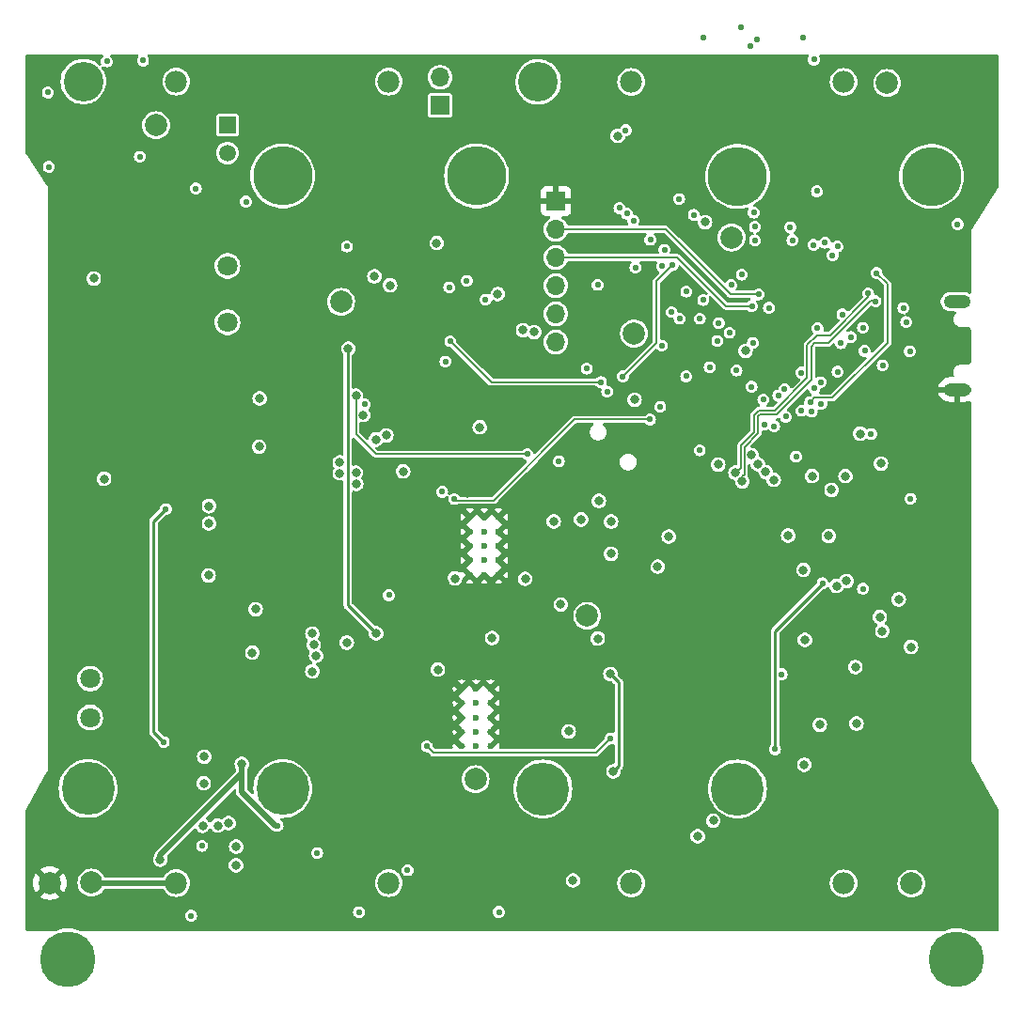
<source format=gbr>
%TF.GenerationSoftware,KiCad,Pcbnew,8.0.2-1*%
%TF.CreationDate,2024-07-16T19:06:40-07:00*%
%TF.ProjectId,battery_board_v3c,62617474-6572-4795-9f62-6f6172645f76,rev?*%
%TF.SameCoordinates,Original*%
%TF.FileFunction,Copper,L3,Inr*%
%TF.FilePolarity,Positive*%
%FSLAX46Y46*%
G04 Gerber Fmt 4.6, Leading zero omitted, Abs format (unit mm)*
G04 Created by KiCad (PCBNEW 8.0.2-1) date 2024-07-16 19:06:40*
%MOMM*%
%LPD*%
G01*
G04 APERTURE LIST*
%TA.AperFunction,ComponentPad*%
%ADD10C,5.000000*%
%TD*%
%TA.AperFunction,ComponentPad*%
%ADD11C,2.000000*%
%TD*%
%TA.AperFunction,ComponentPad*%
%ADD12R,1.700000X1.700000*%
%TD*%
%TA.AperFunction,ComponentPad*%
%ADD13O,1.700000X1.700000*%
%TD*%
%TA.AperFunction,ComponentPad*%
%ADD14C,1.800000*%
%TD*%
%TA.AperFunction,ComponentPad*%
%ADD15C,0.600000*%
%TD*%
%TA.AperFunction,ComponentPad*%
%ADD16O,2.416000X1.208000*%
%TD*%
%TA.AperFunction,ComponentPad*%
%ADD17R,1.508000X1.508000*%
%TD*%
%TA.AperFunction,ComponentPad*%
%ADD18C,1.508000*%
%TD*%
%TA.AperFunction,ComponentPad*%
%ADD19C,4.770000*%
%TD*%
%TA.AperFunction,ComponentPad*%
%ADD20C,5.325000*%
%TD*%
%TA.AperFunction,ComponentPad*%
%ADD21C,3.570000*%
%TD*%
%TA.AperFunction,ComponentPad*%
%ADD22C,1.980000*%
%TD*%
%TA.AperFunction,ViaPad*%
%ADD23C,0.560000*%
%TD*%
%TA.AperFunction,ViaPad*%
%ADD24C,0.800000*%
%TD*%
%TA.AperFunction,Conductor*%
%ADD25C,0.127000*%
%TD*%
%TA.AperFunction,Conductor*%
%ADD26C,0.500000*%
%TD*%
%TA.AperFunction,Conductor*%
%ADD27C,0.152400*%
%TD*%
%TA.AperFunction,Conductor*%
%ADD28C,0.250000*%
%TD*%
G04 APERTURE END LIST*
D10*
%TO.N,Chassis Ground*%
%TO.C,*%
X194500000Y-131530000D03*
%TD*%
D11*
%TO.N,VBUSP*%
%TO.C,TP6*%
X122428000Y-56388000D03*
%TD*%
%TO.N,+3V3*%
%TO.C,TP1*%
X161250000Y-100590000D03*
%TD*%
%TO.N,B-*%
%TO.C,TP2*%
X116620000Y-124620000D03*
%TD*%
D12*
%TO.N,GND*%
%TO.C,J25*%
X158440000Y-63220000D03*
D13*
%TO.N,FC_RX*%
X158440000Y-65760000D03*
%TO.N,FC_TX*%
X158440000Y-68300000D03*
%TO.N,SCL1*%
X158440000Y-70840000D03*
%TO.N,SDA1*%
X158440000Y-73380000D03*
%TO.N,+3V3*%
X158440000Y-75920000D03*
%TD*%
D14*
%TO.N,Net-(J18-Pin_1)*%
%TO.C,J18*%
X116500000Y-109750000D03*
%TO.N,Net-(J18-Pin_2)*%
X116500000Y-106250000D03*
%TD*%
D15*
%TO.N,GND*%
%TO.C,U3*%
X150677500Y-91700000D03*
X150677500Y-93000000D03*
X150677500Y-94300000D03*
X150677500Y-95600000D03*
X150677500Y-96900000D03*
X151977500Y-91700000D03*
X151977500Y-93000000D03*
X151977500Y-94300000D03*
X151977500Y-95600000D03*
X151977500Y-96900000D03*
X153277500Y-91700000D03*
X153277500Y-93000000D03*
X153277500Y-94300000D03*
X153277500Y-95600000D03*
X153277500Y-96900000D03*
%TD*%
D12*
%TO.N,VBUSP*%
%TO.C,J1*%
X147990000Y-54600000D03*
D13*
%TO.N,VBatt*%
X147990000Y-52060000D03*
%TD*%
D11*
%TO.N,+5V*%
%TO.C,TP9*%
X151200000Y-115300000D03*
%TD*%
%TO.N,USBBOOT*%
%TO.C,TP8*%
X165470000Y-75160000D03*
%TD*%
%TO.N,PACK+*%
%TO.C,TP5*%
X188260000Y-52580000D03*
%TD*%
D16*
%TO.N,GND*%
%TO.C,J24*%
X194550000Y-80197500D03*
%TO.N,N/C*%
X194550000Y-72297500D03*
%TD*%
D15*
%TO.N,GND*%
%TO.C,U5*%
X149950000Y-107150000D03*
X149950000Y-108450000D03*
X149950000Y-109750000D03*
X149950000Y-111050000D03*
X149950000Y-112350000D03*
X151250000Y-107150000D03*
X151250000Y-108450000D03*
X151250000Y-109750000D03*
X151250000Y-111050000D03*
X151250000Y-112350000D03*
X152550000Y-107150000D03*
X152550000Y-108450000D03*
X152550000Y-109750000D03*
X152550000Y-111050000D03*
X152550000Y-112350000D03*
%TD*%
D11*
%TO.N,Net-(U11-RESET)*%
%TO.C,TP7*%
X174250000Y-66500000D03*
%TD*%
D17*
%TO.N,VBUSP*%
%TO.C,K1*%
X128862500Y-56350000D03*
D18*
%TO.N,Net-(D1-A)*%
X128862500Y-58890000D03*
D14*
%TO.N,PACK+*%
X128862500Y-74130000D03*
%TO.N,Net-(K1-PadNO)*%
X128862500Y-69050000D03*
%TD*%
D11*
%TO.N,Net-(IC5-EVI)*%
%TO.C,TP10*%
X139100000Y-72300000D03*
%TD*%
D10*
%TO.N,Chassis Ground*%
%TO.C,*%
X114500000Y-131530000D03*
%TD*%
D11*
%TO.N,GND*%
%TO.C,TP4*%
X112860000Y-124670000D03*
%TD*%
%TO.N,BM*%
%TO.C,TP3*%
X190450000Y-124720000D03*
%TD*%
D19*
%TO.N,unconnected-(U2-Pad1)*%
%TO.C,U2*%
X133828500Y-116160000D03*
%TO.N,unconnected-(U2-Pad2)*%
X116298500Y-116160000D03*
D20*
%TO.N,unconnected-(U2-Pad3)*%
X133828500Y-60960000D03*
%TO.N,unconnected-(U2-Pad4)*%
X151298500Y-60960000D03*
D21*
%TO.N,unconnected-(U2-Pad5)*%
X115878500Y-52450000D03*
D22*
%TO.N,B-*%
X124248500Y-124670000D03*
X143378500Y-124670000D03*
%TO.N,BM*%
X124248500Y-52450000D03*
X143378500Y-52450000D03*
%TD*%
D19*
%TO.N,unconnected-(U4-Pad1)*%
%TO.C,U4*%
X174790000Y-116180000D03*
%TO.N,unconnected-(U4-Pad2)*%
X157260000Y-116180000D03*
D20*
%TO.N,unconnected-(U4-Pad3)*%
X174790000Y-60980000D03*
%TO.N,unconnected-(U4-Pad4)*%
X192260000Y-60980000D03*
D21*
%TO.N,unconnected-(U4-Pad5)*%
X156840000Y-52470000D03*
D22*
%TO.N,BM*%
X165210000Y-124690000D03*
X184340000Y-124690000D03*
%TO.N,PACK+*%
X165210000Y-52470000D03*
X184340000Y-52470000D03*
%TD*%
D23*
%TO.N,+3V3*%
X167966343Y-76242618D03*
X165600000Y-69200000D03*
X168205000Y-67595000D03*
%TO.N,GND*%
X188700000Y-65200000D03*
%TO.N,+3V3*%
X194600000Y-65300000D03*
%TO.N,CAN_INT*%
X173100000Y-74203500D03*
%TO.N,RTC_INT*%
X148826790Y-71004284D03*
X180518000Y-78670625D03*
D24*
%TO.N,GND*%
X182100000Y-60800000D03*
X183700000Y-114900000D03*
X187900000Y-114400000D03*
%TO.N,SCL0*%
X182200000Y-110400000D03*
X185500000Y-110300000D03*
%TO.N,+3V3*%
X180800000Y-114000000D03*
%TO.N,GND*%
X193400000Y-113500000D03*
%TO.N,+3V3*%
X190400000Y-103400000D03*
X189300000Y-99100000D03*
X185400000Y-105200000D03*
X153201516Y-71588324D03*
%TO.N,SCL1*%
X143157500Y-84325000D03*
%TO.N,SDA1*%
X142217646Y-84703754D03*
%TO.N,+3V3*%
X127200000Y-92250000D03*
%TO.N,GND*%
X179200000Y-88900000D03*
X176800000Y-90649087D03*
%TO.N,+3V3*%
X168600000Y-93450000D03*
%TO.N,V_RF*%
X160700000Y-91900000D03*
X144685000Y-87576058D03*
D23*
%TO.N,+3V3*%
X175090000Y-47540000D03*
D24*
X183000000Y-93400000D03*
D23*
X180550000Y-82100000D03*
X136940000Y-121950000D03*
D24*
X184500000Y-88000000D03*
D23*
X176050000Y-79940000D03*
X167820000Y-81750000D03*
X181990000Y-74680000D03*
X183791911Y-78590089D03*
X170860000Y-64460000D03*
X153300000Y-127280000D03*
D24*
X171200000Y-120450000D03*
D23*
X125590000Y-127610000D03*
D24*
X172600000Y-119050000D03*
X127162500Y-96950000D03*
X136500000Y-105600000D03*
D23*
X140700000Y-127300000D03*
X174070000Y-75080000D03*
X177620000Y-72830000D03*
X181660000Y-50470000D03*
D24*
X181500000Y-88000000D03*
D23*
X148200000Y-89410000D03*
X145080000Y-123510000D03*
D24*
X127200000Y-90700000D03*
X143500000Y-70800000D03*
D23*
X187860000Y-78020000D03*
D24*
X159980000Y-124430000D03*
D23*
X141224000Y-81534000D03*
D24*
X185828207Y-84173793D03*
%TO.N,VBUSP*%
X151570000Y-83600000D03*
X158870000Y-99560000D03*
X116820000Y-70200000D03*
X158241250Y-92078750D03*
X152690000Y-102595000D03*
%TO.N,Net-(U1-V-)*%
X127980000Y-119480000D03*
X129630000Y-123060000D03*
%TO.N,/VDD*%
X129647359Y-121389500D03*
X128957916Y-119273398D03*
%TO.N,GND*%
X155540000Y-83090000D03*
D23*
X176180000Y-50570000D03*
D24*
X183500000Y-110080000D03*
X195640000Y-50680000D03*
X128800000Y-100100000D03*
X143250000Y-114800000D03*
D23*
X179470000Y-78000000D03*
X177660000Y-79810000D03*
X166630000Y-58030000D03*
D24*
X149000000Y-66900000D03*
D23*
X137030000Y-81440000D03*
D24*
X142300000Y-106600000D03*
X112880000Y-51200000D03*
D23*
X134110000Y-76710000D03*
D24*
X148430000Y-97630000D03*
D23*
X191110000Y-70380000D03*
X190320000Y-85510000D03*
D24*
X142384375Y-68917649D03*
D23*
X170700000Y-50380000D03*
D24*
X183200000Y-101200000D03*
X188160000Y-127570000D03*
D23*
X173070000Y-54500000D03*
X168040000Y-74580000D03*
D24*
X121750000Y-85000000D03*
D23*
X126170000Y-70390000D03*
D24*
X143200000Y-105200000D03*
D23*
X177690000Y-78030000D03*
D24*
X149600000Y-100680000D03*
X141970000Y-109690000D03*
X119750000Y-71750000D03*
D23*
X134460000Y-86570000D03*
D24*
X124802500Y-98907501D03*
D23*
X176520000Y-68100000D03*
X163680000Y-85370000D03*
X158770000Y-106120000D03*
D24*
X142500000Y-96250000D03*
X133400000Y-101300000D03*
D23*
X166580000Y-63120000D03*
D24*
X162250000Y-92000000D03*
X141500000Y-105100000D03*
D23*
X190630000Y-78230000D03*
D24*
X155120000Y-99950000D03*
D23*
X122410000Y-67560000D03*
D24*
X146990000Y-81690000D03*
X150500000Y-89530000D03*
X187827416Y-98772584D03*
X175110000Y-109910000D03*
X142200000Y-108200000D03*
D23*
X164830000Y-77770000D03*
D24*
X123300000Y-105900000D03*
X123500000Y-76000000D03*
D23*
X159190000Y-58750000D03*
X172200000Y-74250000D03*
D24*
X190300000Y-104900000D03*
X143750000Y-89500000D03*
D23*
X120930000Y-61410000D03*
D24*
X172761714Y-84361714D03*
D23*
X154080000Y-71640000D03*
X177660000Y-76150000D03*
X150670000Y-66940000D03*
X187590000Y-80180000D03*
X179290000Y-54530000D03*
D24*
X117750000Y-94250000D03*
D23*
X175850000Y-77980000D03*
X119280000Y-54350000D03*
X184912000Y-89916000D03*
X151940000Y-122680000D03*
X170080000Y-120000000D03*
X182830000Y-70630000D03*
D24*
%TO.N,USBBOOT*%
X138975000Y-86750000D03*
X165523330Y-81114999D03*
%TO.N,AVDD*%
X131100000Y-103900000D03*
X131400000Y-99990200D03*
%TO.N,VBatt*%
X167600000Y-96170000D03*
D23*
%TO.N,CANL*%
X176518928Y-48625500D03*
X171700000Y-48470000D03*
%TO.N,CANH*%
X180700000Y-48480000D03*
X175910000Y-49240000D03*
D24*
%TO.N,FC_RESET*%
X175514000Y-76711645D03*
X187706000Y-86868000D03*
D23*
%TO.N,5V_enable*%
X186090000Y-98150000D03*
X146810000Y-112340000D03*
X178765000Y-105850000D03*
X186810000Y-84200000D03*
X163350000Y-111630000D03*
X182270000Y-79530000D03*
%TO.N,BURN_RELAY_A*%
X148930000Y-75840000D03*
X170160000Y-79000000D03*
X162490000Y-79530000D03*
D24*
%TO.N,Net-(K1-PadNO)*%
X131760000Y-80990000D03*
X131712500Y-85350000D03*
%TO.N,PACK-*%
X130150000Y-113950000D03*
X122810000Y-122570000D03*
D23*
X133370000Y-119490000D03*
%TO.N,ENAB_HEATER*%
X155870000Y-86020000D03*
X171380000Y-85680000D03*
X179028959Y-80158959D03*
D24*
X140425000Y-80750000D03*
%TO.N,SCL0*%
X184594429Y-97452786D03*
X187825000Y-101962653D03*
D23*
X171704000Y-72136000D03*
%TO.N,SDA0*%
X170180000Y-71374000D03*
D24*
X183700000Y-97900000D03*
X187600000Y-100700000D03*
D23*
%TO.N,FC_RX*%
X176680000Y-71620000D03*
%TO.N,/NEOPIX*%
X181332211Y-81330492D03*
X187300000Y-69700000D03*
D24*
%TO.N,/3V3_EN*%
X155670000Y-97260000D03*
X149350000Y-97220000D03*
D23*
%TO.N,SDA1*%
X175170000Y-69840000D03*
X152106949Y-72093051D03*
%TO.N,SCL1*%
X174220000Y-70770000D03*
X150406949Y-70393051D03*
X162190000Y-70760000D03*
D24*
%TO.N,BM*%
X126627675Y-119502325D03*
D23*
%TO.N,PACK+*%
X126579499Y-121318079D03*
X112690000Y-53430000D03*
X123120000Y-111970000D03*
D24*
X155480000Y-74840000D03*
D23*
X123310000Y-90960000D03*
D24*
X180720000Y-96450000D03*
X179350000Y-93350000D03*
X180850000Y-102750000D03*
D23*
%TO.N,SPI0_MISO*%
X165410000Y-64980000D03*
X172968641Y-75821358D03*
%TO.N,SPI0_CS0*%
X171394995Y-73802805D03*
X166930000Y-66690000D03*
%TO.N,ENAB_BURN*%
X176170000Y-76000000D03*
D24*
X141088500Y-82500000D03*
D23*
%TO.N,VBUS_RESET*%
X149290000Y-90060000D03*
X143390000Y-98730000D03*
X174700000Y-78480000D03*
X166910000Y-82900000D03*
%TO.N,SPI0_SCK*%
X169577360Y-73802640D03*
X164150000Y-63850000D03*
%TO.N,SPI0_MOSI*%
X164840000Y-64360000D03*
X168843959Y-73216041D03*
%TO.N,Net-(Q10-G)*%
X117990000Y-50630000D03*
X120980000Y-59210000D03*
%TO.N,Net-(Q10-D)*%
X121250000Y-50550000D03*
X112780000Y-60130000D03*
%TO.N,Jetson*%
X130520000Y-63260000D03*
X161210000Y-78310000D03*
X126010000Y-62080000D03*
X139620000Y-67310000D03*
X148490000Y-77670000D03*
X181715264Y-80107346D03*
D24*
%TO.N,~{RESET}*%
X173046169Y-86963839D03*
D23*
X158690000Y-86670000D03*
X177106041Y-81103959D03*
D24*
X138975000Y-87750000D03*
%TO.N,SWDIO*%
X162300000Y-90236500D03*
X163400000Y-92100000D03*
%TO.N,SPI1_MISO*%
X176063500Y-86100000D03*
X136500000Y-102200000D03*
D23*
%TO.N,ENAB_RF*%
X163060000Y-80390000D03*
X172284496Y-78195504D03*
%TO.N,CHRG'*%
X182460000Y-97660000D03*
X178160000Y-112610000D03*
X181460000Y-82190000D03*
D24*
%TO.N,SPI1_CS0*%
X163400000Y-95000000D03*
D23*
X180050000Y-86240000D03*
D24*
X162200000Y-102641500D03*
X139600000Y-103000000D03*
D23*
X177190000Y-83370000D03*
D24*
X178039641Y-88339760D03*
%TO.N,SPI1_SCK*%
X136836897Y-104169366D03*
X177332835Y-87632349D03*
%TO.N,SPI1_MOSI*%
X136624035Y-103192281D03*
D23*
X178083959Y-83496041D03*
D24*
X176620475Y-86930532D03*
D23*
X179120000Y-82640000D03*
%TO.N,D0*%
X190360000Y-90030000D03*
X178453959Y-80733959D03*
D24*
X183250000Y-89250000D03*
D23*
%TO.N,CAN_INT*%
X182330000Y-81490000D03*
%TO.N,USB_D-*%
X184100000Y-76020000D03*
X186078104Y-74618440D03*
%TO.N,USB_D+*%
X186240000Y-76720000D03*
X184990000Y-75470000D03*
%TO.N,/QSPI_SCK*%
X183777858Y-67297858D03*
X182667364Y-66957367D03*
%TO.N,/QSPI_DATA[0]*%
X181640000Y-67160000D03*
X183350000Y-68090000D03*
%TO.N,/QSPI_DATA[2]*%
X179740000Y-66740000D03*
X176360000Y-66770000D03*
%TO.N,/QSPI_DATA[1]*%
X176360000Y-65530000D03*
X179530000Y-65570000D03*
D24*
%TO.N,+5V*%
X159580000Y-111000000D03*
X147800000Y-105430000D03*
X139738787Y-76502656D03*
X142250000Y-102170000D03*
X164007823Y-57346070D03*
X156464795Y-75010832D03*
D23*
%TO.N,VBUS*%
X189720000Y-72840000D03*
X184230000Y-73430000D03*
D24*
%TO.N,Net-(Q1-G)*%
X126760000Y-113280000D03*
X126720000Y-115670000D03*
D23*
%TO.N,Net-(D8-PadA)*%
X176250000Y-64250000D03*
X164470000Y-79010000D03*
X181930000Y-62320000D03*
X168930000Y-69000000D03*
D24*
%TO.N,V_BACKUP*%
X147700000Y-67000000D03*
X142100000Y-70000000D03*
D23*
%TO.N,TXCAN*%
X164720000Y-56830000D03*
X169530000Y-63020000D03*
%TO.N,D-*%
X189980000Y-74110000D03*
X186550000Y-71550000D03*
D24*
X140425000Y-87700000D03*
X174600000Y-87700000D03*
D23*
%TO.N,D+*%
X190300000Y-76740000D03*
D24*
X175217610Y-88486488D03*
X140452090Y-88699635D03*
D23*
X187202437Y-72235437D03*
D24*
%TO.N,Net-(U11-RESET)*%
X171870834Y-65120834D03*
D23*
%TO.N,FC_TX*%
X176073000Y-72680000D03*
D24*
%TO.N,Dir_Chrg_In*%
X163350000Y-105833959D03*
X117750000Y-88250000D03*
X163610000Y-114600000D03*
D23*
%TO.N,+3V3*%
X168000000Y-69100000D03*
%TD*%
D25*
%TO.N,/NEOPIX*%
X187300000Y-69700000D02*
X188310000Y-70710000D01*
X181716203Y-80946500D02*
X181332211Y-81330492D01*
X188310000Y-70710000D02*
X188310000Y-75980000D01*
X183343500Y-80946500D02*
X181716203Y-80946500D01*
X188310000Y-75980000D02*
X183343500Y-80946500D01*
%TO.N,ENAB_HEATER*%
X155870000Y-86020000D02*
X142220000Y-86020000D01*
X140425000Y-84225000D02*
X140425000Y-80750000D01*
X142220000Y-86020000D02*
X140425000Y-84225000D01*
%TO.N,VBUS_RESET*%
X166910000Y-82900000D02*
X160100000Y-82900000D01*
X160100000Y-82900000D02*
X152806500Y-90193500D01*
X152806500Y-90193500D02*
X149423500Y-90193500D01*
X149423500Y-90193500D02*
X149290000Y-90060000D01*
D26*
%TO.N,B-*%
X116670000Y-124670000D02*
X116620000Y-124620000D01*
X124248500Y-124670000D02*
X116670000Y-124670000D01*
D27*
%TO.N,5V_enable*%
X147396200Y-112926200D02*
X146810000Y-112340000D01*
X163350000Y-111630000D02*
X162053800Y-112926200D01*
X162053800Y-112926200D02*
X147396200Y-112926200D01*
D25*
%TO.N,BURN_RELAY_A*%
X152620000Y-79530000D02*
X148930000Y-75840000D01*
X162490000Y-79530000D02*
X152620000Y-79530000D01*
D26*
%TO.N,PACK-*%
X122810000Y-122570000D02*
X122810000Y-122117918D01*
X130150000Y-116490796D02*
X130150000Y-114420000D01*
X133149204Y-119490000D02*
X130150000Y-116490796D01*
X130150000Y-114777918D02*
X130150000Y-114420000D01*
X130150000Y-114420000D02*
X130150000Y-113950000D01*
X122810000Y-122117918D02*
X130150000Y-114777918D01*
X133370000Y-119490000D02*
X133149204Y-119490000D01*
D25*
%TO.N,FC_RX*%
X176680000Y-71620000D02*
X174190000Y-71620000D01*
X168330000Y-65760000D02*
X158440000Y-65760000D01*
X174190000Y-71620000D02*
X168330000Y-65760000D01*
D28*
%TO.N,PACK+*%
X123120000Y-111970000D02*
X122185000Y-111035000D01*
X122185000Y-111035000D02*
X122185000Y-92085000D01*
X122185000Y-92085000D02*
X123310000Y-90960000D01*
%TO.N,ENAB_RF*%
X162990000Y-80460000D02*
X163060000Y-80390000D01*
%TO.N,CHRG'*%
X178160000Y-101960000D02*
X182460000Y-97660000D01*
X178160000Y-112610000D02*
X178160000Y-101960000D01*
D25*
%TO.N,D0*%
X178453959Y-80733959D02*
X178453959Y-80772585D01*
D28*
%TO.N,+5V*%
X139700000Y-76541443D02*
X139700000Y-99620000D01*
X139738787Y-76502656D02*
X139700000Y-76541443D01*
X139700000Y-99620000D02*
X142250000Y-102170000D01*
D25*
%TO.N,Net-(D8-PadA)*%
X167480000Y-70450000D02*
X168930000Y-69000000D01*
X164470000Y-79010000D02*
X167480000Y-76000000D01*
X167480000Y-76000000D02*
X167480000Y-70450000D01*
%TO.N,D-*%
X178171920Y-82061500D02*
X181061500Y-79171920D01*
X175073000Y-87227000D02*
X175073000Y-85227000D01*
X175073000Y-85227000D02*
X176254265Y-84045735D01*
X174600000Y-87700000D02*
X175073000Y-87227000D01*
X176254265Y-84045735D02*
X176254265Y-82479155D01*
X176254265Y-82479155D02*
X176671920Y-82061500D01*
X181061500Y-76171920D02*
X181927130Y-75306290D01*
X183127130Y-75306290D02*
X186550000Y-71883420D01*
X176671920Y-82061500D02*
X178171920Y-82061500D01*
X181927130Y-75306290D02*
X183127130Y-75306290D01*
X181061500Y-79171920D02*
X181061500Y-76171920D01*
X186550000Y-71883420D02*
X186550000Y-71550000D01*
%TO.N,D+*%
X176828080Y-82438500D02*
X178328080Y-82438500D01*
X176631265Y-84131183D02*
X176631265Y-82635315D01*
X181438500Y-76311500D02*
X181730000Y-76020000D01*
X186766580Y-72200000D02*
X187167000Y-72200000D01*
X187167000Y-72200000D02*
X187202437Y-72235437D01*
X175217610Y-88020721D02*
X175400000Y-87838331D01*
X175400000Y-85362448D02*
X176631265Y-84131183D01*
X182946580Y-76020000D02*
X186766580Y-72200000D01*
X181438500Y-79328080D02*
X181438500Y-76311500D01*
X176631265Y-82635315D02*
X176828080Y-82438500D01*
X175217610Y-88486488D02*
X175217610Y-88020721D01*
X181730000Y-76020000D02*
X182946580Y-76020000D01*
X175400000Y-87838331D02*
X175400000Y-85362448D01*
X178328080Y-82438500D02*
X181438500Y-79328080D01*
%TO.N,FC_TX*%
X173750000Y-72680000D02*
X169370000Y-68300000D01*
X176073000Y-72680000D02*
X173750000Y-72680000D01*
X169370000Y-68300000D02*
X158440000Y-68300000D01*
D28*
%TO.N,Dir_Chrg_In*%
X164100000Y-114110000D02*
X164100000Y-110000000D01*
X164100000Y-110000000D02*
X164100000Y-106583959D01*
X163610000Y-114600000D02*
X164100000Y-114110000D01*
X164100000Y-106583959D02*
X163350000Y-105833959D01*
%TD*%
%TA.AperFunction,Conductor*%
%TO.N,GND*%
G36*
X117629956Y-50020002D02*
G01*
X117676449Y-50073658D01*
X117686553Y-50143932D01*
X117657059Y-50208512D01*
X117638539Y-50225962D01*
X117608792Y-50248787D01*
X117523112Y-50360447D01*
X117469258Y-50490467D01*
X117450888Y-50629999D01*
X117450888Y-50630000D01*
X117469258Y-50769532D01*
X117497725Y-50838260D01*
X117505314Y-50908850D01*
X117473534Y-50972337D01*
X117412475Y-51008563D01*
X117341524Y-51006029D01*
X117289233Y-50972480D01*
X117273820Y-50955977D01*
X117057388Y-50779896D01*
X116818995Y-50634926D01*
X116563083Y-50523768D01*
X116365796Y-50468491D01*
X116294415Y-50448491D01*
X116294417Y-50448491D01*
X116018019Y-50410500D01*
X116018006Y-50410500D01*
X115738994Y-50410500D01*
X115738980Y-50410500D01*
X115462583Y-50448491D01*
X115242634Y-50510118D01*
X115193917Y-50523768D01*
X115193915Y-50523768D01*
X115193914Y-50523769D01*
X114996468Y-50609532D01*
X114938005Y-50634926D01*
X114765949Y-50739556D01*
X114699609Y-50779898D01*
X114483185Y-50955973D01*
X114483177Y-50955980D01*
X114292740Y-51159888D01*
X114131839Y-51387831D01*
X114131839Y-51387832D01*
X114003473Y-51635567D01*
X113910043Y-51898457D01*
X113910039Y-51898470D01*
X113880063Y-52042726D01*
X113857917Y-52149299D01*
X113853273Y-52171646D01*
X113853272Y-52171652D01*
X113834234Y-52449995D01*
X113834234Y-52450004D01*
X113853272Y-52728347D01*
X113853273Y-52728353D01*
X113853274Y-52728361D01*
X113869675Y-52807284D01*
X113910039Y-53001529D01*
X113910043Y-53001542D01*
X114003473Y-53264432D01*
X114003475Y-53264437D01*
X114003476Y-53264438D01*
X114131839Y-53512168D01*
X114292740Y-53740112D01*
X114483180Y-53944023D01*
X114699612Y-54120104D01*
X114938005Y-54265074D01*
X115193917Y-54376232D01*
X115462582Y-54451508D01*
X115738980Y-54489499D01*
X115738994Y-54489500D01*
X116018006Y-54489500D01*
X116018019Y-54489499D01*
X116222851Y-54461344D01*
X116294418Y-54451508D01*
X116563083Y-54376232D01*
X116818995Y-54265074D01*
X117057388Y-54120104D01*
X117273820Y-53944023D01*
X117464260Y-53740112D01*
X117474977Y-53724930D01*
X146885500Y-53724930D01*
X146885500Y-55475063D01*
X146885501Y-55475073D01*
X146900265Y-55549300D01*
X146956516Y-55633484D01*
X147040697Y-55689733D01*
X147040699Y-55689734D01*
X147114933Y-55704500D01*
X148865066Y-55704499D01*
X148865069Y-55704498D01*
X148865073Y-55704498D01*
X148914326Y-55694701D01*
X148939301Y-55689734D01*
X149023484Y-55633484D01*
X149079734Y-55549301D01*
X149094500Y-55475067D01*
X149094499Y-53724934D01*
X149094498Y-53724930D01*
X149094498Y-53724926D01*
X149079734Y-53650699D01*
X149023483Y-53566515D01*
X148939302Y-53510266D01*
X148865067Y-53495500D01*
X147114936Y-53495500D01*
X147114926Y-53495501D01*
X147040699Y-53510265D01*
X146956515Y-53566516D01*
X146900266Y-53650697D01*
X146885500Y-53724930D01*
X117474977Y-53724930D01*
X117625161Y-53512168D01*
X117753524Y-53264438D01*
X117846959Y-53001536D01*
X117903726Y-52728361D01*
X117921398Y-52470000D01*
X117922766Y-52450004D01*
X117922766Y-52450000D01*
X122999246Y-52450000D01*
X123018225Y-52666934D01*
X123074584Y-52877267D01*
X123074586Y-52877273D01*
X123166613Y-53074625D01*
X123166614Y-53074627D01*
X123291509Y-53252996D01*
X123291513Y-53253001D01*
X123291516Y-53253005D01*
X123445495Y-53406984D01*
X123445499Y-53406987D01*
X123445503Y-53406990D01*
X123478365Y-53430000D01*
X123623873Y-53531886D01*
X123821230Y-53623915D01*
X124031569Y-53680275D01*
X124248500Y-53699254D01*
X124465431Y-53680275D01*
X124675770Y-53623915D01*
X124873127Y-53531886D01*
X125051505Y-53406984D01*
X125205484Y-53253005D01*
X125330386Y-53074627D01*
X125422415Y-52877270D01*
X125478775Y-52666931D01*
X125497754Y-52450000D01*
X142129246Y-52450000D01*
X142148225Y-52666934D01*
X142204584Y-52877267D01*
X142204586Y-52877273D01*
X142296613Y-53074625D01*
X142296614Y-53074627D01*
X142421509Y-53252996D01*
X142421513Y-53253001D01*
X142421516Y-53253005D01*
X142575495Y-53406984D01*
X142575499Y-53406987D01*
X142575503Y-53406990D01*
X142608365Y-53430000D01*
X142753873Y-53531886D01*
X142951230Y-53623915D01*
X143161569Y-53680275D01*
X143378500Y-53699254D01*
X143595431Y-53680275D01*
X143805770Y-53623915D01*
X144003127Y-53531886D01*
X144181505Y-53406984D01*
X144335484Y-53253005D01*
X144460386Y-53074627D01*
X144552415Y-52877270D01*
X144608775Y-52666931D01*
X144627754Y-52450000D01*
X144608775Y-52233069D01*
X144562400Y-52059995D01*
X146880768Y-52059995D01*
X146880768Y-52060004D01*
X146899654Y-52263819D01*
X146899655Y-52263821D01*
X146955672Y-52460701D01*
X147046912Y-52643935D01*
X147046913Y-52643936D01*
X147170266Y-52807284D01*
X147321536Y-52945185D01*
X147495566Y-53052940D01*
X147495568Y-53052940D01*
X147495573Y-53052944D01*
X147686444Y-53126888D01*
X147887653Y-53164500D01*
X147887655Y-53164500D01*
X148092345Y-53164500D01*
X148092347Y-53164500D01*
X148293556Y-53126888D01*
X148484427Y-53052944D01*
X148658462Y-52945186D01*
X148809732Y-52807285D01*
X148816236Y-52798673D01*
X148854240Y-52748347D01*
X148933088Y-52643935D01*
X149019700Y-52469995D01*
X154795734Y-52469995D01*
X154795734Y-52470004D01*
X154814772Y-52748347D01*
X154814773Y-52748353D01*
X154814774Y-52748361D01*
X154844392Y-52890888D01*
X154871539Y-53021529D01*
X154871543Y-53021542D01*
X154964973Y-53284432D01*
X154964975Y-53284437D01*
X154964976Y-53284438D01*
X155093339Y-53532168D01*
X155254240Y-53760112D01*
X155444680Y-53964023D01*
X155661112Y-54140104D01*
X155899505Y-54285074D01*
X156155417Y-54396232D01*
X156424082Y-54471508D01*
X156700480Y-54509499D01*
X156700494Y-54509500D01*
X156979506Y-54509500D01*
X156979519Y-54509499D01*
X157184351Y-54481344D01*
X157255918Y-54471508D01*
X157524583Y-54396232D01*
X157780495Y-54285074D01*
X158018888Y-54140104D01*
X158235320Y-53964023D01*
X158425760Y-53760112D01*
X158586661Y-53532168D01*
X158715024Y-53284438D01*
X158808459Y-53021536D01*
X158865226Y-52748361D01*
X158884266Y-52470000D01*
X163960746Y-52470000D01*
X163979725Y-52686934D01*
X164036084Y-52897267D01*
X164036086Y-52897273D01*
X164128113Y-53094625D01*
X164128114Y-53094627D01*
X164253009Y-53272996D01*
X164253013Y-53273001D01*
X164253016Y-53273005D01*
X164406995Y-53426984D01*
X164406999Y-53426987D01*
X164407003Y-53426990D01*
X164411302Y-53430000D01*
X164585373Y-53551886D01*
X164782730Y-53643915D01*
X164918428Y-53680275D01*
X164990385Y-53699556D01*
X164993069Y-53700275D01*
X165210000Y-53719254D01*
X165426931Y-53700275D01*
X165637270Y-53643915D01*
X165834627Y-53551886D01*
X166013005Y-53426984D01*
X166166984Y-53273005D01*
X166291886Y-53094627D01*
X166383915Y-52897270D01*
X166440275Y-52686931D01*
X166459254Y-52470000D01*
X183090746Y-52470000D01*
X183109725Y-52686934D01*
X183166084Y-52897267D01*
X183166086Y-52897273D01*
X183258113Y-53094625D01*
X183258114Y-53094627D01*
X183383009Y-53272996D01*
X183383013Y-53273001D01*
X183383016Y-53273005D01*
X183536995Y-53426984D01*
X183536999Y-53426987D01*
X183537003Y-53426990D01*
X183541302Y-53430000D01*
X183715373Y-53551886D01*
X183912730Y-53643915D01*
X184048428Y-53680275D01*
X184120385Y-53699556D01*
X184123069Y-53700275D01*
X184340000Y-53719254D01*
X184556931Y-53700275D01*
X184767270Y-53643915D01*
X184964627Y-53551886D01*
X185143005Y-53426984D01*
X185296984Y-53273005D01*
X185421886Y-53094627D01*
X185513915Y-52897270D01*
X185570275Y-52686931D01*
X185579630Y-52580000D01*
X187000708Y-52580000D01*
X187019839Y-52798674D01*
X187040898Y-52877267D01*
X187076652Y-53010700D01*
X187076654Y-53010706D01*
X187146478Y-53160444D01*
X187169421Y-53209646D01*
X187295326Y-53389457D01*
X187450543Y-53544674D01*
X187630354Y-53670579D01*
X187829297Y-53763347D01*
X188041326Y-53820161D01*
X188260000Y-53839292D01*
X188478674Y-53820161D01*
X188690703Y-53763347D01*
X188889646Y-53670579D01*
X189069457Y-53544674D01*
X189224674Y-53389457D01*
X189350579Y-53209646D01*
X189443347Y-53010703D01*
X189500161Y-52798674D01*
X189519292Y-52580000D01*
X189500161Y-52361326D01*
X189443347Y-52149297D01*
X189350579Y-51950354D01*
X189224674Y-51770543D01*
X189069457Y-51615326D01*
X188889646Y-51489421D01*
X188861004Y-51476065D01*
X188690706Y-51396654D01*
X188690700Y-51396652D01*
X188584192Y-51368113D01*
X188478674Y-51339839D01*
X188260000Y-51320708D01*
X188041326Y-51339839D01*
X187829299Y-51396652D01*
X187829293Y-51396654D01*
X187630353Y-51489421D01*
X187450546Y-51615323D01*
X187450540Y-51615328D01*
X187295328Y-51770540D01*
X187295323Y-51770546D01*
X187169421Y-51950353D01*
X187076654Y-52149293D01*
X187076652Y-52149299D01*
X187054207Y-52233065D01*
X187019839Y-52361326D01*
X187000708Y-52580000D01*
X185579630Y-52580000D01*
X185589254Y-52470000D01*
X185570275Y-52253069D01*
X185513915Y-52042730D01*
X185421886Y-51845373D01*
X185296984Y-51666995D01*
X185143005Y-51513016D01*
X185143001Y-51513013D01*
X185142996Y-51513009D01*
X184964627Y-51388114D01*
X184964625Y-51388113D01*
X184767273Y-51296086D01*
X184767267Y-51296084D01*
X184556934Y-51239725D01*
X184340000Y-51220746D01*
X184123065Y-51239725D01*
X183912732Y-51296084D01*
X183912726Y-51296086D01*
X183715374Y-51388113D01*
X183715372Y-51388114D01*
X183537003Y-51513009D01*
X183536992Y-51513018D01*
X183383018Y-51666992D01*
X183383009Y-51667003D01*
X183258114Y-51845372D01*
X183258113Y-51845374D01*
X183166086Y-52042726D01*
X183166084Y-52042732D01*
X183109725Y-52253065D01*
X183090746Y-52470000D01*
X166459254Y-52470000D01*
X166440275Y-52253069D01*
X166383915Y-52042730D01*
X166291886Y-51845373D01*
X166166984Y-51666995D01*
X166013005Y-51513016D01*
X166013001Y-51513013D01*
X166012996Y-51513009D01*
X165834627Y-51388114D01*
X165834625Y-51388113D01*
X165637273Y-51296086D01*
X165637267Y-51296084D01*
X165426934Y-51239725D01*
X165210000Y-51220746D01*
X164993065Y-51239725D01*
X164782732Y-51296084D01*
X164782726Y-51296086D01*
X164585374Y-51388113D01*
X164585372Y-51388114D01*
X164407003Y-51513009D01*
X164406992Y-51513018D01*
X164253018Y-51666992D01*
X164253009Y-51667003D01*
X164128114Y-51845372D01*
X164128113Y-51845374D01*
X164036086Y-52042726D01*
X164036084Y-52042732D01*
X163979725Y-52253065D01*
X163960746Y-52470000D01*
X158884266Y-52470000D01*
X158882898Y-52450004D01*
X158865227Y-52191652D01*
X158865226Y-52191646D01*
X158865226Y-52191639D01*
X158808459Y-51918464D01*
X158715024Y-51655562D01*
X158586661Y-51407832D01*
X158425760Y-51179888D01*
X158235320Y-50975977D01*
X158018888Y-50799896D01*
X157780495Y-50654926D01*
X157524583Y-50543768D01*
X157327421Y-50488526D01*
X157255915Y-50468491D01*
X157255917Y-50468491D01*
X156979519Y-50430500D01*
X156979506Y-50430500D01*
X156700494Y-50430500D01*
X156700480Y-50430500D01*
X156424083Y-50468491D01*
X156204134Y-50530118D01*
X156155417Y-50543768D01*
X156155415Y-50543768D01*
X156155414Y-50543769D01*
X155945550Y-50634926D01*
X155899505Y-50654926D01*
X155693998Y-50779898D01*
X155661109Y-50799898D01*
X155444685Y-50975973D01*
X155444677Y-50975980D01*
X155254240Y-51179888D01*
X155093339Y-51407831D01*
X155093339Y-51407832D01*
X154964973Y-51655567D01*
X154871543Y-51918457D01*
X154871539Y-51918470D01*
X154842130Y-52059995D01*
X154818928Y-52171652D01*
X154814773Y-52191646D01*
X154814772Y-52191652D01*
X154795734Y-52469995D01*
X149019700Y-52469995D01*
X149024328Y-52460701D01*
X149080345Y-52263821D01*
X149099232Y-52060000D01*
X149097631Y-52042726D01*
X149080345Y-51856180D01*
X149080345Y-51856179D01*
X149024328Y-51659299D01*
X148933088Y-51476065D01*
X148866457Y-51387831D01*
X148809733Y-51312715D01*
X148658463Y-51174814D01*
X148484433Y-51067059D01*
X148484428Y-51067057D01*
X148484427Y-51067056D01*
X148484422Y-51067054D01*
X148293559Y-50993113D01*
X148293560Y-50993113D01*
X148293557Y-50993112D01*
X148293556Y-50993112D01*
X148092347Y-50955500D01*
X147887653Y-50955500D01*
X147699128Y-50990741D01*
X147686439Y-50993113D01*
X147495577Y-51067054D01*
X147495566Y-51067059D01*
X147321536Y-51174814D01*
X147170266Y-51312715D01*
X147046913Y-51476063D01*
X146955671Y-51659301D01*
X146899654Y-51856180D01*
X146880768Y-52059995D01*
X144562400Y-52059995D01*
X144552415Y-52022730D01*
X144460386Y-51825373D01*
X144349494Y-51667003D01*
X144335490Y-51647003D01*
X144335487Y-51646999D01*
X144335484Y-51646995D01*
X144181505Y-51493016D01*
X144181501Y-51493013D01*
X144181496Y-51493009D01*
X144003127Y-51368114D01*
X144003125Y-51368113D01*
X143805773Y-51276086D01*
X143805767Y-51276084D01*
X143595434Y-51219725D01*
X143378500Y-51200746D01*
X143161565Y-51219725D01*
X142951232Y-51276084D01*
X142951226Y-51276086D01*
X142753874Y-51368113D01*
X142753872Y-51368114D01*
X142575503Y-51493009D01*
X142575492Y-51493018D01*
X142421518Y-51646992D01*
X142421509Y-51647003D01*
X142296614Y-51825372D01*
X142296613Y-51825374D01*
X142204586Y-52022726D01*
X142204584Y-52022732D01*
X142148225Y-52233065D01*
X142129246Y-52450000D01*
X125497754Y-52450000D01*
X125478775Y-52233069D01*
X125422415Y-52022730D01*
X125330386Y-51825373D01*
X125219494Y-51667003D01*
X125205490Y-51647003D01*
X125205487Y-51646999D01*
X125205484Y-51646995D01*
X125051505Y-51493016D01*
X125051501Y-51493013D01*
X125051496Y-51493009D01*
X124873127Y-51368114D01*
X124873125Y-51368113D01*
X124675773Y-51276086D01*
X124675767Y-51276084D01*
X124465434Y-51219725D01*
X124248500Y-51200746D01*
X124031565Y-51219725D01*
X123821232Y-51276084D01*
X123821226Y-51276086D01*
X123623874Y-51368113D01*
X123623872Y-51368114D01*
X123445503Y-51493009D01*
X123445492Y-51493018D01*
X123291518Y-51646992D01*
X123291509Y-51647003D01*
X123166614Y-51825372D01*
X123166613Y-51825374D01*
X123074586Y-52022726D01*
X123074584Y-52022732D01*
X123018225Y-52233065D01*
X122999246Y-52450000D01*
X117922766Y-52450000D01*
X117922766Y-52449995D01*
X117903727Y-52171652D01*
X117903726Y-52171646D01*
X117903726Y-52171639D01*
X117846959Y-51898464D01*
X117753524Y-51635562D01*
X117625161Y-51387832D01*
X117542627Y-51270908D01*
X117519685Y-51203724D01*
X117536708Y-51134798D01*
X117588293Y-51086018D01*
X117658062Y-51072870D01*
X117712367Y-51094365D01*
X117713295Y-51092758D01*
X117720444Y-51096885D01*
X117850468Y-51150742D01*
X117990000Y-51169112D01*
X118129532Y-51150742D01*
X118226333Y-51110646D01*
X118259552Y-51096887D01*
X118259552Y-51096886D01*
X118259556Y-51096885D01*
X118371210Y-51011210D01*
X118456885Y-50899556D01*
X118510742Y-50769532D01*
X118529112Y-50630000D01*
X118510742Y-50490468D01*
X118477619Y-50410500D01*
X118456887Y-50360447D01*
X118456885Y-50360444D01*
X118371210Y-50248790D01*
X118371208Y-50248788D01*
X118371207Y-50248787D01*
X118341461Y-50225962D01*
X118299594Y-50168624D01*
X118295372Y-50097753D01*
X118330136Y-50035850D01*
X118392849Y-50002569D01*
X118418165Y-50000000D01*
X120742804Y-50000000D01*
X120810925Y-50020002D01*
X120857418Y-50073658D01*
X120867522Y-50143932D01*
X120842767Y-50202704D01*
X120783112Y-50280447D01*
X120729258Y-50410467D01*
X120710888Y-50549999D01*
X120710888Y-50550000D01*
X120729258Y-50689532D01*
X120783112Y-50819552D01*
X120783114Y-50819555D01*
X120783115Y-50819556D01*
X120868790Y-50931210D01*
X120980444Y-51016885D01*
X120980447Y-51016887D01*
X121053761Y-51047253D01*
X121110468Y-51070742D01*
X121250000Y-51089112D01*
X121389532Y-51070742D01*
X121486333Y-51030646D01*
X121519552Y-51016887D01*
X121519552Y-51016886D01*
X121519556Y-51016885D01*
X121631210Y-50931210D01*
X121716885Y-50819556D01*
X121770742Y-50689532D01*
X121789112Y-50550000D01*
X121770742Y-50410468D01*
X121747253Y-50353761D01*
X121716887Y-50280447D01*
X121675079Y-50225962D01*
X121657232Y-50202703D01*
X121631633Y-50136483D01*
X121645898Y-50066934D01*
X121695499Y-50016139D01*
X121757196Y-50000000D01*
X181091418Y-50000000D01*
X181159539Y-50020002D01*
X181206032Y-50073658D01*
X181216136Y-50143932D01*
X181195716Y-50192414D01*
X181197242Y-50193295D01*
X181193114Y-50200444D01*
X181139258Y-50330467D01*
X181120888Y-50469999D01*
X181120888Y-50470000D01*
X181139258Y-50609532D01*
X181193112Y-50739552D01*
X181193114Y-50739555D01*
X181193115Y-50739556D01*
X181278790Y-50851210D01*
X181390444Y-50936885D01*
X181390447Y-50936887D01*
X181463761Y-50967253D01*
X181520468Y-50990742D01*
X181660000Y-51009112D01*
X181799532Y-50990742D01*
X181896333Y-50950646D01*
X181929552Y-50936887D01*
X181929552Y-50936886D01*
X181929556Y-50936885D01*
X182041210Y-50851210D01*
X182126885Y-50739556D01*
X182180742Y-50609532D01*
X182199112Y-50470000D01*
X182198913Y-50468492D01*
X182193912Y-50430500D01*
X182180742Y-50330468D01*
X182126885Y-50200444D01*
X182122758Y-50193295D01*
X182124574Y-50192246D01*
X182103018Y-50136477D01*
X182117287Y-50066929D01*
X182166891Y-50016136D01*
X182228582Y-50000000D01*
X198173500Y-50000000D01*
X198241621Y-50020002D01*
X198288114Y-50073658D01*
X198299500Y-50126000D01*
X198299500Y-61851775D01*
X198280759Y-61917892D01*
X195849369Y-65862265D01*
X195831214Y-65885235D01*
X195830025Y-65886423D01*
X195830023Y-65886426D01*
X195824755Y-65899143D01*
X195815615Y-65917022D01*
X195808395Y-65928736D01*
X195808393Y-65928741D01*
X195808125Y-65930407D01*
X195800145Y-65958558D01*
X195799500Y-65960115D01*
X195799500Y-65973868D01*
X195797897Y-65993903D01*
X195795708Y-66007489D01*
X195796094Y-66009113D01*
X195799500Y-66038209D01*
X195799500Y-71460570D01*
X195779498Y-71528691D01*
X195725842Y-71575184D01*
X195655568Y-71585288D01*
X195603500Y-71565336D01*
X195560654Y-71536708D01*
X195560652Y-71536707D01*
X195404418Y-71471993D01*
X195404415Y-71471992D01*
X195238558Y-71439000D01*
X195238555Y-71439000D01*
X193861445Y-71439000D01*
X193861441Y-71439000D01*
X193695584Y-71471992D01*
X193695581Y-71471993D01*
X193539347Y-71536707D01*
X193398739Y-71630658D01*
X193398733Y-71630663D01*
X193279163Y-71750233D01*
X193279158Y-71750239D01*
X193185207Y-71890847D01*
X193120493Y-72047081D01*
X193120492Y-72047084D01*
X193087500Y-72212941D01*
X193087500Y-72382058D01*
X193120492Y-72547915D01*
X193120493Y-72547918D01*
X193179539Y-72690467D01*
X193185207Y-72704152D01*
X193279159Y-72844762D01*
X193398738Y-72964341D01*
X193539348Y-73058293D01*
X193695585Y-73123008D01*
X193861445Y-73156000D01*
X194345055Y-73156000D01*
X194413176Y-73176002D01*
X194459669Y-73229658D01*
X194469773Y-73299932D01*
X194440279Y-73364512D01*
X194423617Y-73380508D01*
X194420417Y-73383061D01*
X194387117Y-73409617D01*
X194295719Y-73524225D01*
X194295718Y-73524227D01*
X194235557Y-73649154D01*
X194232119Y-73656294D01*
X194199500Y-73799206D01*
X194199500Y-73945794D01*
X194228931Y-74074738D01*
X194232119Y-74088705D01*
X194232121Y-74088710D01*
X194295718Y-74220772D01*
X194295719Y-74220774D01*
X194295720Y-74220775D01*
X194295721Y-74220777D01*
X194387117Y-74335383D01*
X194501723Y-74426779D01*
X194633794Y-74490381D01*
X194776706Y-74523000D01*
X194810118Y-74523000D01*
X195465748Y-74523000D01*
X195495294Y-74526513D01*
X195551136Y-74539983D01*
X195581845Y-74551812D01*
X195637045Y-74581872D01*
X195663644Y-74601251D01*
X195709175Y-74644579D01*
X195729851Y-74670190D01*
X195762606Y-74723831D01*
X195775943Y-74753918D01*
X195793690Y-74814211D01*
X195798780Y-74846729D01*
X195799842Y-74890443D01*
X195799306Y-74896804D01*
X195799432Y-74930205D01*
X195798717Y-74944092D01*
X195796393Y-74965799D01*
X195797505Y-74978163D01*
X195797276Y-74978183D01*
X195799678Y-74994641D01*
X195804442Y-76247125D01*
X195804443Y-76247604D01*
X195804443Y-77499964D01*
X195802094Y-77516283D01*
X195802446Y-77516315D01*
X195801335Y-77528677D01*
X195803726Y-77550989D01*
X195804443Y-77564413D01*
X195804443Y-77599251D01*
X195804321Y-77599251D01*
X195804721Y-77603890D01*
X195803658Y-77647746D01*
X195798569Y-77680265D01*
X195780827Y-77740552D01*
X195767494Y-77770638D01*
X195734745Y-77824277D01*
X195714070Y-77849890D01*
X195668551Y-77893212D01*
X195641952Y-77912593D01*
X195586765Y-77942651D01*
X195556056Y-77954483D01*
X195498037Y-77968484D01*
X195468479Y-77972000D01*
X194889882Y-77972000D01*
X194850000Y-77972000D01*
X194776706Y-77972000D01*
X194633794Y-78004619D01*
X194633789Y-78004621D01*
X194501727Y-78068218D01*
X194501725Y-78068219D01*
X194387117Y-78159617D01*
X194295719Y-78274225D01*
X194295718Y-78274227D01*
X194234567Y-78401210D01*
X194232119Y-78406294D01*
X194199500Y-78549206D01*
X194199500Y-78695794D01*
X194232119Y-78838705D01*
X194232121Y-78838710D01*
X194263963Y-78904831D01*
X194275498Y-78974884D01*
X194247329Y-79040053D01*
X194188398Y-79079647D01*
X194150441Y-79085500D01*
X193858487Y-79085500D01*
X193685600Y-79112882D01*
X193519144Y-79166967D01*
X193519138Y-79166970D01*
X193363181Y-79246434D01*
X193221577Y-79349316D01*
X193221574Y-79349318D01*
X193097818Y-79473074D01*
X193097816Y-79473077D01*
X192994934Y-79614681D01*
X192915470Y-79770638D01*
X192915469Y-79770641D01*
X192861382Y-79937100D01*
X192861382Y-79937101D01*
X192860368Y-79943499D01*
X192860369Y-79943500D01*
X194009025Y-79943500D01*
X193969930Y-79982595D01*
X193923852Y-80062405D01*
X193900000Y-80151422D01*
X193900000Y-80243578D01*
X193923852Y-80332595D01*
X193969930Y-80412405D01*
X194009025Y-80451500D01*
X192860369Y-80451500D01*
X192861382Y-80457898D01*
X192861382Y-80457899D01*
X192915469Y-80624358D01*
X192915470Y-80624361D01*
X192994934Y-80780318D01*
X193097816Y-80921922D01*
X193097818Y-80921925D01*
X193221574Y-81045681D01*
X193221577Y-81045683D01*
X193363181Y-81148565D01*
X193519138Y-81228029D01*
X193519144Y-81228032D01*
X193685600Y-81282117D01*
X193858487Y-81309500D01*
X194296000Y-81309500D01*
X194296000Y-80547500D01*
X194804000Y-80547500D01*
X194804000Y-81309500D01*
X195241513Y-81309500D01*
X195414399Y-81282117D01*
X195580855Y-81228032D01*
X195580866Y-81228027D01*
X195616296Y-81209975D01*
X195686073Y-81196870D01*
X195751858Y-81223570D01*
X195792765Y-81281597D01*
X195799500Y-81322241D01*
X195799500Y-113454273D01*
X195797172Y-113470891D01*
X195797274Y-113470900D01*
X195796258Y-113483267D01*
X195798676Y-113504309D01*
X195799500Y-113518693D01*
X195799500Y-113539882D01*
X195801783Y-113551363D01*
X195805363Y-113562510D01*
X195815651Y-113581028D01*
X195821914Y-113593996D01*
X195830024Y-113613575D01*
X195836918Y-113623892D01*
X195836833Y-113623948D01*
X195846938Y-113637344D01*
X197459614Y-116540160D01*
X198234609Y-117935151D01*
X198283644Y-118023413D01*
X198299500Y-118084604D01*
X198299500Y-128874000D01*
X198279498Y-128942121D01*
X198225842Y-128988614D01*
X198173500Y-129000000D01*
X195617154Y-129000000D01*
X195565442Y-128988899D01*
X195478551Y-128949792D01*
X195403297Y-128926342D01*
X195160400Y-128850652D01*
X195160397Y-128850651D01*
X194832625Y-128790585D01*
X194832622Y-128790584D01*
X194500001Y-128770465D01*
X194499999Y-128770465D01*
X194167377Y-128790584D01*
X194167374Y-128790585D01*
X193839602Y-128850651D01*
X193521448Y-128949792D01*
X193434558Y-128988899D01*
X193382846Y-129000000D01*
X115617154Y-129000000D01*
X115565442Y-128988899D01*
X115478551Y-128949792D01*
X115403297Y-128926342D01*
X115160400Y-128850652D01*
X115160397Y-128850651D01*
X114832625Y-128790585D01*
X114832622Y-128790584D01*
X114500001Y-128770465D01*
X114499999Y-128770465D01*
X114167377Y-128790584D01*
X114167374Y-128790585D01*
X113839602Y-128850651D01*
X113521448Y-128949792D01*
X113434558Y-128988899D01*
X113382846Y-129000000D01*
X110826500Y-129000000D01*
X110758379Y-128979998D01*
X110711886Y-128926342D01*
X110700500Y-128874000D01*
X110700500Y-127609999D01*
X125050888Y-127609999D01*
X125050888Y-127610000D01*
X125069258Y-127749532D01*
X125123112Y-127879552D01*
X125123114Y-127879555D01*
X125123115Y-127879556D01*
X125208790Y-127991210D01*
X125320444Y-128076885D01*
X125320447Y-128076887D01*
X125393761Y-128107253D01*
X125450468Y-128130742D01*
X125590000Y-128149112D01*
X125729532Y-128130742D01*
X125826333Y-128090646D01*
X125859552Y-128076887D01*
X125859552Y-128076886D01*
X125859556Y-128076885D01*
X125971210Y-127991210D01*
X126056885Y-127879556D01*
X126110742Y-127749532D01*
X126129112Y-127610000D01*
X126110742Y-127470468D01*
X126087253Y-127413761D01*
X126056887Y-127340447D01*
X126025851Y-127300000D01*
X126025850Y-127299999D01*
X140160888Y-127299999D01*
X140160888Y-127300000D01*
X140179258Y-127439532D01*
X140233112Y-127569552D01*
X140233114Y-127569555D01*
X140233115Y-127569556D01*
X140318790Y-127681210D01*
X140430444Y-127766885D01*
X140430447Y-127766887D01*
X140503761Y-127797253D01*
X140560468Y-127820742D01*
X140700000Y-127839112D01*
X140839532Y-127820742D01*
X140936333Y-127780646D01*
X140969552Y-127766887D01*
X140969552Y-127766886D01*
X140969556Y-127766885D01*
X141081210Y-127681210D01*
X141166885Y-127569556D01*
X141220742Y-127439532D01*
X141239112Y-127300000D01*
X141236479Y-127279999D01*
X152760888Y-127279999D01*
X152760888Y-127280000D01*
X152779258Y-127419532D01*
X152833112Y-127549552D01*
X152833114Y-127549555D01*
X152833115Y-127549556D01*
X152918790Y-127661210D01*
X153030444Y-127746885D01*
X153030447Y-127746887D01*
X153103761Y-127777253D01*
X153160468Y-127800742D01*
X153300000Y-127819112D01*
X153439532Y-127800742D01*
X153536333Y-127760646D01*
X153569552Y-127746887D01*
X153569552Y-127746886D01*
X153569556Y-127746885D01*
X153681210Y-127661210D01*
X153766885Y-127549556D01*
X153820742Y-127419532D01*
X153839112Y-127280000D01*
X153820742Y-127140468D01*
X153797253Y-127083761D01*
X153766887Y-127010447D01*
X153766885Y-127010444D01*
X153681210Y-126898790D01*
X153569556Y-126813115D01*
X153569555Y-126813114D01*
X153569552Y-126813112D01*
X153439532Y-126759258D01*
X153300000Y-126740888D01*
X153160467Y-126759258D01*
X153030447Y-126813112D01*
X152918790Y-126898790D01*
X152833112Y-127010447D01*
X152779258Y-127140467D01*
X152760888Y-127279999D01*
X141236479Y-127279999D01*
X141220742Y-127160468D01*
X141191246Y-127089258D01*
X141166887Y-127030447D01*
X141166885Y-127030444D01*
X141081210Y-126918790D01*
X140969556Y-126833115D01*
X140969555Y-126833114D01*
X140969552Y-126833112D01*
X140839532Y-126779258D01*
X140700000Y-126760888D01*
X140560467Y-126779258D01*
X140430447Y-126833112D01*
X140318790Y-126918790D01*
X140233112Y-127030447D01*
X140179258Y-127160467D01*
X140160888Y-127299999D01*
X126025850Y-127299999D01*
X125971210Y-127228790D01*
X125859556Y-127143115D01*
X125859555Y-127143114D01*
X125859552Y-127143112D01*
X125729532Y-127089258D01*
X125590000Y-127070888D01*
X125450467Y-127089258D01*
X125320447Y-127143112D01*
X125208790Y-127228790D01*
X125123112Y-127340447D01*
X125069258Y-127470467D01*
X125050888Y-127609999D01*
X110700500Y-127609999D01*
X110700500Y-124670000D01*
X111347337Y-124670000D01*
X111365960Y-124906632D01*
X111421371Y-125137437D01*
X111512208Y-125356738D01*
X111626896Y-125543890D01*
X111626897Y-125543890D01*
X112375841Y-124794946D01*
X112394075Y-124862993D01*
X112459901Y-124977007D01*
X112552993Y-125070099D01*
X112667007Y-125135925D01*
X112735051Y-125154157D01*
X111986107Y-125903101D01*
X111986108Y-125903102D01*
X112173261Y-126017791D01*
X112392562Y-126108628D01*
X112623367Y-126164039D01*
X112860000Y-126182662D01*
X113096632Y-126164039D01*
X113327437Y-126108628D01*
X113546738Y-126017791D01*
X113733890Y-125903102D01*
X113733891Y-125903102D01*
X112984947Y-125154158D01*
X113052993Y-125135925D01*
X113167007Y-125070099D01*
X113260099Y-124977007D01*
X113325925Y-124862993D01*
X113344158Y-124794947D01*
X114093102Y-125543891D01*
X114093102Y-125543890D01*
X114207791Y-125356738D01*
X114298628Y-125137437D01*
X114354039Y-124906632D01*
X114372662Y-124670000D01*
X114368727Y-124620000D01*
X115360708Y-124620000D01*
X115379839Y-124838674D01*
X115398049Y-124906632D01*
X115436652Y-125050700D01*
X115436654Y-125050706D01*
X115529421Y-125249646D01*
X115604407Y-125356738D01*
X115655326Y-125429457D01*
X115810543Y-125584674D01*
X115990354Y-125710579D01*
X116189297Y-125803347D01*
X116401326Y-125860161D01*
X116620000Y-125879292D01*
X116838674Y-125860161D01*
X117050703Y-125803347D01*
X117249646Y-125710579D01*
X117429457Y-125584674D01*
X117584674Y-125429457D01*
X117710579Y-125249646D01*
X117711026Y-125248686D01*
X117711695Y-125247254D01*
X117712466Y-125246377D01*
X117713330Y-125244882D01*
X117713630Y-125245055D01*
X117758610Y-125193967D01*
X117825891Y-125174500D01*
X123030327Y-125174500D01*
X123098448Y-125194502D01*
X123144522Y-125247251D01*
X123166612Y-125294625D01*
X123291513Y-125473001D01*
X123291516Y-125473005D01*
X123445495Y-125626984D01*
X123445499Y-125626987D01*
X123445503Y-125626990D01*
X123527887Y-125684676D01*
X123623873Y-125751886D01*
X123821230Y-125843915D01*
X124031569Y-125900275D01*
X124248500Y-125919254D01*
X124465431Y-125900275D01*
X124675770Y-125843915D01*
X124873127Y-125751886D01*
X125051505Y-125626984D01*
X125205484Y-125473005D01*
X125330386Y-125294627D01*
X125422415Y-125097270D01*
X125478775Y-124886931D01*
X125497754Y-124670000D01*
X142129246Y-124670000D01*
X142148225Y-124886934D01*
X142204584Y-125097267D01*
X142204586Y-125097273D01*
X142296613Y-125294625D01*
X142296614Y-125294627D01*
X142421509Y-125472996D01*
X142421513Y-125473001D01*
X142421516Y-125473005D01*
X142575495Y-125626984D01*
X142575499Y-125626987D01*
X142575503Y-125626990D01*
X142657887Y-125684676D01*
X142753873Y-125751886D01*
X142951230Y-125843915D01*
X143161569Y-125900275D01*
X143378500Y-125919254D01*
X143595431Y-125900275D01*
X143805770Y-125843915D01*
X144003127Y-125751886D01*
X144181505Y-125626984D01*
X144335484Y-125473005D01*
X144460386Y-125294627D01*
X144552415Y-125097270D01*
X144608775Y-124886931D01*
X144627754Y-124670000D01*
X144608775Y-124453069D01*
X144602593Y-124429996D01*
X159320693Y-124429996D01*
X159320693Y-124430003D01*
X159339849Y-124587779D01*
X159388447Y-124715919D01*
X159396213Y-124736395D01*
X159486502Y-124867201D01*
X159605471Y-124972599D01*
X159605472Y-124972599D01*
X159605474Y-124972601D01*
X159680200Y-125011820D01*
X159746207Y-125046463D01*
X159900529Y-125084500D01*
X159900530Y-125084500D01*
X160059470Y-125084500D01*
X160059471Y-125084500D01*
X160213793Y-125046463D01*
X160354529Y-124972599D01*
X160473498Y-124867201D01*
X160563787Y-124736395D01*
X160581382Y-124690000D01*
X163960746Y-124690000D01*
X163979725Y-124906934D01*
X164036084Y-125117267D01*
X164036086Y-125117273D01*
X164128113Y-125314625D01*
X164128114Y-125314627D01*
X164253009Y-125492996D01*
X164253013Y-125493001D01*
X164253016Y-125493005D01*
X164406995Y-125646984D01*
X164406999Y-125646987D01*
X164407003Y-125646990D01*
X164497816Y-125710578D01*
X164585373Y-125771886D01*
X164782730Y-125863915D01*
X164929893Y-125903347D01*
X164989258Y-125919254D01*
X164993069Y-125920275D01*
X165210000Y-125939254D01*
X165426931Y-125920275D01*
X165637270Y-125863915D01*
X165834627Y-125771886D01*
X166013005Y-125646984D01*
X166166984Y-125493005D01*
X166291886Y-125314627D01*
X166383915Y-125117270D01*
X166440275Y-124906931D01*
X166459254Y-124690000D01*
X183090746Y-124690000D01*
X183109725Y-124906934D01*
X183166084Y-125117267D01*
X183166086Y-125117273D01*
X183258113Y-125314625D01*
X183258114Y-125314627D01*
X183383009Y-125492996D01*
X183383013Y-125493001D01*
X183383016Y-125493005D01*
X183536995Y-125646984D01*
X183536999Y-125646987D01*
X183537003Y-125646990D01*
X183627816Y-125710578D01*
X183715373Y-125771886D01*
X183912730Y-125863915D01*
X184059893Y-125903347D01*
X184119258Y-125919254D01*
X184123069Y-125920275D01*
X184340000Y-125939254D01*
X184556931Y-125920275D01*
X184767270Y-125863915D01*
X184964627Y-125771886D01*
X185143005Y-125646984D01*
X185296984Y-125493005D01*
X185421886Y-125314627D01*
X185513915Y-125117270D01*
X185570275Y-124906931D01*
X185586629Y-124720000D01*
X189190708Y-124720000D01*
X189209839Y-124938674D01*
X189239857Y-125050700D01*
X189266652Y-125150700D01*
X189266654Y-125150706D01*
X189359421Y-125349646D01*
X189445791Y-125472996D01*
X189485326Y-125529457D01*
X189640543Y-125684674D01*
X189820354Y-125810579D01*
X190019297Y-125903347D01*
X190231326Y-125960161D01*
X190450000Y-125979292D01*
X190668674Y-125960161D01*
X190880703Y-125903347D01*
X191079646Y-125810579D01*
X191259457Y-125684674D01*
X191414674Y-125529457D01*
X191540579Y-125349646D01*
X191633347Y-125150703D01*
X191690161Y-124938674D01*
X191709292Y-124720000D01*
X191690161Y-124501326D01*
X191633347Y-124289297D01*
X191540579Y-124090354D01*
X191414674Y-123910543D01*
X191259457Y-123755326D01*
X191201151Y-123714500D01*
X191079646Y-123629421D01*
X190880706Y-123536654D01*
X190880700Y-123536652D01*
X190781231Y-123509999D01*
X190668674Y-123479839D01*
X190450000Y-123460708D01*
X190231326Y-123479839D01*
X190019299Y-123536652D01*
X190019293Y-123536654D01*
X189820353Y-123629421D01*
X189640546Y-123755323D01*
X189640540Y-123755328D01*
X189485328Y-123910540D01*
X189485323Y-123910546D01*
X189359421Y-124090353D01*
X189266654Y-124289293D01*
X189266653Y-124289297D01*
X189209839Y-124501326D01*
X189190708Y-124720000D01*
X185586629Y-124720000D01*
X185589254Y-124690000D01*
X185570275Y-124473069D01*
X185513915Y-124262730D01*
X185421886Y-124065373D01*
X185313473Y-123910543D01*
X185296990Y-123887003D01*
X185296987Y-123886999D01*
X185296984Y-123886995D01*
X185143005Y-123733016D01*
X185143001Y-123733013D01*
X185142996Y-123733009D01*
X184964627Y-123608114D01*
X184964625Y-123608113D01*
X184767273Y-123516086D01*
X184767267Y-123516084D01*
X184556934Y-123459725D01*
X184340000Y-123440746D01*
X184123065Y-123459725D01*
X183912732Y-123516084D01*
X183912726Y-123516086D01*
X183715374Y-123608113D01*
X183715372Y-123608114D01*
X183537003Y-123733009D01*
X183536992Y-123733018D01*
X183383018Y-123886992D01*
X183383009Y-123887003D01*
X183258114Y-124065372D01*
X183258113Y-124065374D01*
X183166086Y-124262726D01*
X183166084Y-124262732D01*
X183109725Y-124473065D01*
X183090746Y-124690000D01*
X166459254Y-124690000D01*
X166440275Y-124473069D01*
X166383915Y-124262730D01*
X166291886Y-124065373D01*
X166183473Y-123910543D01*
X166166990Y-123887003D01*
X166166987Y-123886999D01*
X166166984Y-123886995D01*
X166013005Y-123733016D01*
X166013001Y-123733013D01*
X166012996Y-123733009D01*
X165834627Y-123608114D01*
X165834625Y-123608113D01*
X165637273Y-123516086D01*
X165637267Y-123516084D01*
X165426934Y-123459725D01*
X165210000Y-123440746D01*
X164993065Y-123459725D01*
X164782732Y-123516084D01*
X164782726Y-123516086D01*
X164585374Y-123608113D01*
X164585372Y-123608114D01*
X164407003Y-123733009D01*
X164406992Y-123733018D01*
X164253018Y-123886992D01*
X164253009Y-123887003D01*
X164128114Y-124065372D01*
X164128113Y-124065374D01*
X164036086Y-124262726D01*
X164036084Y-124262732D01*
X163979725Y-124473065D01*
X163960746Y-124690000D01*
X160581382Y-124690000D01*
X160620149Y-124587782D01*
X160620149Y-124587781D01*
X160620150Y-124587779D01*
X160639307Y-124430003D01*
X160639307Y-124429996D01*
X160620150Y-124272220D01*
X160606538Y-124236331D01*
X160563787Y-124123605D01*
X160473498Y-123992799D01*
X160354529Y-123887401D01*
X160354528Y-123887400D01*
X160354525Y-123887398D01*
X160213797Y-123813539D01*
X160213795Y-123813538D01*
X160213793Y-123813537D01*
X160213791Y-123813536D01*
X160213790Y-123813536D01*
X160059472Y-123775500D01*
X160059471Y-123775500D01*
X159900529Y-123775500D01*
X159900527Y-123775500D01*
X159746209Y-123813536D01*
X159746202Y-123813539D01*
X159605474Y-123887398D01*
X159605469Y-123887402D01*
X159504465Y-123976885D01*
X159497263Y-123983266D01*
X159486501Y-123992800D01*
X159396215Y-124123601D01*
X159396212Y-124123607D01*
X159339849Y-124272220D01*
X159320693Y-124429996D01*
X144602593Y-124429996D01*
X144552415Y-124242730D01*
X144460386Y-124045373D01*
X144349773Y-123887402D01*
X144335490Y-123867003D01*
X144335486Y-123866998D01*
X144335484Y-123866995D01*
X144181505Y-123713016D01*
X144181501Y-123713013D01*
X144181496Y-123713009D01*
X144003127Y-123588114D01*
X144003125Y-123588113D01*
X143835609Y-123509999D01*
X144540888Y-123509999D01*
X144540888Y-123510000D01*
X144559258Y-123649532D01*
X144613112Y-123779552D01*
X144613114Y-123779555D01*
X144613115Y-123779556D01*
X144698790Y-123891210D01*
X144810444Y-123976885D01*
X144810447Y-123976887D01*
X144883761Y-124007253D01*
X144940468Y-124030742D01*
X145080000Y-124049112D01*
X145219532Y-124030742D01*
X145334163Y-123983261D01*
X145349552Y-123976887D01*
X145349552Y-123976886D01*
X145349556Y-123976885D01*
X145461210Y-123891210D01*
X145546885Y-123779556D01*
X145556921Y-123755328D01*
X145566165Y-123733009D01*
X145600742Y-123649532D01*
X145619112Y-123510000D01*
X145600742Y-123370468D01*
X145577253Y-123313761D01*
X145546887Y-123240447D01*
X145539923Y-123231371D01*
X145461210Y-123128790D01*
X145349556Y-123043115D01*
X145349555Y-123043114D01*
X145349552Y-123043112D01*
X145219532Y-122989258D01*
X145080000Y-122970888D01*
X144940467Y-122989258D01*
X144810447Y-123043112D01*
X144698790Y-123128790D01*
X144613112Y-123240447D01*
X144559258Y-123370467D01*
X144540888Y-123509999D01*
X143835609Y-123509999D01*
X143805773Y-123496086D01*
X143805767Y-123496084D01*
X143595434Y-123439725D01*
X143378500Y-123420746D01*
X143161565Y-123439725D01*
X142951232Y-123496084D01*
X142951226Y-123496086D01*
X142753874Y-123588113D01*
X142753872Y-123588114D01*
X142575503Y-123713009D01*
X142575492Y-123713018D01*
X142421518Y-123866992D01*
X142421509Y-123867003D01*
X142296614Y-124045372D01*
X142296613Y-124045374D01*
X142204586Y-124242726D01*
X142204584Y-124242732D01*
X142148225Y-124453065D01*
X142129246Y-124670000D01*
X125497754Y-124670000D01*
X125478775Y-124453069D01*
X125422415Y-124242730D01*
X125330386Y-124045373D01*
X125219773Y-123887402D01*
X125205490Y-123867003D01*
X125205486Y-123866998D01*
X125205484Y-123866995D01*
X125051505Y-123713016D01*
X125051501Y-123713013D01*
X125051496Y-123713009D01*
X124873127Y-123588114D01*
X124873125Y-123588113D01*
X124675773Y-123496086D01*
X124675767Y-123496084D01*
X124465434Y-123439725D01*
X124248500Y-123420746D01*
X124031565Y-123439725D01*
X123821232Y-123496084D01*
X123821226Y-123496086D01*
X123623874Y-123588113D01*
X123623872Y-123588114D01*
X123445503Y-123713009D01*
X123445492Y-123713018D01*
X123291518Y-123866992D01*
X123291513Y-123866998D01*
X123166612Y-124045374D01*
X123144522Y-124092749D01*
X123097605Y-124146035D01*
X123030327Y-124165500D01*
X117872521Y-124165500D01*
X117804400Y-124145498D01*
X117758326Y-124092749D01*
X117745561Y-124065374D01*
X117710579Y-123990354D01*
X117584674Y-123810543D01*
X117429457Y-123655326D01*
X117421182Y-123649532D01*
X117249646Y-123529421D01*
X117050706Y-123436654D01*
X117050700Y-123436652D01*
X116961091Y-123412641D01*
X116838674Y-123379839D01*
X116620000Y-123360708D01*
X116401326Y-123379839D01*
X116189299Y-123436652D01*
X116189293Y-123436654D01*
X115990353Y-123529421D01*
X115810546Y-123655323D01*
X115810540Y-123655328D01*
X115655328Y-123810540D01*
X115655323Y-123810546D01*
X115529421Y-123990353D01*
X115436654Y-124189293D01*
X115436652Y-124189299D01*
X115409857Y-124289299D01*
X115379839Y-124401326D01*
X115360708Y-124620000D01*
X114368727Y-124620000D01*
X114354039Y-124433367D01*
X114298628Y-124202562D01*
X114207791Y-123983261D01*
X114093102Y-123796108D01*
X114093101Y-123796107D01*
X113344157Y-124545051D01*
X113325925Y-124477007D01*
X113260099Y-124362993D01*
X113167007Y-124269901D01*
X113052993Y-124204075D01*
X112984946Y-124185841D01*
X113733890Y-123436897D01*
X113733890Y-123436896D01*
X113546738Y-123322208D01*
X113327437Y-123231371D01*
X113096632Y-123175960D01*
X112860000Y-123157337D01*
X112623367Y-123175960D01*
X112392562Y-123231371D01*
X112173266Y-123322206D01*
X111986108Y-123436897D01*
X111986108Y-123436898D01*
X112735052Y-124185842D01*
X112667007Y-124204075D01*
X112552993Y-124269901D01*
X112459901Y-124362993D01*
X112394075Y-124477007D01*
X112375842Y-124545052D01*
X111626898Y-123796108D01*
X111626897Y-123796108D01*
X111512206Y-123983266D01*
X111421371Y-124202562D01*
X111365960Y-124433367D01*
X111347337Y-124670000D01*
X110700500Y-124670000D01*
X110700500Y-122569996D01*
X122150693Y-122569996D01*
X122150693Y-122570003D01*
X122169849Y-122727779D01*
X122179644Y-122753605D01*
X122226213Y-122876395D01*
X122316502Y-123007201D01*
X122435471Y-123112599D01*
X122435472Y-123112599D01*
X122435474Y-123112601D01*
X122466320Y-123128790D01*
X122576207Y-123186463D01*
X122730529Y-123224500D01*
X122730530Y-123224500D01*
X122889470Y-123224500D01*
X122889471Y-123224500D01*
X123043793Y-123186463D01*
X123184529Y-123112599D01*
X123243905Y-123059996D01*
X128970693Y-123059996D01*
X128970693Y-123060003D01*
X128989849Y-123217779D01*
X129029454Y-123322206D01*
X129046213Y-123366395D01*
X129136502Y-123497201D01*
X129255471Y-123602599D01*
X129255472Y-123602599D01*
X129255474Y-123602601D01*
X129306576Y-123629421D01*
X129396207Y-123676463D01*
X129550529Y-123714500D01*
X129550530Y-123714500D01*
X129709470Y-123714500D01*
X129709471Y-123714500D01*
X129863793Y-123676463D01*
X130004529Y-123602599D01*
X130123498Y-123497201D01*
X130213787Y-123366395D01*
X130270149Y-123217782D01*
X130270149Y-123217781D01*
X130270150Y-123217779D01*
X130289307Y-123060003D01*
X130289307Y-123059996D01*
X130270150Y-122902220D01*
X130256538Y-122866331D01*
X130213787Y-122753605D01*
X130123498Y-122622799D01*
X130004529Y-122517401D01*
X130004528Y-122517400D01*
X130004525Y-122517398D01*
X129863797Y-122443539D01*
X129863795Y-122443538D01*
X129863793Y-122443537D01*
X129863791Y-122443536D01*
X129863790Y-122443536D01*
X129709472Y-122405500D01*
X129709471Y-122405500D01*
X129550529Y-122405500D01*
X129550527Y-122405500D01*
X129396209Y-122443536D01*
X129396202Y-122443539D01*
X129255474Y-122517398D01*
X129255469Y-122517402D01*
X129136501Y-122622800D01*
X129046215Y-122753601D01*
X129046212Y-122753607D01*
X128989849Y-122902220D01*
X128970693Y-123059996D01*
X123243905Y-123059996D01*
X123303498Y-123007201D01*
X123393787Y-122876395D01*
X123450149Y-122727782D01*
X123450149Y-122727781D01*
X123450150Y-122727779D01*
X123469307Y-122570003D01*
X123469307Y-122569996D01*
X123450150Y-122412220D01*
X123418274Y-122328172D01*
X123412820Y-122257385D01*
X123446502Y-122194887D01*
X123446746Y-122194641D01*
X124323309Y-121318078D01*
X126040387Y-121318078D01*
X126040387Y-121318079D01*
X126058757Y-121457611D01*
X126112611Y-121587631D01*
X126112613Y-121587634D01*
X126112614Y-121587635D01*
X126198289Y-121699289D01*
X126309943Y-121784964D01*
X126309946Y-121784966D01*
X126365917Y-121808149D01*
X126439967Y-121838821D01*
X126579499Y-121857191D01*
X126719031Y-121838821D01*
X126815832Y-121798725D01*
X126849051Y-121784966D01*
X126849051Y-121784965D01*
X126849055Y-121784964D01*
X126960709Y-121699289D01*
X127046384Y-121587635D01*
X127100241Y-121457611D01*
X127109209Y-121389496D01*
X128988052Y-121389496D01*
X128988052Y-121389503D01*
X129007208Y-121547279D01*
X129055806Y-121675419D01*
X129063572Y-121695895D01*
X129153861Y-121826701D01*
X129272830Y-121932099D01*
X129272831Y-121932099D01*
X129272833Y-121932101D01*
X129306937Y-121950000D01*
X129413566Y-122005963D01*
X129567888Y-122044000D01*
X129567889Y-122044000D01*
X129726829Y-122044000D01*
X129726830Y-122044000D01*
X129881152Y-122005963D01*
X129987782Y-121949999D01*
X136400888Y-121949999D01*
X136400888Y-121950000D01*
X136419258Y-122089532D01*
X136473112Y-122219552D01*
X136473114Y-122219555D01*
X136473115Y-122219556D01*
X136558790Y-122331210D01*
X136670444Y-122416885D01*
X136670447Y-122416887D01*
X136734786Y-122443536D01*
X136800468Y-122470742D01*
X136940000Y-122489112D01*
X137079532Y-122470742D01*
X137176333Y-122430646D01*
X137209552Y-122416887D01*
X137209552Y-122416886D01*
X137209556Y-122416885D01*
X137321210Y-122331210D01*
X137406885Y-122219556D01*
X137417307Y-122194396D01*
X137452481Y-122109475D01*
X137460742Y-122089532D01*
X137479112Y-121950000D01*
X137460742Y-121810468D01*
X137414691Y-121699289D01*
X137406887Y-121680447D01*
X137406885Y-121680444D01*
X137321210Y-121568790D01*
X137209556Y-121483115D01*
X137209555Y-121483114D01*
X137209552Y-121483112D01*
X137079532Y-121429258D01*
X136940000Y-121410888D01*
X136800467Y-121429258D01*
X136670447Y-121483112D01*
X136558790Y-121568790D01*
X136473112Y-121680447D01*
X136419258Y-121810467D01*
X136400888Y-121949999D01*
X129987782Y-121949999D01*
X130021888Y-121932099D01*
X130140857Y-121826701D01*
X130231146Y-121695895D01*
X130287508Y-121547282D01*
X130287508Y-121547281D01*
X130287509Y-121547279D01*
X130306666Y-121389503D01*
X130306666Y-121389496D01*
X130287509Y-121231720D01*
X130239260Y-121104500D01*
X130231146Y-121083105D01*
X130140857Y-120952299D01*
X130021888Y-120846901D01*
X130021887Y-120846900D01*
X130021884Y-120846898D01*
X129881156Y-120773039D01*
X129881154Y-120773038D01*
X129881152Y-120773037D01*
X129881150Y-120773036D01*
X129881149Y-120773036D01*
X129726831Y-120735000D01*
X129726830Y-120735000D01*
X129567888Y-120735000D01*
X129567886Y-120735000D01*
X129413568Y-120773036D01*
X129413561Y-120773039D01*
X129272833Y-120846898D01*
X129272828Y-120846902D01*
X129153860Y-120952300D01*
X129063574Y-121083101D01*
X129063571Y-121083107D01*
X129007208Y-121231720D01*
X128988052Y-121389496D01*
X127109209Y-121389496D01*
X127118611Y-121318079D01*
X127100241Y-121178547D01*
X127060709Y-121083107D01*
X127046386Y-121048526D01*
X127046384Y-121048523D01*
X126960709Y-120936869D01*
X126849055Y-120851194D01*
X126849054Y-120851193D01*
X126849051Y-120851191D01*
X126719031Y-120797337D01*
X126579499Y-120778967D01*
X126439966Y-120797337D01*
X126309946Y-120851191D01*
X126198289Y-120936869D01*
X126112611Y-121048526D01*
X126058757Y-121178546D01*
X126040387Y-121318078D01*
X124323309Y-121318078D01*
X125191391Y-120449996D01*
X170540693Y-120449996D01*
X170540693Y-120450003D01*
X170559849Y-120607779D01*
X170608099Y-120735000D01*
X170616213Y-120756395D01*
X170706502Y-120887201D01*
X170825471Y-120992599D01*
X170825472Y-120992599D01*
X170825474Y-120992601D01*
X170900200Y-121031820D01*
X170966207Y-121066463D01*
X171120529Y-121104500D01*
X171120530Y-121104500D01*
X171279470Y-121104500D01*
X171279471Y-121104500D01*
X171433793Y-121066463D01*
X171574529Y-120992599D01*
X171693498Y-120887201D01*
X171783787Y-120756395D01*
X171840149Y-120607782D01*
X171840149Y-120607781D01*
X171840150Y-120607779D01*
X171859307Y-120450003D01*
X171859307Y-120449996D01*
X171840150Y-120292220D01*
X171826538Y-120256331D01*
X171783787Y-120143605D01*
X171693498Y-120012799D01*
X171574529Y-119907401D01*
X171574528Y-119907400D01*
X171574525Y-119907398D01*
X171433797Y-119833539D01*
X171433795Y-119833538D01*
X171433793Y-119833537D01*
X171433791Y-119833536D01*
X171433790Y-119833536D01*
X171279472Y-119795500D01*
X171279471Y-119795500D01*
X171120529Y-119795500D01*
X171120527Y-119795500D01*
X170966209Y-119833536D01*
X170966202Y-119833539D01*
X170825474Y-119907398D01*
X170825469Y-119907402D01*
X170706501Y-120012800D01*
X170616215Y-120143601D01*
X170616212Y-120143607D01*
X170559849Y-120292220D01*
X170540693Y-120449996D01*
X125191391Y-120449996D01*
X125850727Y-119790660D01*
X125913037Y-119756636D01*
X125983852Y-119761701D01*
X126040688Y-119804248D01*
X126043516Y-119808181D01*
X126134175Y-119939524D01*
X126134176Y-119939525D01*
X126134177Y-119939526D01*
X126253146Y-120044924D01*
X126253147Y-120044924D01*
X126253149Y-120044926D01*
X126327875Y-120084145D01*
X126393882Y-120118788D01*
X126548204Y-120156825D01*
X126548205Y-120156825D01*
X126707145Y-120156825D01*
X126707146Y-120156825D01*
X126861468Y-120118788D01*
X127002204Y-120044924D01*
X127121173Y-119939526D01*
X127207848Y-119813954D01*
X127263004Y-119769257D01*
X127333572Y-119761474D01*
X127397147Y-119793078D01*
X127415236Y-119813955D01*
X127486502Y-119917201D01*
X127605471Y-120022599D01*
X127605472Y-120022599D01*
X127605474Y-120022601D01*
X127680200Y-120061820D01*
X127746207Y-120096463D01*
X127900529Y-120134500D01*
X127900530Y-120134500D01*
X128059470Y-120134500D01*
X128059471Y-120134500D01*
X128213793Y-120096463D01*
X128354529Y-120022599D01*
X128473498Y-119917201D01*
X128490588Y-119892440D01*
X128545746Y-119847741D01*
X128616315Y-119839957D01*
X128652841Y-119852449D01*
X128724123Y-119889861D01*
X128878445Y-119927898D01*
X128878446Y-119927898D01*
X129037386Y-119927898D01*
X129037387Y-119927898D01*
X129191709Y-119889861D01*
X129332445Y-119815997D01*
X129451414Y-119710599D01*
X129541703Y-119579793D01*
X129598065Y-119431180D01*
X129598065Y-119431179D01*
X129598066Y-119431177D01*
X129617223Y-119273401D01*
X129617223Y-119273394D01*
X129598066Y-119115618D01*
X129570449Y-119042799D01*
X129541703Y-118967003D01*
X129451414Y-118836197D01*
X129332445Y-118730799D01*
X129332444Y-118730798D01*
X129332441Y-118730796D01*
X129191713Y-118656937D01*
X129191711Y-118656936D01*
X129191709Y-118656935D01*
X129191707Y-118656934D01*
X129191706Y-118656934D01*
X129037388Y-118618898D01*
X129037387Y-118618898D01*
X128878445Y-118618898D01*
X128878443Y-118618898D01*
X128724125Y-118656934D01*
X128724118Y-118656937D01*
X128583390Y-118730796D01*
X128583385Y-118730800D01*
X128464416Y-118836199D01*
X128447324Y-118860960D01*
X128392164Y-118905659D01*
X128321595Y-118913439D01*
X128285076Y-118900949D01*
X128213793Y-118863537D01*
X128213792Y-118863536D01*
X128213791Y-118863536D01*
X128059472Y-118825500D01*
X128059471Y-118825500D01*
X127900529Y-118825500D01*
X127900527Y-118825500D01*
X127746209Y-118863536D01*
X127746202Y-118863539D01*
X127605474Y-118937398D01*
X127605469Y-118937402D01*
X127486502Y-119042799D01*
X127399828Y-119168368D01*
X127344669Y-119213067D01*
X127274100Y-119220850D01*
X127210527Y-119189245D01*
X127192437Y-119168368D01*
X127121173Y-119065124D01*
X127002204Y-118959726D01*
X127002203Y-118959725D01*
X126943613Y-118928975D01*
X126892591Y-118879607D01*
X126876359Y-118810491D01*
X126900071Y-118743571D01*
X126913067Y-118728320D01*
X129430407Y-116210981D01*
X129492717Y-116176957D01*
X129563533Y-116182022D01*
X129620368Y-116224569D01*
X129645179Y-116291089D01*
X129645500Y-116300078D01*
X129645500Y-116557213D01*
X129645499Y-116557213D01*
X129652317Y-116582658D01*
X129668565Y-116643296D01*
X129679882Y-116685528D01*
X129704191Y-116727633D01*
X129746296Y-116800562D01*
X129746304Y-116800572D01*
X132839426Y-119893694D01*
X132839431Y-119893698D01*
X132839434Y-119893701D01*
X132884993Y-119920004D01*
X132954474Y-119960119D01*
X133082785Y-119994500D01*
X133166193Y-119994500D01*
X133214408Y-120004089D01*
X133230468Y-120010742D01*
X133370000Y-120029112D01*
X133509532Y-120010742D01*
X133606333Y-119970646D01*
X133639552Y-119956887D01*
X133639552Y-119956886D01*
X133639556Y-119956885D01*
X133751210Y-119871210D01*
X133836885Y-119759556D01*
X133838095Y-119756636D01*
X133857164Y-119710597D01*
X133890742Y-119629532D01*
X133909112Y-119490000D01*
X133908743Y-119487201D01*
X133901368Y-119431180D01*
X133890742Y-119350468D01*
X133858819Y-119273398D01*
X133836887Y-119220447D01*
X133827169Y-119207782D01*
X133751210Y-119108790D01*
X133674589Y-119049996D01*
X171940693Y-119049996D01*
X171940693Y-119050003D01*
X171959849Y-119207779D01*
X171984736Y-119273398D01*
X172016213Y-119356395D01*
X172106502Y-119487201D01*
X172225471Y-119592599D01*
X172225472Y-119592599D01*
X172225474Y-119592601D01*
X172295841Y-119629532D01*
X172366207Y-119666463D01*
X172520529Y-119704500D01*
X172520530Y-119704500D01*
X172679470Y-119704500D01*
X172679471Y-119704500D01*
X172833793Y-119666463D01*
X172974529Y-119592599D01*
X173093498Y-119487201D01*
X173183787Y-119356395D01*
X173240149Y-119207782D01*
X173240149Y-119207781D01*
X173240150Y-119207779D01*
X173259307Y-119050003D01*
X173259307Y-119049996D01*
X173240150Y-118892220D01*
X173226538Y-118856331D01*
X173183787Y-118743605D01*
X173093498Y-118612799D01*
X172974529Y-118507401D01*
X172974528Y-118507400D01*
X172974525Y-118507398D01*
X172833797Y-118433539D01*
X172833795Y-118433538D01*
X172833793Y-118433537D01*
X172833791Y-118433536D01*
X172833790Y-118433536D01*
X172679472Y-118395500D01*
X172679471Y-118395500D01*
X172520529Y-118395500D01*
X172520527Y-118395500D01*
X172366209Y-118433536D01*
X172366202Y-118433539D01*
X172225474Y-118507398D01*
X172225469Y-118507402D01*
X172106501Y-118612800D01*
X172016215Y-118743601D01*
X172016212Y-118743607D01*
X171959849Y-118892220D01*
X171940693Y-119049996D01*
X133674589Y-119049996D01*
X133640421Y-119023778D01*
X133598555Y-118966442D01*
X133594333Y-118895571D01*
X133629097Y-118833668D01*
X133691810Y-118800387D01*
X133724731Y-118798047D01*
X133813017Y-118803387D01*
X133828499Y-118804324D01*
X133828500Y-118804324D01*
X133828501Y-118804324D01*
X133908184Y-118799504D01*
X134147238Y-118785044D01*
X134461328Y-118727485D01*
X134766190Y-118632486D01*
X134796382Y-118618898D01*
X135057368Y-118501438D01*
X135057368Y-118501437D01*
X135057379Y-118501433D01*
X135330647Y-118336236D01*
X135582011Y-118139305D01*
X135807805Y-117913511D01*
X136004736Y-117662147D01*
X136169933Y-117388879D01*
X136300986Y-117097690D01*
X136395985Y-116792828D01*
X136453544Y-116478738D01*
X136469642Y-116212599D01*
X136472824Y-116160001D01*
X136472824Y-116159998D01*
X136453544Y-115841264D01*
X136453544Y-115841262D01*
X136395985Y-115527172D01*
X136325195Y-115300000D01*
X149940708Y-115300000D01*
X149959839Y-115518674D01*
X150016653Y-115730703D01*
X150109421Y-115929646D01*
X150235326Y-116109457D01*
X150390543Y-116264674D01*
X150570354Y-116390579D01*
X150769297Y-116483347D01*
X150981326Y-116540161D01*
X151200000Y-116559292D01*
X151418674Y-116540161D01*
X151630703Y-116483347D01*
X151829646Y-116390579D01*
X152009457Y-116264674D01*
X152094133Y-116179998D01*
X154615676Y-116179998D01*
X154615676Y-116180001D01*
X154634955Y-116498735D01*
X154634956Y-116498738D01*
X154692514Y-116812825D01*
X154787516Y-117117697D01*
X154918561Y-117408868D01*
X154918567Y-117408879D01*
X155083761Y-117682144D01*
X155231462Y-117870670D01*
X155265031Y-117913518D01*
X155280696Y-117933512D01*
X155280701Y-117933518D01*
X155506481Y-118159298D01*
X155506487Y-118159303D01*
X155506489Y-118159305D01*
X155632171Y-118257770D01*
X155757855Y-118356238D01*
X155885722Y-118433536D01*
X156031121Y-118521433D01*
X156031125Y-118521435D01*
X156031131Y-118521438D01*
X156322302Y-118652483D01*
X156322306Y-118652484D01*
X156322310Y-118652486D01*
X156627172Y-118747485D01*
X156941262Y-118805044D01*
X157153754Y-118817897D01*
X157259999Y-118824324D01*
X157260000Y-118824324D01*
X157260001Y-118824324D01*
X157339684Y-118819504D01*
X157578738Y-118805044D01*
X157892828Y-118747485D01*
X158197690Y-118652486D01*
X158242129Y-118632486D01*
X158488868Y-118521438D01*
X158488868Y-118521437D01*
X158488879Y-118521433D01*
X158762147Y-118356236D01*
X159013511Y-118159305D01*
X159239305Y-117933511D01*
X159436236Y-117682147D01*
X159448327Y-117662147D01*
X159462195Y-117639204D01*
X159601433Y-117408879D01*
X159680522Y-117233149D01*
X159732483Y-117117697D01*
X159732483Y-117117695D01*
X159732486Y-117117690D01*
X159827485Y-116812828D01*
X159885044Y-116498738D01*
X159904324Y-116180000D01*
X159904324Y-116179998D01*
X172145676Y-116179998D01*
X172145676Y-116180001D01*
X172164955Y-116498735D01*
X172164956Y-116498738D01*
X172222514Y-116812825D01*
X172317516Y-117117697D01*
X172448561Y-117408868D01*
X172448567Y-117408879D01*
X172613761Y-117682144D01*
X172761462Y-117870670D01*
X172795031Y-117913518D01*
X172810696Y-117933512D01*
X172810701Y-117933518D01*
X173036481Y-118159298D01*
X173036487Y-118159303D01*
X173036489Y-118159305D01*
X173162171Y-118257770D01*
X173287855Y-118356238D01*
X173415722Y-118433536D01*
X173561121Y-118521433D01*
X173561125Y-118521435D01*
X173561131Y-118521438D01*
X173852302Y-118652483D01*
X173852306Y-118652484D01*
X173852310Y-118652486D01*
X174157172Y-118747485D01*
X174471262Y-118805044D01*
X174683754Y-118817897D01*
X174789999Y-118824324D01*
X174790000Y-118824324D01*
X174790001Y-118824324D01*
X174869684Y-118819504D01*
X175108738Y-118805044D01*
X175422828Y-118747485D01*
X175727690Y-118652486D01*
X175772129Y-118632486D01*
X176018868Y-118521438D01*
X176018868Y-118521437D01*
X176018879Y-118521433D01*
X176292147Y-118356236D01*
X176543511Y-118159305D01*
X176769305Y-117933511D01*
X176966236Y-117682147D01*
X176978327Y-117662147D01*
X176992195Y-117639204D01*
X177131433Y-117408879D01*
X177210522Y-117233149D01*
X177262483Y-117117697D01*
X177262483Y-117117695D01*
X177262486Y-117117690D01*
X177357485Y-116812828D01*
X177415044Y-116498738D01*
X177434324Y-116180000D01*
X177429920Y-116107201D01*
X177415044Y-115861264D01*
X177415044Y-115861262D01*
X177357485Y-115547172D01*
X177262486Y-115242310D01*
X177262484Y-115242306D01*
X177262483Y-115242302D01*
X177131438Y-114951131D01*
X177131432Y-114951120D01*
X177119348Y-114931131D01*
X177014555Y-114757782D01*
X176966238Y-114677855D01*
X176815708Y-114485718D01*
X176769305Y-114426489D01*
X176769303Y-114426487D01*
X176769298Y-114426481D01*
X176543518Y-114200701D01*
X176543510Y-114200694D01*
X176292144Y-114003761D01*
X176285916Y-113999996D01*
X180140693Y-113999996D01*
X180140693Y-114000003D01*
X180159849Y-114157779D01*
X180197250Y-114256395D01*
X180216213Y-114306395D01*
X180306502Y-114437201D01*
X180425471Y-114542599D01*
X180425472Y-114542599D01*
X180425474Y-114542601D01*
X180453224Y-114557165D01*
X180566207Y-114616463D01*
X180720529Y-114654500D01*
X180720530Y-114654500D01*
X180879470Y-114654500D01*
X180879471Y-114654500D01*
X181033793Y-114616463D01*
X181174529Y-114542599D01*
X181293498Y-114437201D01*
X181383787Y-114306395D01*
X181440149Y-114157782D01*
X181440149Y-114157781D01*
X181440150Y-114157779D01*
X181459307Y-114000003D01*
X181459307Y-113999996D01*
X181440150Y-113842220D01*
X181421186Y-113792218D01*
X181383787Y-113693605D01*
X181293498Y-113562799D01*
X181174529Y-113457401D01*
X181174528Y-113457400D01*
X181174525Y-113457398D01*
X181033797Y-113383539D01*
X181033795Y-113383538D01*
X181033793Y-113383537D01*
X181033791Y-113383536D01*
X181033790Y-113383536D01*
X180879472Y-113345500D01*
X180879471Y-113345500D01*
X180720529Y-113345500D01*
X180720527Y-113345500D01*
X180566209Y-113383536D01*
X180566202Y-113383539D01*
X180425474Y-113457398D01*
X180425469Y-113457402D01*
X180356287Y-113518693D01*
X180306831Y-113562508D01*
X180306501Y-113562800D01*
X180216215Y-113693601D01*
X180216212Y-113693607D01*
X180159849Y-113842220D01*
X180140693Y-113999996D01*
X176285916Y-113999996D01*
X176018879Y-113838567D01*
X176018868Y-113838561D01*
X175727697Y-113707516D01*
X175422825Y-113612514D01*
X175108738Y-113554956D01*
X175108735Y-113554955D01*
X174790001Y-113535676D01*
X174789999Y-113535676D01*
X174471264Y-113554955D01*
X174471261Y-113554956D01*
X174157174Y-113612514D01*
X173852302Y-113707516D01*
X173561131Y-113838561D01*
X173561120Y-113838567D01*
X173287855Y-114003761D01*
X173036490Y-114200694D01*
X173036481Y-114200701D01*
X172810701Y-114426481D01*
X172810696Y-114426487D01*
X172613761Y-114677855D01*
X172448567Y-114951120D01*
X172448561Y-114951131D01*
X172317516Y-115242302D01*
X172222514Y-115547174D01*
X172164956Y-115861261D01*
X172164955Y-115861264D01*
X172145676Y-116179998D01*
X159904324Y-116179998D01*
X159899920Y-116107201D01*
X159885044Y-115861264D01*
X159885044Y-115861262D01*
X159827485Y-115547172D01*
X159732486Y-115242310D01*
X159732484Y-115242306D01*
X159732483Y-115242302D01*
X159601438Y-114951131D01*
X159601432Y-114951120D01*
X159589348Y-114931131D01*
X159484555Y-114757782D01*
X159436238Y-114677855D01*
X159285708Y-114485718D01*
X159239305Y-114426489D01*
X159239303Y-114426487D01*
X159239298Y-114426481D01*
X159013518Y-114200701D01*
X159013510Y-114200694D01*
X158762144Y-114003761D01*
X158488879Y-113838567D01*
X158488868Y-113838561D01*
X158197697Y-113707516D01*
X157892825Y-113612514D01*
X157578738Y-113554956D01*
X157578735Y-113554955D01*
X157260001Y-113535676D01*
X157259999Y-113535676D01*
X156941264Y-113554955D01*
X156941261Y-113554956D01*
X156627174Y-113612514D01*
X156322302Y-113707516D01*
X156031131Y-113838561D01*
X156031120Y-113838567D01*
X155757855Y-114003761D01*
X155506490Y-114200694D01*
X155506481Y-114200701D01*
X155280701Y-114426481D01*
X155280696Y-114426487D01*
X155083761Y-114677855D01*
X154918567Y-114951120D01*
X154918561Y-114951131D01*
X154787516Y-115242302D01*
X154692514Y-115547174D01*
X154634956Y-115861261D01*
X154634955Y-115861264D01*
X154615676Y-116179998D01*
X152094133Y-116179998D01*
X152164674Y-116109457D01*
X152290579Y-115929646D01*
X152383347Y-115730703D01*
X152440161Y-115518674D01*
X152459292Y-115300000D01*
X152440161Y-115081326D01*
X152383347Y-114869297D01*
X152290579Y-114670354D01*
X152164674Y-114490543D01*
X152009457Y-114335326D01*
X151829646Y-114209421D01*
X151810922Y-114200690D01*
X151630706Y-114116654D01*
X151630700Y-114116652D01*
X151541091Y-114092641D01*
X151418674Y-114059839D01*
X151200000Y-114040708D01*
X150981326Y-114059839D01*
X150769299Y-114116652D01*
X150769293Y-114116654D01*
X150570353Y-114209421D01*
X150390546Y-114335323D01*
X150390540Y-114335328D01*
X150235328Y-114490540D01*
X150235323Y-114490546D01*
X150109421Y-114670353D01*
X150016654Y-114869293D01*
X150016652Y-114869299D01*
X150000087Y-114931120D01*
X149959839Y-115081326D01*
X149940708Y-115300000D01*
X136325195Y-115300000D01*
X136300986Y-115222310D01*
X136300984Y-115222306D01*
X136300983Y-115222302D01*
X136169938Y-114931131D01*
X136169932Y-114931120D01*
X136154985Y-114906395D01*
X136114867Y-114840031D01*
X136004738Y-114657855D01*
X135869877Y-114485718D01*
X135807805Y-114406489D01*
X135807803Y-114406487D01*
X135807798Y-114406481D01*
X135582018Y-114180701D01*
X135582012Y-114180696D01*
X135330644Y-113983761D01*
X135057379Y-113818567D01*
X135057368Y-113818561D01*
X134766197Y-113687516D01*
X134461325Y-113592514D01*
X134147238Y-113534956D01*
X134147235Y-113534955D01*
X133828501Y-113515676D01*
X133828499Y-113515676D01*
X133509764Y-113534955D01*
X133509761Y-113534956D01*
X133195674Y-113592514D01*
X132890802Y-113687516D01*
X132599631Y-113818561D01*
X132599620Y-113818567D01*
X132326355Y-113983761D01*
X132074987Y-114180696D01*
X132074981Y-114180701D01*
X131849201Y-114406481D01*
X131849196Y-114406487D01*
X131652261Y-114657855D01*
X131487067Y-114931120D01*
X131487061Y-114931131D01*
X131356016Y-115222302D01*
X131261014Y-115527174D01*
X131203456Y-115841261D01*
X131203455Y-115841264D01*
X131184176Y-116159998D01*
X131184176Y-116160001D01*
X131203455Y-116478735D01*
X131203456Y-116478741D01*
X131209560Y-116512048D01*
X131202164Y-116582658D01*
X131157768Y-116638061D01*
X131090466Y-116660666D01*
X131021627Y-116643296D01*
X130996529Y-116623854D01*
X130691405Y-116318730D01*
X130657379Y-116256418D01*
X130654500Y-116229635D01*
X130654500Y-114410524D01*
X130674502Y-114342403D01*
X130676777Y-114338986D01*
X130733787Y-114256395D01*
X130790149Y-114107782D01*
X130790149Y-114107781D01*
X130790150Y-114107779D01*
X130809307Y-113950003D01*
X130809307Y-113949996D01*
X130790150Y-113792220D01*
X130776538Y-113756331D01*
X130733787Y-113643605D01*
X130643498Y-113512799D01*
X130524529Y-113407401D01*
X130524528Y-113407400D01*
X130524525Y-113407398D01*
X130383797Y-113333539D01*
X130383795Y-113333538D01*
X130383793Y-113333537D01*
X130383791Y-113333536D01*
X130383790Y-113333536D01*
X130229472Y-113295500D01*
X130229471Y-113295500D01*
X130070529Y-113295500D01*
X130070527Y-113295500D01*
X129916209Y-113333536D01*
X129916202Y-113333539D01*
X129775474Y-113407398D01*
X129775469Y-113407402D01*
X129656501Y-113512800D01*
X129566215Y-113643601D01*
X129566212Y-113643607D01*
X129509849Y-113792220D01*
X129490693Y-113949996D01*
X129490693Y-113950003D01*
X129509849Y-114107779D01*
X129545091Y-114200701D01*
X129566213Y-114256395D01*
X129623196Y-114338949D01*
X129645432Y-114406372D01*
X129645500Y-114410524D01*
X129645500Y-114516756D01*
X129625498Y-114584877D01*
X129608595Y-114605851D01*
X122406299Y-121808146D01*
X122406297Y-121808149D01*
X122364191Y-121881077D01*
X122364192Y-121881078D01*
X122339881Y-121923187D01*
X122339881Y-121923188D01*
X122307510Y-122044000D01*
X122305500Y-122051500D01*
X122305500Y-122109475D01*
X122285498Y-122177596D01*
X122283196Y-122181051D01*
X122226215Y-122263601D01*
X122226212Y-122263607D01*
X122169849Y-122412220D01*
X122150693Y-122569996D01*
X110700500Y-122569996D01*
X110700500Y-118086706D01*
X110717101Y-118024193D01*
X110737487Y-117988518D01*
X111782355Y-116159998D01*
X113654176Y-116159998D01*
X113654176Y-116160001D01*
X113673455Y-116478735D01*
X113673456Y-116478738D01*
X113731014Y-116792825D01*
X113826016Y-117097697D01*
X113957061Y-117388868D01*
X113957067Y-117388879D01*
X114122261Y-117662144D01*
X114319196Y-117913512D01*
X114319201Y-117913518D01*
X114544981Y-118139298D01*
X114544987Y-118139303D01*
X114544989Y-118139305D01*
X114670671Y-118237770D01*
X114796355Y-118336238D01*
X114894387Y-118395500D01*
X115069621Y-118501433D01*
X115069625Y-118501435D01*
X115069631Y-118501438D01*
X115360802Y-118632483D01*
X115360806Y-118632484D01*
X115360810Y-118632486D01*
X115665672Y-118727485D01*
X115979762Y-118785044D01*
X116192254Y-118797897D01*
X116298499Y-118804324D01*
X116298500Y-118804324D01*
X116298501Y-118804324D01*
X116378184Y-118799504D01*
X116617238Y-118785044D01*
X116931328Y-118727485D01*
X117236190Y-118632486D01*
X117266382Y-118618898D01*
X117527368Y-118501438D01*
X117527368Y-118501437D01*
X117527379Y-118501433D01*
X117800647Y-118336236D01*
X118052011Y-118139305D01*
X118277805Y-117913511D01*
X118474736Y-117662147D01*
X118639933Y-117388879D01*
X118770986Y-117097690D01*
X118865985Y-116792828D01*
X118923544Y-116478738D01*
X118939642Y-116212599D01*
X118942824Y-116160001D01*
X118942824Y-116159998D01*
X118923544Y-115841264D01*
X118923544Y-115841262D01*
X118892158Y-115669996D01*
X126060693Y-115669996D01*
X126060693Y-115670003D01*
X126079849Y-115827779D01*
X126092548Y-115861262D01*
X126136213Y-115976395D01*
X126226502Y-116107201D01*
X126345471Y-116212599D01*
X126345472Y-116212599D01*
X126345474Y-116212601D01*
X126377930Y-116229635D01*
X126486207Y-116286463D01*
X126640529Y-116324500D01*
X126640530Y-116324500D01*
X126799470Y-116324500D01*
X126799471Y-116324500D01*
X126953793Y-116286463D01*
X127094529Y-116212599D01*
X127213498Y-116107201D01*
X127303787Y-115976395D01*
X127360149Y-115827782D01*
X127360149Y-115827781D01*
X127360150Y-115827779D01*
X127379307Y-115670003D01*
X127379307Y-115669996D01*
X127360150Y-115512220D01*
X127346538Y-115476331D01*
X127303787Y-115363605D01*
X127213498Y-115232799D01*
X127094529Y-115127401D01*
X127094528Y-115127400D01*
X127094525Y-115127398D01*
X126953797Y-115053539D01*
X126953795Y-115053538D01*
X126953793Y-115053537D01*
X126953791Y-115053536D01*
X126953790Y-115053536D01*
X126799472Y-115015500D01*
X126799471Y-115015500D01*
X126640529Y-115015500D01*
X126640527Y-115015500D01*
X126486209Y-115053536D01*
X126486202Y-115053539D01*
X126345474Y-115127398D01*
X126345469Y-115127402D01*
X126226501Y-115232800D01*
X126136215Y-115363601D01*
X126136212Y-115363607D01*
X126079849Y-115512220D01*
X126060693Y-115669996D01*
X118892158Y-115669996D01*
X118865985Y-115527172D01*
X118770986Y-115222310D01*
X118770984Y-115222306D01*
X118770983Y-115222302D01*
X118639938Y-114931131D01*
X118639932Y-114931120D01*
X118624985Y-114906395D01*
X118584867Y-114840031D01*
X118474738Y-114657855D01*
X118339877Y-114485718D01*
X118277805Y-114406489D01*
X118277803Y-114406487D01*
X118277798Y-114406481D01*
X118052018Y-114180701D01*
X118052012Y-114180696D01*
X117800644Y-113983761D01*
X117527379Y-113818567D01*
X117527368Y-113818561D01*
X117236197Y-113687516D01*
X116931325Y-113592514D01*
X116617238Y-113534956D01*
X116617235Y-113534955D01*
X116298501Y-113515676D01*
X116298499Y-113515676D01*
X115979764Y-113534955D01*
X115979761Y-113534956D01*
X115665674Y-113592514D01*
X115360802Y-113687516D01*
X115069631Y-113818561D01*
X115069620Y-113818567D01*
X114796355Y-113983761D01*
X114544987Y-114180696D01*
X114544981Y-114180701D01*
X114319201Y-114406481D01*
X114319196Y-114406487D01*
X114122261Y-114657855D01*
X113957067Y-114931120D01*
X113957061Y-114931131D01*
X113826016Y-115222302D01*
X113731014Y-115527174D01*
X113673456Y-115841261D01*
X113673455Y-115841264D01*
X113654176Y-116159998D01*
X111782355Y-116159998D01*
X112652387Y-114637441D01*
X112665489Y-114620288D01*
X112669975Y-114613575D01*
X112669975Y-114613574D01*
X112669976Y-114613574D01*
X112677330Y-114595817D01*
X112684336Y-114581530D01*
X112693870Y-114564848D01*
X112693870Y-114564846D01*
X112696439Y-114557165D01*
X112698917Y-114547834D01*
X112700500Y-114539880D01*
X112700500Y-114520671D01*
X112701506Y-114504780D01*
X112703301Y-114490662D01*
X112703929Y-114485722D01*
X112703928Y-114485720D01*
X112703929Y-114485718D01*
X112703367Y-114477685D01*
X112700500Y-114456275D01*
X112700500Y-113279996D01*
X126100693Y-113279996D01*
X126100693Y-113280003D01*
X126119849Y-113437779D01*
X126168447Y-113565919D01*
X126176213Y-113586395D01*
X126266502Y-113717201D01*
X126385471Y-113822599D01*
X126385472Y-113822599D01*
X126385474Y-113822601D01*
X126460200Y-113861820D01*
X126526207Y-113896463D01*
X126680529Y-113934500D01*
X126680530Y-113934500D01*
X126839470Y-113934500D01*
X126839471Y-113934500D01*
X126993793Y-113896463D01*
X127134529Y-113822599D01*
X127253498Y-113717201D01*
X127343787Y-113586395D01*
X127400149Y-113437782D01*
X127400149Y-113437781D01*
X127400150Y-113437779D01*
X127419307Y-113280003D01*
X127419307Y-113279996D01*
X127400150Y-113122220D01*
X127382956Y-113076885D01*
X127343787Y-112973605D01*
X127253498Y-112842799D01*
X127134529Y-112737401D01*
X127134528Y-112737400D01*
X127134525Y-112737398D01*
X126993797Y-112663539D01*
X126993795Y-112663538D01*
X126993793Y-112663537D01*
X126993791Y-112663536D01*
X126993790Y-112663536D01*
X126839472Y-112625500D01*
X126839471Y-112625500D01*
X126680529Y-112625500D01*
X126680527Y-112625500D01*
X126526209Y-112663536D01*
X126526202Y-112663539D01*
X126385474Y-112737398D01*
X126385469Y-112737402D01*
X126266501Y-112842800D01*
X126176215Y-112973601D01*
X126176212Y-112973607D01*
X126119849Y-113122220D01*
X126100693Y-113279996D01*
X112700500Y-113279996D01*
X112700500Y-109749995D01*
X115340554Y-109749995D01*
X115340554Y-109750004D01*
X115360295Y-109963044D01*
X115397441Y-110093601D01*
X115418849Y-110168840D01*
X115514219Y-110360370D01*
X115514220Y-110360371D01*
X115514221Y-110360373D01*
X115643155Y-110531110D01*
X115643158Y-110531112D01*
X115643159Y-110531114D01*
X115725739Y-110606395D01*
X115801278Y-110675258D01*
X115801279Y-110675259D01*
X115983178Y-110787886D01*
X115983181Y-110787887D01*
X115983190Y-110787893D01*
X116182698Y-110865183D01*
X116182703Y-110865185D01*
X116393020Y-110904500D01*
X116393022Y-110904500D01*
X116606978Y-110904500D01*
X116606980Y-110904500D01*
X116817297Y-110865185D01*
X117016810Y-110787893D01*
X117198722Y-110675258D01*
X117356841Y-110531114D01*
X117485781Y-110360370D01*
X117581151Y-110168840D01*
X117639704Y-109963048D01*
X117651190Y-109839094D01*
X117659446Y-109750004D01*
X117659446Y-109749995D01*
X117639704Y-109536955D01*
X117639704Y-109536952D01*
X117581151Y-109331160D01*
X117485781Y-109139630D01*
X117455853Y-109099999D01*
X117356844Y-108968889D01*
X117198721Y-108824741D01*
X117198720Y-108824740D01*
X117016821Y-108712113D01*
X117016814Y-108712109D01*
X117016810Y-108712107D01*
X117016805Y-108712105D01*
X116817301Y-108634816D01*
X116817302Y-108634816D01*
X116817297Y-108634815D01*
X116606980Y-108595500D01*
X116393020Y-108595500D01*
X116234313Y-108625167D01*
X116182697Y-108634816D01*
X115983194Y-108712105D01*
X115983178Y-108712113D01*
X115801279Y-108824740D01*
X115801278Y-108824741D01*
X115643155Y-108968889D01*
X115514221Y-109139626D01*
X115418849Y-109331160D01*
X115418847Y-109331165D01*
X115360295Y-109536955D01*
X115340554Y-109749995D01*
X112700500Y-109749995D01*
X112700500Y-106249995D01*
X115340554Y-106249995D01*
X115340554Y-106250004D01*
X115360295Y-106463044D01*
X115411801Y-106644071D01*
X115418849Y-106668840D01*
X115514219Y-106860370D01*
X115514220Y-106860371D01*
X115514221Y-106860373D01*
X115643155Y-107031110D01*
X115643158Y-107031112D01*
X115643159Y-107031114D01*
X115773570Y-107149999D01*
X115801278Y-107175258D01*
X115801279Y-107175259D01*
X115983178Y-107287886D01*
X115983181Y-107287887D01*
X115983190Y-107287893D01*
X116182698Y-107365183D01*
X116182703Y-107365185D01*
X116393020Y-107404500D01*
X116393022Y-107404500D01*
X116606978Y-107404500D01*
X116606980Y-107404500D01*
X116817297Y-107365185D01*
X117016810Y-107287893D01*
X117198722Y-107175258D01*
X117356841Y-107031114D01*
X117485781Y-106860370D01*
X117581151Y-106668840D01*
X117639704Y-106463048D01*
X117657049Y-106275872D01*
X117659446Y-106250004D01*
X117659446Y-106249995D01*
X117639704Y-106036955D01*
X117639704Y-106036952D01*
X117581151Y-105831160D01*
X117485781Y-105639630D01*
X117441086Y-105580444D01*
X117356844Y-105468889D01*
X117356735Y-105468790D01*
X117198722Y-105324742D01*
X117198721Y-105324741D01*
X117198720Y-105324740D01*
X117016821Y-105212113D01*
X117016814Y-105212109D01*
X117016810Y-105212107D01*
X116985566Y-105200003D01*
X116817301Y-105134816D01*
X116817302Y-105134816D01*
X116757339Y-105123607D01*
X116606980Y-105095500D01*
X116393020Y-105095500D01*
X116242693Y-105123601D01*
X116182697Y-105134816D01*
X115983194Y-105212105D01*
X115983178Y-105212113D01*
X115801279Y-105324740D01*
X115801278Y-105324741D01*
X115643155Y-105468889D01*
X115514221Y-105639626D01*
X115418849Y-105831160D01*
X115418847Y-105831165D01*
X115360295Y-106036955D01*
X115340554Y-106249995D01*
X112700500Y-106249995D01*
X112700500Y-92035034D01*
X121805499Y-92035034D01*
X121805499Y-92145112D01*
X121805500Y-92145125D01*
X121805500Y-110977303D01*
X121805499Y-110977321D01*
X121805499Y-111084963D01*
X121817396Y-111129361D01*
X121817396Y-111129363D01*
X121831359Y-111181474D01*
X121831364Y-111181486D01*
X121881321Y-111268015D01*
X121881329Y-111268025D01*
X121959156Y-111345852D01*
X121959170Y-111345864D01*
X122550277Y-111936971D01*
X122584303Y-111999283D01*
X122586104Y-112009619D01*
X122599258Y-112109532D01*
X122653112Y-112239552D01*
X122653114Y-112239555D01*
X122653115Y-112239556D01*
X122738790Y-112351210D01*
X122847946Y-112434968D01*
X122850447Y-112436887D01*
X122923761Y-112467253D01*
X122980468Y-112490742D01*
X123120000Y-112509112D01*
X123259532Y-112490742D01*
X123356333Y-112450646D01*
X123389552Y-112436887D01*
X123389552Y-112436886D01*
X123389556Y-112436885D01*
X123501210Y-112351210D01*
X123509812Y-112339999D01*
X146270888Y-112339999D01*
X146270888Y-112340000D01*
X146289258Y-112479532D01*
X146343112Y-112609552D01*
X146343114Y-112609555D01*
X146343115Y-112609556D01*
X146428790Y-112721210D01*
X146540444Y-112806885D01*
X146540447Y-112806887D01*
X146613761Y-112837253D01*
X146670468Y-112860742D01*
X146810000Y-112879112D01*
X146811512Y-112878913D01*
X146812788Y-112879112D01*
X146818260Y-112879112D01*
X146818260Y-112879964D01*
X146881661Y-112889849D01*
X146917059Y-112914739D01*
X147127163Y-113124843D01*
X147127184Y-113124866D01*
X147193145Y-113190827D01*
X147260880Y-113229933D01*
X147268554Y-113234364D01*
X147352662Y-113256900D01*
X147352663Y-113256900D01*
X147352664Y-113256900D01*
X162097336Y-113256900D01*
X162097337Y-113256900D01*
X162097338Y-113256900D01*
X162181446Y-113234364D01*
X162228226Y-113207355D01*
X162256854Y-113190827D01*
X162328793Y-113118888D01*
X162328800Y-113118878D01*
X163242941Y-112204737D01*
X163305251Y-112170713D01*
X163341740Y-112169192D01*
X163341740Y-112169112D01*
X163343682Y-112169112D01*
X163348481Y-112168912D01*
X163350000Y-112169112D01*
X163489532Y-112150742D01*
X163546284Y-112127234D01*
X163616872Y-112119646D01*
X163680359Y-112151425D01*
X163716586Y-112212483D01*
X163720500Y-112243644D01*
X163720500Y-113819500D01*
X163700498Y-113887621D01*
X163646842Y-113934114D01*
X163594500Y-113945500D01*
X163530527Y-113945500D01*
X163376209Y-113983536D01*
X163376202Y-113983539D01*
X163235474Y-114057398D01*
X163235469Y-114057402D01*
X163116501Y-114162800D01*
X163026215Y-114293601D01*
X163026212Y-114293607D01*
X162969849Y-114442220D01*
X162950693Y-114599996D01*
X162950693Y-114600003D01*
X162969849Y-114757779D01*
X163012142Y-114869293D01*
X163026213Y-114906395D01*
X163116502Y-115037201D01*
X163235471Y-115142599D01*
X163235472Y-115142599D01*
X163235474Y-115142601D01*
X163310200Y-115181820D01*
X163376207Y-115216463D01*
X163530529Y-115254500D01*
X163530530Y-115254500D01*
X163689470Y-115254500D01*
X163689471Y-115254500D01*
X163843793Y-115216463D01*
X163984529Y-115142599D01*
X164103498Y-115037201D01*
X164193787Y-114906395D01*
X164250149Y-114757782D01*
X164250149Y-114757781D01*
X164250150Y-114757779D01*
X164269307Y-114600003D01*
X164269307Y-114600000D01*
X164267905Y-114588453D01*
X164263425Y-114551562D01*
X164275069Y-114481531D01*
X164299408Y-114447284D01*
X164322642Y-114424050D01*
X164322652Y-114424043D01*
X164403670Y-114343025D01*
X164403676Y-114343019D01*
X164453638Y-114256482D01*
X164468586Y-114200695D01*
X164479501Y-114159962D01*
X164479501Y-114060038D01*
X164479501Y-114052321D01*
X164479500Y-114052303D01*
X164479500Y-112609999D01*
X177620888Y-112609999D01*
X177620888Y-112610000D01*
X177639258Y-112749532D01*
X177693112Y-112879552D01*
X177693114Y-112879555D01*
X177693115Y-112879556D01*
X177778790Y-112991210D01*
X177890444Y-113076885D01*
X177890447Y-113076887D01*
X177963761Y-113107253D01*
X178020468Y-113130742D01*
X178160000Y-113149112D01*
X178299532Y-113130742D01*
X178396333Y-113090646D01*
X178429552Y-113076887D01*
X178429552Y-113076886D01*
X178429556Y-113076885D01*
X178541210Y-112991210D01*
X178626885Y-112879556D01*
X178627152Y-112878913D01*
X178656986Y-112806885D01*
X178680742Y-112749532D01*
X178699112Y-112610000D01*
X178680742Y-112470468D01*
X178641937Y-112376783D01*
X178626887Y-112340447D01*
X178626543Y-112339999D01*
X178565536Y-112260493D01*
X178539937Y-112194273D01*
X178539500Y-112183790D01*
X178539500Y-110399996D01*
X181540693Y-110399996D01*
X181540693Y-110400003D01*
X181559849Y-110557779D01*
X181607933Y-110684562D01*
X181616213Y-110706395D01*
X181706502Y-110837201D01*
X181825471Y-110942599D01*
X181825472Y-110942599D01*
X181825474Y-110942601D01*
X181848146Y-110954500D01*
X181966207Y-111016463D01*
X182120529Y-111054500D01*
X182120530Y-111054500D01*
X182279470Y-111054500D01*
X182279471Y-111054500D01*
X182433793Y-111016463D01*
X182574529Y-110942599D01*
X182693498Y-110837201D01*
X182783787Y-110706395D01*
X182840149Y-110557782D01*
X182840149Y-110557781D01*
X182840150Y-110557779D01*
X182859307Y-110400003D01*
X182859307Y-110399996D01*
X182847165Y-110299996D01*
X184840693Y-110299996D01*
X184840693Y-110300003D01*
X184859849Y-110457779D01*
X184887661Y-110531110D01*
X184916213Y-110606395D01*
X185006502Y-110737201D01*
X185125471Y-110842599D01*
X185125472Y-110842599D01*
X185125474Y-110842601D01*
X185144143Y-110852399D01*
X185266207Y-110916463D01*
X185420529Y-110954500D01*
X185420530Y-110954500D01*
X185579470Y-110954500D01*
X185579471Y-110954500D01*
X185733793Y-110916463D01*
X185874529Y-110842599D01*
X185993498Y-110737201D01*
X186083787Y-110606395D01*
X186140149Y-110457782D01*
X186140149Y-110457781D01*
X186140150Y-110457779D01*
X186159307Y-110300003D01*
X186159307Y-110299996D01*
X186140150Y-110142220D01*
X186121711Y-110093601D01*
X186083787Y-109993605D01*
X185993498Y-109862799D01*
X185874529Y-109757401D01*
X185874528Y-109757400D01*
X185874525Y-109757398D01*
X185733797Y-109683539D01*
X185733795Y-109683538D01*
X185733793Y-109683537D01*
X185733791Y-109683536D01*
X185733790Y-109683536D01*
X185579472Y-109645500D01*
X185579471Y-109645500D01*
X185420529Y-109645500D01*
X185420527Y-109645500D01*
X185266209Y-109683536D01*
X185266202Y-109683539D01*
X185125474Y-109757398D01*
X185125469Y-109757402D01*
X185033259Y-109839094D01*
X185012599Y-109857398D01*
X185006501Y-109862800D01*
X184916215Y-109993601D01*
X184916212Y-109993607D01*
X184859849Y-110142220D01*
X184840693Y-110299996D01*
X182847165Y-110299996D01*
X182840150Y-110242220D01*
X182802224Y-110142220D01*
X182783787Y-110093605D01*
X182693498Y-109962799D01*
X182574529Y-109857401D01*
X182574528Y-109857400D01*
X182574525Y-109857398D01*
X182433797Y-109783539D01*
X182433795Y-109783538D01*
X182433793Y-109783537D01*
X182433791Y-109783536D01*
X182433790Y-109783536D01*
X182279472Y-109745500D01*
X182279471Y-109745500D01*
X182120529Y-109745500D01*
X182120527Y-109745500D01*
X181966209Y-109783536D01*
X181966202Y-109783539D01*
X181825474Y-109857398D01*
X181825469Y-109857402D01*
X181706501Y-109962800D01*
X181616215Y-110093601D01*
X181616212Y-110093607D01*
X181559849Y-110242220D01*
X181540693Y-110399996D01*
X178539500Y-110399996D01*
X178539500Y-106503099D01*
X178559502Y-106434978D01*
X178613158Y-106388485D01*
X178681945Y-106378177D01*
X178765000Y-106389112D01*
X178904532Y-106370742D01*
X179001333Y-106330646D01*
X179034552Y-106316887D01*
X179034552Y-106316886D01*
X179034556Y-106316885D01*
X179146210Y-106231210D01*
X179231885Y-106119556D01*
X179285742Y-105989532D01*
X179304112Y-105850000D01*
X179285742Y-105710468D01*
X179255394Y-105637201D01*
X179231887Y-105580447D01*
X179191310Y-105527566D01*
X179146210Y-105468790D01*
X179034556Y-105383115D01*
X179034555Y-105383114D01*
X179034552Y-105383112D01*
X178904532Y-105329258D01*
X178765000Y-105310888D01*
X178764999Y-105310888D01*
X178681946Y-105321822D01*
X178611797Y-105310883D01*
X178558699Y-105263754D01*
X178540389Y-105199996D01*
X184740693Y-105199996D01*
X184740693Y-105200003D01*
X184759849Y-105357779D01*
X184801989Y-105468889D01*
X184816213Y-105506395D01*
X184906502Y-105637201D01*
X185025471Y-105742599D01*
X185025472Y-105742599D01*
X185025474Y-105742601D01*
X185100200Y-105781820D01*
X185166207Y-105816463D01*
X185320529Y-105854500D01*
X185320530Y-105854500D01*
X185479470Y-105854500D01*
X185479471Y-105854500D01*
X185633793Y-105816463D01*
X185774529Y-105742599D01*
X185893498Y-105637201D01*
X185983787Y-105506395D01*
X186040149Y-105357782D01*
X186040149Y-105357781D01*
X186040150Y-105357779D01*
X186059307Y-105200003D01*
X186059307Y-105199996D01*
X186040150Y-105042220D01*
X186017894Y-104983537D01*
X185983787Y-104893605D01*
X185893498Y-104762799D01*
X185774529Y-104657401D01*
X185774528Y-104657400D01*
X185774525Y-104657398D01*
X185633797Y-104583539D01*
X185633795Y-104583538D01*
X185633793Y-104583537D01*
X185633791Y-104583536D01*
X185633790Y-104583536D01*
X185479472Y-104545500D01*
X185479471Y-104545500D01*
X185320529Y-104545500D01*
X185320527Y-104545500D01*
X185166209Y-104583536D01*
X185166202Y-104583539D01*
X185025474Y-104657398D01*
X185025469Y-104657402D01*
X184906501Y-104762800D01*
X184816215Y-104893601D01*
X184816212Y-104893607D01*
X184759849Y-105042220D01*
X184740693Y-105199996D01*
X178540389Y-105199996D01*
X178539500Y-105196900D01*
X178539500Y-102749996D01*
X180190693Y-102749996D01*
X180190693Y-102750003D01*
X180209849Y-102907779D01*
X180244823Y-102999996D01*
X180266213Y-103056395D01*
X180356502Y-103187201D01*
X180475471Y-103292599D01*
X180475472Y-103292599D01*
X180475474Y-103292601D01*
X180550200Y-103331820D01*
X180616207Y-103366463D01*
X180770529Y-103404500D01*
X180770530Y-103404500D01*
X180929470Y-103404500D01*
X180929471Y-103404500D01*
X180947744Y-103399996D01*
X189740693Y-103399996D01*
X189740693Y-103400003D01*
X189759849Y-103557779D01*
X189808447Y-103685919D01*
X189816213Y-103706395D01*
X189906502Y-103837201D01*
X190025471Y-103942599D01*
X190025472Y-103942599D01*
X190025474Y-103942601D01*
X190100200Y-103981820D01*
X190166207Y-104016463D01*
X190320529Y-104054500D01*
X190320530Y-104054500D01*
X190479470Y-104054500D01*
X190479471Y-104054500D01*
X190633793Y-104016463D01*
X190774529Y-103942599D01*
X190893498Y-103837201D01*
X190983787Y-103706395D01*
X191040149Y-103557782D01*
X191040149Y-103557781D01*
X191040150Y-103557779D01*
X191059307Y-103400003D01*
X191059307Y-103399996D01*
X191040150Y-103242220D01*
X191021209Y-103192277D01*
X190983787Y-103093605D01*
X190893498Y-102962799D01*
X190774529Y-102857401D01*
X190774528Y-102857400D01*
X190774525Y-102857398D01*
X190633797Y-102783539D01*
X190633795Y-102783538D01*
X190633793Y-102783537D01*
X190633791Y-102783536D01*
X190633790Y-102783536D01*
X190479472Y-102745500D01*
X190479471Y-102745500D01*
X190320529Y-102745500D01*
X190320527Y-102745500D01*
X190166209Y-102783536D01*
X190166202Y-102783539D01*
X190025474Y-102857398D01*
X190025469Y-102857402D01*
X189906501Y-102962800D01*
X189816215Y-103093601D01*
X189816212Y-103093607D01*
X189759849Y-103242220D01*
X189740693Y-103399996D01*
X180947744Y-103399996D01*
X181083793Y-103366463D01*
X181224529Y-103292599D01*
X181343498Y-103187201D01*
X181433787Y-103056395D01*
X181490149Y-102907782D01*
X181490149Y-102907781D01*
X181490150Y-102907779D01*
X181509307Y-102750003D01*
X181509307Y-102749996D01*
X181490150Y-102592220D01*
X181457599Y-102506392D01*
X181433787Y-102443605D01*
X181343498Y-102312799D01*
X181224529Y-102207401D01*
X181224528Y-102207400D01*
X181224525Y-102207398D01*
X181083797Y-102133539D01*
X181083795Y-102133538D01*
X181083793Y-102133537D01*
X181083791Y-102133536D01*
X181083790Y-102133536D01*
X180929472Y-102095500D01*
X180929471Y-102095500D01*
X180770529Y-102095500D01*
X180770527Y-102095500D01*
X180616209Y-102133536D01*
X180616202Y-102133539D01*
X180475474Y-102207398D01*
X180475469Y-102207402D01*
X180356501Y-102312800D01*
X180266215Y-102443601D01*
X180266212Y-102443607D01*
X180209849Y-102592220D01*
X180190693Y-102749996D01*
X178539500Y-102749996D01*
X178539500Y-102169383D01*
X178559502Y-102101262D01*
X178576400Y-102080293D01*
X179956697Y-100699996D01*
X186940693Y-100699996D01*
X186940693Y-100700003D01*
X186959849Y-100857779D01*
X187008447Y-100985919D01*
X187016213Y-101006395D01*
X187106502Y-101137201D01*
X187225471Y-101242599D01*
X187330922Y-101297944D01*
X187381941Y-101347309D01*
X187398174Y-101416425D01*
X187374463Y-101483345D01*
X187355919Y-101503820D01*
X187331501Y-101525452D01*
X187241215Y-101656254D01*
X187241212Y-101656260D01*
X187184849Y-101804873D01*
X187165693Y-101962649D01*
X187165693Y-101962656D01*
X187184849Y-102120432D01*
X187233447Y-102248572D01*
X187241213Y-102269048D01*
X187331502Y-102399854D01*
X187450471Y-102505252D01*
X187450472Y-102505252D01*
X187450474Y-102505254D01*
X187525200Y-102544473D01*
X187591207Y-102579116D01*
X187745529Y-102617153D01*
X187745530Y-102617153D01*
X187904470Y-102617153D01*
X187904471Y-102617153D01*
X188058793Y-102579116D01*
X188199529Y-102505252D01*
X188318498Y-102399854D01*
X188408787Y-102269048D01*
X188465149Y-102120435D01*
X188465149Y-102120434D01*
X188465150Y-102120432D01*
X188484307Y-101962656D01*
X188484307Y-101962649D01*
X188465150Y-101804873D01*
X188435608Y-101726979D01*
X188408787Y-101656258D01*
X188318498Y-101525452D01*
X188199529Y-101420054D01*
X188199528Y-101420053D01*
X188199525Y-101420051D01*
X188094080Y-101364710D01*
X188043057Y-101315342D01*
X188026825Y-101246226D01*
X188050536Y-101179306D01*
X188069074Y-101158838D01*
X188093498Y-101137201D01*
X188183787Y-101006395D01*
X188240149Y-100857782D01*
X188240149Y-100857781D01*
X188240150Y-100857779D01*
X188259307Y-100700003D01*
X188259307Y-100699996D01*
X188240150Y-100542220D01*
X188196603Y-100427399D01*
X188183787Y-100393605D01*
X188093498Y-100262799D01*
X187974529Y-100157401D01*
X187974528Y-100157400D01*
X187974525Y-100157398D01*
X187833797Y-100083539D01*
X187833795Y-100083538D01*
X187833793Y-100083537D01*
X187833791Y-100083536D01*
X187833790Y-100083536D01*
X187679472Y-100045500D01*
X187679471Y-100045500D01*
X187520529Y-100045500D01*
X187520527Y-100045500D01*
X187366209Y-100083536D01*
X187366202Y-100083539D01*
X187225474Y-100157398D01*
X187225469Y-100157402D01*
X187106501Y-100262800D01*
X187016215Y-100393601D01*
X187016212Y-100393607D01*
X186959849Y-100542220D01*
X186940693Y-100699996D01*
X179956697Y-100699996D01*
X181556696Y-99099996D01*
X188640693Y-99099996D01*
X188640693Y-99100003D01*
X188659849Y-99257779D01*
X188716212Y-99406392D01*
X188716215Y-99406398D01*
X188730371Y-99426906D01*
X188806502Y-99537201D01*
X188925471Y-99642599D01*
X188925472Y-99642599D01*
X188925474Y-99642601D01*
X189000200Y-99681820D01*
X189066207Y-99716463D01*
X189220529Y-99754500D01*
X189220530Y-99754500D01*
X189379470Y-99754500D01*
X189379471Y-99754500D01*
X189533793Y-99716463D01*
X189674529Y-99642599D01*
X189793498Y-99537201D01*
X189883787Y-99406395D01*
X189940149Y-99257782D01*
X189940149Y-99257781D01*
X189940150Y-99257779D01*
X189959307Y-99100003D01*
X189959307Y-99099996D01*
X189940150Y-98942220D01*
X189926224Y-98905500D01*
X189883787Y-98793605D01*
X189793498Y-98662799D01*
X189674529Y-98557401D01*
X189674528Y-98557400D01*
X189674525Y-98557398D01*
X189533797Y-98483539D01*
X189533795Y-98483538D01*
X189533793Y-98483537D01*
X189533791Y-98483536D01*
X189533790Y-98483536D01*
X189379472Y-98445500D01*
X189379471Y-98445500D01*
X189220529Y-98445500D01*
X189220527Y-98445500D01*
X189066209Y-98483536D01*
X189066202Y-98483539D01*
X188925474Y-98557398D01*
X188925469Y-98557402D01*
X188806501Y-98662800D01*
X188716215Y-98793601D01*
X188716212Y-98793607D01*
X188659849Y-98942220D01*
X188640693Y-99099996D01*
X181556696Y-99099996D01*
X182426972Y-98229720D01*
X182489282Y-98195696D01*
X182499599Y-98193898D01*
X182599532Y-98180742D01*
X182673751Y-98150000D01*
X182729552Y-98126887D01*
X182729552Y-98126886D01*
X182729556Y-98126885D01*
X182841210Y-98041210D01*
X182845708Y-98035347D01*
X182903040Y-97993479D01*
X182973911Y-97989252D01*
X183035816Y-98024012D01*
X183063485Y-98067366D01*
X183094825Y-98150000D01*
X183116213Y-98206395D01*
X183206502Y-98337201D01*
X183325471Y-98442599D01*
X183325472Y-98442599D01*
X183325474Y-98442601D01*
X183400200Y-98481820D01*
X183466207Y-98516463D01*
X183620529Y-98554500D01*
X183620530Y-98554500D01*
X183779470Y-98554500D01*
X183779471Y-98554500D01*
X183933793Y-98516463D01*
X184074529Y-98442599D01*
X184193498Y-98337201D01*
X184283787Y-98206395D01*
X184298339Y-98168023D01*
X184311986Y-98149999D01*
X185550888Y-98149999D01*
X185550888Y-98150000D01*
X185569258Y-98289532D01*
X185623112Y-98419552D01*
X185623114Y-98419555D01*
X185623115Y-98419556D01*
X185708790Y-98531210D01*
X185786017Y-98590468D01*
X185820447Y-98616887D01*
X185893761Y-98647253D01*
X185950468Y-98670742D01*
X186090000Y-98689112D01*
X186229532Y-98670742D01*
X186326333Y-98630646D01*
X186359552Y-98616887D01*
X186359552Y-98616886D01*
X186359556Y-98616885D01*
X186471210Y-98531210D01*
X186556885Y-98419556D01*
X186610742Y-98289532D01*
X186629112Y-98150000D01*
X186610742Y-98010468D01*
X186577228Y-97929556D01*
X186556887Y-97880447D01*
X186523137Y-97836463D01*
X186471210Y-97768790D01*
X186359556Y-97683115D01*
X186359555Y-97683114D01*
X186359552Y-97683112D01*
X186229532Y-97629258D01*
X186090000Y-97610888D01*
X185950467Y-97629258D01*
X185820447Y-97683112D01*
X185708790Y-97768790D01*
X185623112Y-97880447D01*
X185569258Y-98010467D01*
X185550888Y-98149999D01*
X184311986Y-98149999D01*
X184341195Y-98111423D01*
X184407850Y-98086977D01*
X184446306Y-98090365D01*
X184507077Y-98105343D01*
X184514958Y-98107286D01*
X184514959Y-98107286D01*
X184673899Y-98107286D01*
X184673900Y-98107286D01*
X184828222Y-98069249D01*
X184968958Y-97995385D01*
X185087927Y-97889987D01*
X185178216Y-97759181D01*
X185234578Y-97610568D01*
X185234578Y-97610567D01*
X185234579Y-97610565D01*
X185253736Y-97452789D01*
X185253736Y-97452782D01*
X185234579Y-97295006D01*
X185214235Y-97241365D01*
X185178216Y-97146391D01*
X185087927Y-97015585D01*
X184968958Y-96910187D01*
X184968957Y-96910186D01*
X184968954Y-96910184D01*
X184828226Y-96836325D01*
X184828224Y-96836324D01*
X184828222Y-96836323D01*
X184828220Y-96836322D01*
X184828219Y-96836322D01*
X184673901Y-96798286D01*
X184673900Y-96798286D01*
X184514958Y-96798286D01*
X184514956Y-96798286D01*
X184360638Y-96836322D01*
X184360631Y-96836325D01*
X184219903Y-96910184D01*
X184219898Y-96910188D01*
X184100930Y-97015586D01*
X184010644Y-97146387D01*
X184010638Y-97146398D01*
X183996088Y-97184764D01*
X183953229Y-97241365D01*
X183886573Y-97265809D01*
X183848123Y-97262421D01*
X183779472Y-97245500D01*
X183779471Y-97245500D01*
X183620529Y-97245500D01*
X183620527Y-97245500D01*
X183466209Y-97283536D01*
X183466202Y-97283539D01*
X183325474Y-97357398D01*
X183325469Y-97357402D01*
X183206500Y-97462801D01*
X183206499Y-97462801D01*
X183181991Y-97498308D01*
X183126832Y-97543007D01*
X183056264Y-97550790D01*
X182992690Y-97519184D01*
X182961888Y-97474949D01*
X182926885Y-97390444D01*
X182841210Y-97278790D01*
X182729556Y-97193115D01*
X182729555Y-97193114D01*
X182729552Y-97193112D01*
X182599532Y-97139258D01*
X182460000Y-97120888D01*
X182320467Y-97139258D01*
X182190447Y-97193112D01*
X182078790Y-97278790D01*
X181993112Y-97390447D01*
X181939258Y-97520467D01*
X181926103Y-97620381D01*
X181897379Y-97685308D01*
X181890276Y-97693028D01*
X179899504Y-99683801D01*
X177926983Y-101656322D01*
X177926981Y-101656324D01*
X177902727Y-101680578D01*
X177856325Y-101726979D01*
X177856321Y-101726984D01*
X177806363Y-101813516D01*
X177804744Y-101819559D01*
X177804743Y-101819560D01*
X177780499Y-101910034D01*
X177780499Y-102020112D01*
X177780500Y-102020125D01*
X177780500Y-112183790D01*
X177760498Y-112251911D01*
X177754466Y-112260489D01*
X177750981Y-112265032D01*
X177693112Y-112340447D01*
X177639258Y-112470467D01*
X177620888Y-112609999D01*
X164479500Y-112609999D01*
X164479500Y-106644084D01*
X164479501Y-106644071D01*
X164479501Y-106533997D01*
X164479500Y-106533993D01*
X164453639Y-106437479D01*
X164442053Y-106417412D01*
X164415108Y-106370741D01*
X164403678Y-106350943D01*
X164403670Y-106350933D01*
X164328630Y-106275893D01*
X164328607Y-106275872D01*
X164039412Y-105986677D01*
X164005386Y-105924365D01*
X164003426Y-105882394D01*
X164009307Y-105833961D01*
X164009307Y-105833956D01*
X163990150Y-105676179D01*
X163975366Y-105637199D01*
X163933787Y-105527564D01*
X163843498Y-105396758D01*
X163724529Y-105291360D01*
X163724528Y-105291359D01*
X163724525Y-105291357D01*
X163583797Y-105217498D01*
X163583795Y-105217497D01*
X163583793Y-105217496D01*
X163583791Y-105217495D01*
X163583790Y-105217495D01*
X163429472Y-105179459D01*
X163429471Y-105179459D01*
X163270529Y-105179459D01*
X163270527Y-105179459D01*
X163116209Y-105217495D01*
X163116202Y-105217498D01*
X162975474Y-105291357D01*
X162975469Y-105291361D01*
X162856501Y-105396759D01*
X162766215Y-105527560D01*
X162766212Y-105527566D01*
X162709849Y-105676179D01*
X162690693Y-105833955D01*
X162690693Y-105833962D01*
X162709849Y-105991738D01*
X162745030Y-106084499D01*
X162766213Y-106140354D01*
X162856502Y-106271160D01*
X162975471Y-106376558D01*
X162975472Y-106376558D01*
X162975474Y-106376560D01*
X163050200Y-106415779D01*
X163116207Y-106450422D01*
X163270529Y-106488459D01*
X163270530Y-106488459D01*
X163415616Y-106488459D01*
X163483737Y-106508461D01*
X163504711Y-106525364D01*
X163683595Y-106704248D01*
X163717621Y-106766560D01*
X163720500Y-106793343D01*
X163720500Y-111016355D01*
X163700498Y-111084476D01*
X163646842Y-111130969D01*
X163576568Y-111141073D01*
X163546284Y-111132765D01*
X163489530Y-111109257D01*
X163350000Y-111090888D01*
X163210467Y-111109258D01*
X163080447Y-111163112D01*
X162968790Y-111248790D01*
X162883112Y-111360447D01*
X162829258Y-111490467D01*
X162810888Y-111629999D01*
X162810888Y-111630003D01*
X162811088Y-111631523D01*
X162810888Y-111632805D01*
X162810888Y-111638258D01*
X162810037Y-111638258D01*
X162800145Y-111701671D01*
X162775261Y-111737057D01*
X161953725Y-112558595D01*
X161891412Y-112592620D01*
X161864629Y-112595500D01*
X153476446Y-112595500D01*
X153408325Y-112575498D01*
X153361832Y-112521842D01*
X153351238Y-112455393D01*
X153363112Y-112349999D01*
X153342727Y-112169070D01*
X153342725Y-112169059D01*
X153282591Y-111997208D01*
X153282587Y-111997199D01*
X153274646Y-111984563D01*
X153274646Y-111984562D01*
X152700615Y-112558595D01*
X152638302Y-112592620D01*
X152611519Y-112595500D01*
X152488480Y-112595500D01*
X152420359Y-112575498D01*
X152399385Y-112558595D01*
X152279885Y-112439095D01*
X152245859Y-112376783D01*
X152249909Y-112320163D01*
X152400000Y-112320163D01*
X152400000Y-112379837D01*
X152422836Y-112434968D01*
X152465032Y-112477164D01*
X152520163Y-112500000D01*
X152579837Y-112500000D01*
X152634968Y-112477164D01*
X152677164Y-112434968D01*
X152700000Y-112379837D01*
X152700000Y-112320163D01*
X152677164Y-112265032D01*
X152634968Y-112222836D01*
X152579837Y-112200000D01*
X152520163Y-112200000D01*
X152465032Y-112222836D01*
X152422836Y-112265032D01*
X152400000Y-112320163D01*
X152249909Y-112320163D01*
X152250924Y-112305968D01*
X152279885Y-112260904D01*
X152840790Y-111699999D01*
X152279885Y-111139094D01*
X152245859Y-111076782D01*
X152249909Y-111020163D01*
X152400000Y-111020163D01*
X152400000Y-111079837D01*
X152422836Y-111134968D01*
X152465032Y-111177164D01*
X152520163Y-111200000D01*
X152579837Y-111200000D01*
X152634968Y-111177164D01*
X152677164Y-111134968D01*
X152700000Y-111079837D01*
X152700000Y-111049999D01*
X152909210Y-111049999D01*
X152909210Y-111050001D01*
X153274645Y-111415436D01*
X153282585Y-111402801D01*
X153282590Y-111402791D01*
X153342726Y-111230937D01*
X153342727Y-111230929D01*
X153363112Y-111050000D01*
X153357478Y-110999996D01*
X158920693Y-110999996D01*
X158920693Y-111000003D01*
X158939849Y-111157779D01*
X158955862Y-111200000D01*
X158996213Y-111306395D01*
X159086502Y-111437201D01*
X159205471Y-111542599D01*
X159205472Y-111542599D01*
X159205474Y-111542601D01*
X159280200Y-111581820D01*
X159346207Y-111616463D01*
X159500529Y-111654500D01*
X159500530Y-111654500D01*
X159659470Y-111654500D01*
X159659471Y-111654500D01*
X159813793Y-111616463D01*
X159954529Y-111542599D01*
X160073498Y-111437201D01*
X160163787Y-111306395D01*
X160220149Y-111157782D01*
X160220149Y-111157781D01*
X160220150Y-111157779D01*
X160239307Y-111000003D01*
X160239307Y-110999996D01*
X160220150Y-110842220D01*
X160199543Y-110787886D01*
X160163787Y-110693605D01*
X160073498Y-110562799D01*
X159954529Y-110457401D01*
X159954528Y-110457400D01*
X159954525Y-110457398D01*
X159813797Y-110383539D01*
X159813795Y-110383538D01*
X159813793Y-110383537D01*
X159813791Y-110383536D01*
X159813790Y-110383536D01*
X159659472Y-110345500D01*
X159659471Y-110345500D01*
X159500529Y-110345500D01*
X159500527Y-110345500D01*
X159346209Y-110383536D01*
X159346202Y-110383539D01*
X159205474Y-110457398D01*
X159205469Y-110457402D01*
X159086501Y-110562800D01*
X158996215Y-110693601D01*
X158996212Y-110693607D01*
X158939849Y-110842220D01*
X158920693Y-110999996D01*
X153357478Y-110999996D01*
X153342727Y-110869070D01*
X153342725Y-110869059D01*
X153282591Y-110697208D01*
X153282587Y-110697199D01*
X153274646Y-110684563D01*
X153274646Y-110684562D01*
X152909210Y-111049999D01*
X152700000Y-111049999D01*
X152700000Y-111020163D01*
X152677164Y-110965032D01*
X152634968Y-110922836D01*
X152579837Y-110900000D01*
X152520163Y-110900000D01*
X152465032Y-110922836D01*
X152422836Y-110965032D01*
X152400000Y-111020163D01*
X152249909Y-111020163D01*
X152250924Y-111005967D01*
X152279885Y-110960903D01*
X152550000Y-110690789D01*
X152840790Y-110399999D01*
X152279885Y-109839094D01*
X152245859Y-109776782D01*
X152249909Y-109720163D01*
X152400000Y-109720163D01*
X152400000Y-109779837D01*
X152422836Y-109834968D01*
X152465032Y-109877164D01*
X152520163Y-109900000D01*
X152579837Y-109900000D01*
X152634968Y-109877164D01*
X152677164Y-109834968D01*
X152700000Y-109779837D01*
X152700000Y-109749999D01*
X152909210Y-109749999D01*
X152909210Y-109750001D01*
X153274645Y-110115436D01*
X153282585Y-110102801D01*
X153282590Y-110102791D01*
X153342726Y-109930937D01*
X153342727Y-109930929D01*
X153363112Y-109750000D01*
X153342727Y-109569070D01*
X153342725Y-109569059D01*
X153282591Y-109397208D01*
X153282587Y-109397199D01*
X153274646Y-109384563D01*
X153274646Y-109384562D01*
X152909210Y-109749999D01*
X152700000Y-109749999D01*
X152700000Y-109720163D01*
X152677164Y-109665032D01*
X152634968Y-109622836D01*
X152579837Y-109600000D01*
X152520163Y-109600000D01*
X152465032Y-109622836D01*
X152422836Y-109665032D01*
X152400000Y-109720163D01*
X152249909Y-109720163D01*
X152250924Y-109705967D01*
X152279885Y-109660903D01*
X152550000Y-109390789D01*
X152840790Y-109099999D01*
X152279885Y-108539094D01*
X152245859Y-108476782D01*
X152249909Y-108420163D01*
X152400000Y-108420163D01*
X152400000Y-108479837D01*
X152422836Y-108534968D01*
X152465032Y-108577164D01*
X152520163Y-108600000D01*
X152579837Y-108600000D01*
X152634968Y-108577164D01*
X152677164Y-108534968D01*
X152700000Y-108479837D01*
X152700000Y-108449999D01*
X152909210Y-108449999D01*
X152909210Y-108450001D01*
X153274645Y-108815436D01*
X153282585Y-108802801D01*
X153282590Y-108802791D01*
X153342726Y-108630937D01*
X153342727Y-108630929D01*
X153363112Y-108450000D01*
X153342727Y-108269070D01*
X153342725Y-108269059D01*
X153282591Y-108097208D01*
X153282587Y-108097199D01*
X153274646Y-108084563D01*
X153274646Y-108084562D01*
X152909210Y-108449999D01*
X152700000Y-108449999D01*
X152700000Y-108420163D01*
X152677164Y-108365032D01*
X152634968Y-108322836D01*
X152579837Y-108300000D01*
X152520163Y-108300000D01*
X152465032Y-108322836D01*
X152422836Y-108365032D01*
X152400000Y-108420163D01*
X152249909Y-108420163D01*
X152250924Y-108405967D01*
X152279885Y-108360903D01*
X152550000Y-108090789D01*
X152840789Y-107800000D01*
X152549999Y-107509210D01*
X152160953Y-107120163D01*
X152400000Y-107120163D01*
X152400000Y-107179837D01*
X152422836Y-107234968D01*
X152465032Y-107277164D01*
X152520163Y-107300000D01*
X152579837Y-107300000D01*
X152634968Y-107277164D01*
X152677164Y-107234968D01*
X152700000Y-107179837D01*
X152700000Y-107149999D01*
X152909210Y-107149999D01*
X152909210Y-107150001D01*
X153274645Y-107515436D01*
X153282585Y-107502801D01*
X153282590Y-107502791D01*
X153342726Y-107330937D01*
X153342727Y-107330929D01*
X153363112Y-107150000D01*
X153342727Y-106969070D01*
X153342725Y-106969059D01*
X153282591Y-106797208D01*
X153282587Y-106797199D01*
X153274646Y-106784563D01*
X153274646Y-106784562D01*
X152909210Y-107149999D01*
X152700000Y-107149999D01*
X152700000Y-107120163D01*
X152677164Y-107065032D01*
X152634968Y-107022836D01*
X152579837Y-107000000D01*
X152520163Y-107000000D01*
X152465032Y-107022836D01*
X152422836Y-107065032D01*
X152400000Y-107120163D01*
X152160953Y-107120163D01*
X151900000Y-106859210D01*
X151899999Y-106859210D01*
X151339095Y-107420114D01*
X151276783Y-107454140D01*
X151205968Y-107449075D01*
X151160905Y-107420114D01*
X150860954Y-107120163D01*
X151100000Y-107120163D01*
X151100000Y-107179837D01*
X151122836Y-107234968D01*
X151165032Y-107277164D01*
X151220163Y-107300000D01*
X151279837Y-107300000D01*
X151334968Y-107277164D01*
X151377164Y-107234968D01*
X151400000Y-107179837D01*
X151400000Y-107120163D01*
X151377164Y-107065032D01*
X151334968Y-107022836D01*
X151279837Y-107000000D01*
X151220163Y-107000000D01*
X151165032Y-107022836D01*
X151122836Y-107065032D01*
X151100000Y-107120163D01*
X150860954Y-107120163D01*
X150600001Y-106859210D01*
X150600000Y-106859210D01*
X149950001Y-107509210D01*
X149950000Y-107509211D01*
X149659210Y-107800000D01*
X149950000Y-108090789D01*
X149950000Y-108090790D01*
X150220114Y-108360904D01*
X150254140Y-108423216D01*
X150249075Y-108494031D01*
X150220115Y-108539094D01*
X149659210Y-109099999D01*
X149950000Y-109390789D01*
X149950000Y-109390790D01*
X150220114Y-109660904D01*
X150254140Y-109723216D01*
X150249075Y-109794031D01*
X150220115Y-109839094D01*
X149659210Y-110399999D01*
X149950000Y-110690789D01*
X149950000Y-110690790D01*
X150220114Y-110960904D01*
X150254140Y-111023216D01*
X150249075Y-111094031D01*
X150220115Y-111139094D01*
X149659210Y-111699999D01*
X149659210Y-111700001D01*
X150220114Y-112260905D01*
X150254140Y-112323217D01*
X150249075Y-112394032D01*
X150220115Y-112439095D01*
X150100616Y-112558595D01*
X150038304Y-112592620D01*
X150011520Y-112595500D01*
X149888480Y-112595500D01*
X149820359Y-112575498D01*
X149799384Y-112558595D01*
X149560952Y-112320163D01*
X149800000Y-112320163D01*
X149800000Y-112379837D01*
X149822836Y-112434968D01*
X149865032Y-112477164D01*
X149920163Y-112500000D01*
X149979837Y-112500000D01*
X150034968Y-112477164D01*
X150077164Y-112434968D01*
X150100000Y-112379837D01*
X150100000Y-112320163D01*
X150077164Y-112265032D01*
X150034968Y-112222836D01*
X149979837Y-112200000D01*
X149920163Y-112200000D01*
X149865032Y-112222836D01*
X149822836Y-112265032D01*
X149800000Y-112320163D01*
X149560952Y-112320163D01*
X149225353Y-111984563D01*
X149225352Y-111984563D01*
X149217412Y-111997200D01*
X149217411Y-111997201D01*
X149157273Y-112169062D01*
X149157272Y-112169070D01*
X149136887Y-112349999D01*
X149148762Y-112455393D01*
X149136512Y-112525325D01*
X149088400Y-112577533D01*
X149023554Y-112595500D01*
X147585370Y-112595500D01*
X147517249Y-112575498D01*
X147496275Y-112558595D01*
X147384739Y-112447059D01*
X147350713Y-112384747D01*
X147349194Y-112348260D01*
X147349112Y-112348260D01*
X147349112Y-112346291D01*
X147348913Y-112341512D01*
X147349112Y-112340000D01*
X147346500Y-112320163D01*
X147330742Y-112200468D01*
X147293076Y-112109532D01*
X147276887Y-112070447D01*
X147276885Y-112070444D01*
X147191210Y-111958790D01*
X147079556Y-111873115D01*
X147079555Y-111873114D01*
X147079552Y-111873112D01*
X146949532Y-111819258D01*
X146810000Y-111800888D01*
X146670467Y-111819258D01*
X146540447Y-111873112D01*
X146428790Y-111958790D01*
X146343112Y-112070447D01*
X146289258Y-112200467D01*
X146270888Y-112339999D01*
X123509812Y-112339999D01*
X123586885Y-112239556D01*
X123591345Y-112228790D01*
X123603269Y-112200000D01*
X123640742Y-112109532D01*
X123659112Y-111970000D01*
X123640742Y-111830468D01*
X123617253Y-111773761D01*
X123586887Y-111700447D01*
X123586545Y-111700001D01*
X123501210Y-111588790D01*
X123389556Y-111503115D01*
X123389555Y-111503114D01*
X123389552Y-111503112D01*
X123259532Y-111449258D01*
X123159619Y-111436104D01*
X123094692Y-111407381D01*
X123086971Y-111400277D01*
X122736694Y-111050000D01*
X149136887Y-111050000D01*
X149157272Y-111230929D01*
X149157273Y-111230937D01*
X149217411Y-111402799D01*
X149225352Y-111415435D01*
X149225353Y-111415436D01*
X149590790Y-111049999D01*
X149560954Y-111020163D01*
X149800000Y-111020163D01*
X149800000Y-111079837D01*
X149822836Y-111134968D01*
X149865032Y-111177164D01*
X149920163Y-111200000D01*
X149979837Y-111200000D01*
X150034968Y-111177164D01*
X150077164Y-111134968D01*
X150100000Y-111079837D01*
X150100000Y-111020163D01*
X150077164Y-110965032D01*
X150034968Y-110922836D01*
X149979837Y-110900000D01*
X149920163Y-110900000D01*
X149865032Y-110922836D01*
X149822836Y-110965032D01*
X149800000Y-111020163D01*
X149560954Y-111020163D01*
X149225354Y-110684563D01*
X149225352Y-110684563D01*
X149217412Y-110697200D01*
X149217411Y-110697201D01*
X149157273Y-110869062D01*
X149157272Y-110869070D01*
X149136887Y-111050000D01*
X122736694Y-111050000D01*
X122601405Y-110914711D01*
X122567379Y-110852399D01*
X122564500Y-110825616D01*
X122564500Y-109750000D01*
X149136887Y-109750000D01*
X149157272Y-109930929D01*
X149157273Y-109930937D01*
X149217411Y-110102799D01*
X149225352Y-110115435D01*
X149225353Y-110115436D01*
X149590790Y-109749999D01*
X149560954Y-109720163D01*
X149800000Y-109720163D01*
X149800000Y-109779837D01*
X149822836Y-109834968D01*
X149865032Y-109877164D01*
X149920163Y-109900000D01*
X149979837Y-109900000D01*
X150034968Y-109877164D01*
X150077164Y-109834968D01*
X150100000Y-109779837D01*
X150100000Y-109720163D01*
X150077164Y-109665032D01*
X150034968Y-109622836D01*
X149979837Y-109600000D01*
X149920163Y-109600000D01*
X149865032Y-109622836D01*
X149822836Y-109665032D01*
X149800000Y-109720163D01*
X149560954Y-109720163D01*
X149225354Y-109384563D01*
X149225352Y-109384563D01*
X149217412Y-109397200D01*
X149217411Y-109397201D01*
X149157273Y-109569062D01*
X149157272Y-109569070D01*
X149136887Y-109750000D01*
X122564500Y-109750000D01*
X122564500Y-108450000D01*
X149136887Y-108450000D01*
X149157272Y-108630929D01*
X149157273Y-108630937D01*
X149217411Y-108802799D01*
X149225352Y-108815435D01*
X149225353Y-108815436D01*
X149590790Y-108449999D01*
X149560954Y-108420163D01*
X149800000Y-108420163D01*
X149800000Y-108479837D01*
X149822836Y-108534968D01*
X149865032Y-108577164D01*
X149920163Y-108600000D01*
X149979837Y-108600000D01*
X150034968Y-108577164D01*
X150077164Y-108534968D01*
X150100000Y-108479837D01*
X150100000Y-108420163D01*
X150077164Y-108365032D01*
X150034968Y-108322836D01*
X149979837Y-108300000D01*
X149920163Y-108300000D01*
X149865032Y-108322836D01*
X149822836Y-108365032D01*
X149800000Y-108420163D01*
X149560954Y-108420163D01*
X149225354Y-108084563D01*
X149225352Y-108084563D01*
X149217412Y-108097200D01*
X149217411Y-108097201D01*
X149157273Y-108269062D01*
X149157272Y-108269070D01*
X149136887Y-108450000D01*
X122564500Y-108450000D01*
X122564500Y-107150000D01*
X149136887Y-107150000D01*
X149157272Y-107330929D01*
X149157273Y-107330937D01*
X149217411Y-107502799D01*
X149225352Y-107515435D01*
X149225353Y-107515436D01*
X149590790Y-107149999D01*
X149560954Y-107120163D01*
X149800000Y-107120163D01*
X149800000Y-107179837D01*
X149822836Y-107234968D01*
X149865032Y-107277164D01*
X149920163Y-107300000D01*
X149979837Y-107300000D01*
X150034968Y-107277164D01*
X150077164Y-107234968D01*
X150100000Y-107179837D01*
X150100000Y-107120163D01*
X150077164Y-107065032D01*
X150034968Y-107022836D01*
X149979837Y-107000000D01*
X149920163Y-107000000D01*
X149865032Y-107022836D01*
X149822836Y-107065032D01*
X149800000Y-107120163D01*
X149560954Y-107120163D01*
X149225354Y-106784563D01*
X149225352Y-106784563D01*
X149217412Y-106797200D01*
X149217411Y-106797201D01*
X149157273Y-106969062D01*
X149157272Y-106969070D01*
X149136887Y-107150000D01*
X122564500Y-107150000D01*
X122564500Y-106425352D01*
X149584563Y-106425352D01*
X149584563Y-106425354D01*
X149949999Y-106790790D01*
X149950000Y-106790790D01*
X150315436Y-106425353D01*
X150315435Y-106425352D01*
X150884563Y-106425352D01*
X150884563Y-106425354D01*
X151249999Y-106790790D01*
X151250000Y-106790790D01*
X151615436Y-106425353D01*
X151615435Y-106425352D01*
X152184563Y-106425352D01*
X152184563Y-106425354D01*
X152549999Y-106790790D01*
X152550000Y-106790790D01*
X152915436Y-106425353D01*
X152915435Y-106425352D01*
X152902798Y-106417411D01*
X152902799Y-106417411D01*
X152730937Y-106357273D01*
X152730929Y-106357272D01*
X152550000Y-106336887D01*
X152369070Y-106357272D01*
X152369062Y-106357273D01*
X152197201Y-106417411D01*
X152197200Y-106417412D01*
X152184563Y-106425352D01*
X151615435Y-106425352D01*
X151602798Y-106417411D01*
X151602799Y-106417411D01*
X151430937Y-106357273D01*
X151430929Y-106357272D01*
X151250000Y-106336887D01*
X151069070Y-106357272D01*
X151069062Y-106357273D01*
X150897201Y-106417411D01*
X150897200Y-106417412D01*
X150884563Y-106425352D01*
X150315435Y-106425352D01*
X150302798Y-106417411D01*
X150302799Y-106417411D01*
X150130937Y-106357273D01*
X150130929Y-106357272D01*
X149950000Y-106336887D01*
X149769070Y-106357272D01*
X149769062Y-106357273D01*
X149597201Y-106417411D01*
X149597200Y-106417412D01*
X149584563Y-106425352D01*
X122564500Y-106425352D01*
X122564500Y-103899996D01*
X130440693Y-103899996D01*
X130440693Y-103900003D01*
X130459849Y-104057779D01*
X130502168Y-104169362D01*
X130516213Y-104206395D01*
X130606502Y-104337201D01*
X130725471Y-104442599D01*
X130725472Y-104442599D01*
X130725474Y-104442601D01*
X130800200Y-104481820D01*
X130866207Y-104516463D01*
X131020529Y-104554500D01*
X131020530Y-104554500D01*
X131179470Y-104554500D01*
X131179471Y-104554500D01*
X131333793Y-104516463D01*
X131474529Y-104442599D01*
X131593498Y-104337201D01*
X131683787Y-104206395D01*
X131740149Y-104057782D01*
X131740149Y-104057781D01*
X131740150Y-104057779D01*
X131759307Y-103900003D01*
X131759307Y-103899996D01*
X131740150Y-103742220D01*
X131726538Y-103706331D01*
X131683787Y-103593605D01*
X131593498Y-103462799D01*
X131474529Y-103357401D01*
X131474528Y-103357400D01*
X131474525Y-103357398D01*
X131333797Y-103283539D01*
X131333795Y-103283538D01*
X131333793Y-103283537D01*
X131333791Y-103283536D01*
X131333790Y-103283536D01*
X131179472Y-103245500D01*
X131179471Y-103245500D01*
X131020529Y-103245500D01*
X131020527Y-103245500D01*
X130866209Y-103283536D01*
X130866202Y-103283539D01*
X130725474Y-103357398D01*
X130725469Y-103357402D01*
X130606501Y-103462800D01*
X130516215Y-103593601D01*
X130516212Y-103593607D01*
X130459849Y-103742220D01*
X130440693Y-103899996D01*
X122564500Y-103899996D01*
X122564500Y-102199996D01*
X135840693Y-102199996D01*
X135840693Y-102200003D01*
X135859849Y-102357779D01*
X135907613Y-102483718D01*
X135916213Y-102506395D01*
X136006502Y-102637201D01*
X136050408Y-102676099D01*
X136088133Y-102736242D01*
X136087353Y-102807235D01*
X136070550Y-102841986D01*
X136040250Y-102885882D01*
X136040247Y-102885888D01*
X135983884Y-103034501D01*
X135964728Y-103192277D01*
X135964728Y-103192284D01*
X135983884Y-103350060D01*
X136026642Y-103462800D01*
X136040248Y-103498676D01*
X136130537Y-103629482D01*
X136217357Y-103706398D01*
X136223967Y-103712254D01*
X136261692Y-103772398D01*
X136260912Y-103843391D01*
X136255797Y-103855839D01*
X136255813Y-103855845D01*
X136253110Y-103862969D01*
X136253110Y-103862971D01*
X136240367Y-103896569D01*
X136196746Y-104011586D01*
X136177590Y-104169362D01*
X136177590Y-104169369D01*
X136196746Y-104327145D01*
X136240532Y-104442597D01*
X136253110Y-104475761D01*
X136343399Y-104606567D01*
X136462368Y-104711965D01*
X136462371Y-104711966D01*
X136468639Y-104716293D01*
X136467090Y-104718536D01*
X136508868Y-104758971D01*
X136525090Y-104828090D01*
X136501368Y-104895006D01*
X136445235Y-104938475D01*
X136427735Y-104942889D01*
X136427929Y-104943676D01*
X136266209Y-104983536D01*
X136266202Y-104983539D01*
X136125474Y-105057398D01*
X136125469Y-105057402D01*
X136006501Y-105162800D01*
X135916215Y-105293601D01*
X135916212Y-105293607D01*
X135859849Y-105442220D01*
X135840693Y-105599996D01*
X135840693Y-105600003D01*
X135859849Y-105757779D01*
X135907111Y-105882394D01*
X135916213Y-105906395D01*
X136006502Y-106037201D01*
X136125471Y-106142599D01*
X136125472Y-106142599D01*
X136125474Y-106142601D01*
X136200200Y-106181820D01*
X136266207Y-106216463D01*
X136420529Y-106254500D01*
X136420530Y-106254500D01*
X136579470Y-106254500D01*
X136579471Y-106254500D01*
X136733793Y-106216463D01*
X136874529Y-106142599D01*
X136993498Y-106037201D01*
X137083787Y-105906395D01*
X137140149Y-105757782D01*
X137140149Y-105757781D01*
X137140150Y-105757779D01*
X137159307Y-105600003D01*
X137159307Y-105599996D01*
X137140150Y-105442220D01*
X137135514Y-105429996D01*
X147140693Y-105429996D01*
X147140693Y-105430003D01*
X147159849Y-105587779D01*
X147193375Y-105676177D01*
X147216213Y-105736395D01*
X147306502Y-105867201D01*
X147425471Y-105972599D01*
X147425472Y-105972599D01*
X147425474Y-105972601D01*
X147452294Y-105986677D01*
X147566207Y-106046463D01*
X147720529Y-106084500D01*
X147720530Y-106084500D01*
X147879470Y-106084500D01*
X147879471Y-106084500D01*
X148033793Y-106046463D01*
X148174529Y-105972599D01*
X148293498Y-105867201D01*
X148383787Y-105736395D01*
X148440149Y-105587782D01*
X148440149Y-105587781D01*
X148440150Y-105587779D01*
X148459307Y-105430003D01*
X148459307Y-105429996D01*
X148440150Y-105272220D01*
X148412760Y-105200000D01*
X148383787Y-105123605D01*
X148293498Y-104992799D01*
X148174529Y-104887401D01*
X148174528Y-104887400D01*
X148174525Y-104887398D01*
X148033797Y-104813539D01*
X148033795Y-104813538D01*
X148033793Y-104813537D01*
X148033791Y-104813536D01*
X148033790Y-104813536D01*
X147879472Y-104775500D01*
X147879471Y-104775500D01*
X147720529Y-104775500D01*
X147720527Y-104775500D01*
X147566209Y-104813536D01*
X147566202Y-104813539D01*
X147425474Y-104887398D01*
X147425469Y-104887402D01*
X147306501Y-104992800D01*
X147216215Y-105123601D01*
X147216212Y-105123607D01*
X147159849Y-105272220D01*
X147140693Y-105429996D01*
X137135514Y-105429996D01*
X137126538Y-105406331D01*
X137083787Y-105293605D01*
X136993498Y-105162799D01*
X136874529Y-105057401D01*
X136874527Y-105057400D01*
X136868258Y-105053073D01*
X136869804Y-105050833D01*
X136828018Y-105010375D01*
X136811807Y-104941254D01*
X136835540Y-104874342D01*
X136891681Y-104830882D01*
X136909162Y-104826480D01*
X136908968Y-104825690D01*
X136916368Y-104823866D01*
X137070690Y-104785829D01*
X137211426Y-104711965D01*
X137330395Y-104606567D01*
X137420684Y-104475761D01*
X137477046Y-104327148D01*
X137477046Y-104327147D01*
X137477047Y-104327145D01*
X137496204Y-104169369D01*
X137496204Y-104169362D01*
X137477047Y-104011586D01*
X137450882Y-103942597D01*
X137420684Y-103862971D01*
X137330395Y-103732165D01*
X137236963Y-103649391D01*
X137199239Y-103589247D01*
X137200019Y-103518255D01*
X137205135Y-103505808D01*
X137205119Y-103505802D01*
X137231137Y-103437201D01*
X137264184Y-103350063D01*
X137264184Y-103350062D01*
X137264185Y-103350060D01*
X137283342Y-103192284D01*
X137283342Y-103192277D01*
X137264185Y-103034501D01*
X137251099Y-102999996D01*
X138940693Y-102999996D01*
X138940693Y-103000003D01*
X138959849Y-103157779D01*
X138991874Y-103242220D01*
X139016213Y-103306395D01*
X139106502Y-103437201D01*
X139225471Y-103542599D01*
X139225472Y-103542599D01*
X139225474Y-103542601D01*
X139300200Y-103581820D01*
X139366207Y-103616463D01*
X139520529Y-103654500D01*
X139520530Y-103654500D01*
X139679470Y-103654500D01*
X139679471Y-103654500D01*
X139833793Y-103616463D01*
X139974529Y-103542599D01*
X140093498Y-103437201D01*
X140183787Y-103306395D01*
X140240149Y-103157782D01*
X140240149Y-103157781D01*
X140240150Y-103157779D01*
X140259307Y-103000003D01*
X140259307Y-102999996D01*
X140240150Y-102842220D01*
X140219004Y-102786463D01*
X140183787Y-102693605D01*
X140093498Y-102562799D01*
X139974529Y-102457401D01*
X139974528Y-102457400D01*
X139974525Y-102457398D01*
X139833797Y-102383539D01*
X139833795Y-102383538D01*
X139833793Y-102383537D01*
X139833791Y-102383536D01*
X139833790Y-102383536D01*
X139679472Y-102345500D01*
X139679471Y-102345500D01*
X139520529Y-102345500D01*
X139520527Y-102345500D01*
X139366209Y-102383536D01*
X139366202Y-102383539D01*
X139225474Y-102457398D01*
X139225469Y-102457402D01*
X139106501Y-102562800D01*
X139016215Y-102693601D01*
X139016212Y-102693607D01*
X138959849Y-102842220D01*
X138940693Y-102999996D01*
X137251099Y-102999996D01*
X137236992Y-102962800D01*
X137207822Y-102885886D01*
X137117533Y-102755080D01*
X137073625Y-102716180D01*
X137035901Y-102656038D01*
X137036681Y-102585045D01*
X137053480Y-102550301D01*
X137083787Y-102506395D01*
X137140149Y-102357782D01*
X137140149Y-102357781D01*
X137140150Y-102357779D01*
X137159307Y-102200003D01*
X137159307Y-102199996D01*
X137140150Y-102042220D01*
X137119207Y-101987000D01*
X137083787Y-101893605D01*
X136993498Y-101762799D01*
X136874529Y-101657401D01*
X136874528Y-101657400D01*
X136874525Y-101657398D01*
X136733797Y-101583539D01*
X136733795Y-101583538D01*
X136733793Y-101583537D01*
X136733791Y-101583536D01*
X136733790Y-101583536D01*
X136579472Y-101545500D01*
X136579471Y-101545500D01*
X136420529Y-101545500D01*
X136420527Y-101545500D01*
X136266209Y-101583536D01*
X136266202Y-101583539D01*
X136125474Y-101657398D01*
X136125469Y-101657402D01*
X136006501Y-101762800D01*
X135916215Y-101893601D01*
X135916212Y-101893607D01*
X135859849Y-102042220D01*
X135840693Y-102199996D01*
X122564500Y-102199996D01*
X122564500Y-99990196D01*
X130740693Y-99990196D01*
X130740693Y-99990203D01*
X130759849Y-100147979D01*
X130785078Y-100214500D01*
X130816213Y-100296595D01*
X130906502Y-100427401D01*
X131025471Y-100532799D01*
X131025472Y-100532799D01*
X131025474Y-100532801D01*
X131043417Y-100542218D01*
X131166207Y-100606663D01*
X131320529Y-100644700D01*
X131320530Y-100644700D01*
X131479470Y-100644700D01*
X131479471Y-100644700D01*
X131633793Y-100606663D01*
X131774529Y-100532799D01*
X131893498Y-100427401D01*
X131983787Y-100296595D01*
X132040149Y-100147982D01*
X132040149Y-100147981D01*
X132040150Y-100147979D01*
X132059307Y-99990203D01*
X132059307Y-99990196D01*
X132040150Y-99832420D01*
X132015143Y-99766483D01*
X131983787Y-99683805D01*
X131893498Y-99552999D01*
X131774529Y-99447601D01*
X131774528Y-99447600D01*
X131774525Y-99447598D01*
X131633797Y-99373739D01*
X131633795Y-99373738D01*
X131633793Y-99373737D01*
X131633791Y-99373736D01*
X131633790Y-99373736D01*
X131479472Y-99335700D01*
X131479471Y-99335700D01*
X131320529Y-99335700D01*
X131320527Y-99335700D01*
X131166209Y-99373736D01*
X131166202Y-99373739D01*
X131025474Y-99447598D01*
X131025469Y-99447602D01*
X130906501Y-99553000D01*
X130816215Y-99683801D01*
X130816212Y-99683807D01*
X130759849Y-99832420D01*
X130740693Y-99990196D01*
X122564500Y-99990196D01*
X122564500Y-96949996D01*
X126503193Y-96949996D01*
X126503193Y-96950003D01*
X126522349Y-97107779D01*
X126564910Y-97220000D01*
X126578713Y-97256395D01*
X126669002Y-97387201D01*
X126787971Y-97492599D01*
X126787972Y-97492599D01*
X126787974Y-97492601D01*
X126862700Y-97531820D01*
X126928707Y-97566463D01*
X127083029Y-97604500D01*
X127083030Y-97604500D01*
X127241970Y-97604500D01*
X127241971Y-97604500D01*
X127396293Y-97566463D01*
X127537029Y-97492599D01*
X127655998Y-97387201D01*
X127746287Y-97256395D01*
X127802649Y-97107782D01*
X127802649Y-97107781D01*
X127802650Y-97107779D01*
X127821807Y-96950003D01*
X127821807Y-96949996D01*
X127802650Y-96792220D01*
X127772452Y-96712597D01*
X127746287Y-96643605D01*
X127655998Y-96512799D01*
X127537029Y-96407401D01*
X127537028Y-96407400D01*
X127537025Y-96407398D01*
X127396297Y-96333539D01*
X127396295Y-96333538D01*
X127396293Y-96333537D01*
X127396291Y-96333536D01*
X127396290Y-96333536D01*
X127241972Y-96295500D01*
X127241971Y-96295500D01*
X127083029Y-96295500D01*
X127083027Y-96295500D01*
X126928709Y-96333536D01*
X126928702Y-96333539D01*
X126787974Y-96407398D01*
X126787969Y-96407402D01*
X126669001Y-96512800D01*
X126578715Y-96643601D01*
X126578712Y-96643607D01*
X126522349Y-96792220D01*
X126503193Y-96949996D01*
X122564500Y-96949996D01*
X122564500Y-92294384D01*
X122577533Y-92249996D01*
X126540693Y-92249996D01*
X126540693Y-92250003D01*
X126559849Y-92407779D01*
X126601069Y-92516463D01*
X126616213Y-92556395D01*
X126706502Y-92687201D01*
X126825471Y-92792599D01*
X126825472Y-92792599D01*
X126825474Y-92792601D01*
X126875886Y-92819059D01*
X126966207Y-92866463D01*
X127120529Y-92904500D01*
X127120530Y-92904500D01*
X127279470Y-92904500D01*
X127279471Y-92904500D01*
X127433793Y-92866463D01*
X127574529Y-92792599D01*
X127693498Y-92687201D01*
X127783787Y-92556395D01*
X127840149Y-92407782D01*
X127840149Y-92407781D01*
X127840150Y-92407779D01*
X127859307Y-92250003D01*
X127859307Y-92249996D01*
X127840150Y-92092220D01*
X127804824Y-91999075D01*
X127783787Y-91943605D01*
X127693498Y-91812799D01*
X127574529Y-91707401D01*
X127574528Y-91707400D01*
X127574525Y-91707398D01*
X127433797Y-91633539D01*
X127433795Y-91633538D01*
X127433793Y-91633537D01*
X127433791Y-91633536D01*
X127433790Y-91633536D01*
X127286932Y-91597339D01*
X127225578Y-91561615D01*
X127200650Y-91512825D01*
X127199715Y-91522258D01*
X127155624Y-91577904D01*
X127113067Y-91597339D01*
X126966209Y-91633536D01*
X126966202Y-91633539D01*
X126825474Y-91707398D01*
X126825469Y-91707402D01*
X126706501Y-91812800D01*
X126616215Y-91943601D01*
X126616212Y-91943607D01*
X126559849Y-92092220D01*
X126540693Y-92249996D01*
X122577533Y-92249996D01*
X122584502Y-92226263D01*
X122601400Y-92205293D01*
X123276972Y-91529720D01*
X123339283Y-91495697D01*
X123349600Y-91493898D01*
X123449532Y-91480742D01*
X123554716Y-91437174D01*
X123579552Y-91426887D01*
X123579552Y-91426886D01*
X123579556Y-91426885D01*
X123691210Y-91341210D01*
X123776885Y-91229556D01*
X123830742Y-91099532D01*
X123849112Y-90960000D01*
X123830742Y-90820468D01*
X123807253Y-90763761D01*
X123780842Y-90699996D01*
X126540693Y-90699996D01*
X126540693Y-90700003D01*
X126559849Y-90857779D01*
X126604440Y-90975352D01*
X126616213Y-91006395D01*
X126706502Y-91137201D01*
X126825471Y-91242599D01*
X126825472Y-91242599D01*
X126825474Y-91242601D01*
X126830998Y-91245500D01*
X126966207Y-91316463D01*
X127039642Y-91334563D01*
X127113067Y-91352661D01*
X127174421Y-91388385D01*
X127199348Y-91437174D01*
X127200284Y-91427742D01*
X127244375Y-91372096D01*
X127286932Y-91352661D01*
X127433793Y-91316463D01*
X127574529Y-91242599D01*
X127693498Y-91137201D01*
X127783787Y-91006395D01*
X127840149Y-90857782D01*
X127840149Y-90857781D01*
X127840150Y-90857779D01*
X127859307Y-90700003D01*
X127859307Y-90699996D01*
X127840150Y-90542220D01*
X127822956Y-90496885D01*
X127783787Y-90393605D01*
X127693498Y-90262799D01*
X127574529Y-90157401D01*
X127574528Y-90157400D01*
X127574525Y-90157398D01*
X127433797Y-90083539D01*
X127433795Y-90083538D01*
X127433793Y-90083537D01*
X127433791Y-90083536D01*
X127433790Y-90083536D01*
X127279472Y-90045500D01*
X127279471Y-90045500D01*
X127120529Y-90045500D01*
X127120527Y-90045500D01*
X126966209Y-90083536D01*
X126966202Y-90083539D01*
X126825474Y-90157398D01*
X126825469Y-90157402D01*
X126706501Y-90262800D01*
X126616215Y-90393601D01*
X126616212Y-90393607D01*
X126559849Y-90542220D01*
X126540693Y-90699996D01*
X123780842Y-90699996D01*
X123776887Y-90690447D01*
X123776885Y-90690444D01*
X123691210Y-90578790D01*
X123579556Y-90493115D01*
X123579555Y-90493114D01*
X123579552Y-90493112D01*
X123449532Y-90439258D01*
X123310000Y-90420888D01*
X123170467Y-90439258D01*
X123040447Y-90493112D01*
X122928790Y-90578790D01*
X122843112Y-90690447D01*
X122789258Y-90820467D01*
X122776103Y-90920381D01*
X122747379Y-90985308D01*
X122740277Y-90993028D01*
X121951983Y-91781322D01*
X121951981Y-91781324D01*
X121920506Y-91812799D01*
X121881325Y-91851979D01*
X121881321Y-91851984D01*
X121841494Y-91920968D01*
X121831362Y-91938518D01*
X121831362Y-91938519D01*
X121830001Y-91943601D01*
X121827730Y-91952075D01*
X121827729Y-91952076D01*
X121805499Y-92035034D01*
X112700500Y-92035034D01*
X112700500Y-88249996D01*
X117090693Y-88249996D01*
X117090693Y-88250003D01*
X117109849Y-88407779D01*
X117143893Y-88497542D01*
X117166213Y-88556395D01*
X117256502Y-88687201D01*
X117375471Y-88792599D01*
X117375472Y-88792599D01*
X117375474Y-88792601D01*
X117450200Y-88831820D01*
X117516207Y-88866463D01*
X117670529Y-88904500D01*
X117670530Y-88904500D01*
X117829470Y-88904500D01*
X117829471Y-88904500D01*
X117983793Y-88866463D01*
X118124529Y-88792599D01*
X118243498Y-88687201D01*
X118333787Y-88556395D01*
X118390149Y-88407782D01*
X118390149Y-88407781D01*
X118390150Y-88407779D01*
X118409307Y-88250003D01*
X118409307Y-88249996D01*
X118390150Y-88092220D01*
X118373867Y-88049287D01*
X118333787Y-87943605D01*
X118243498Y-87812799D01*
X118124529Y-87707401D01*
X118124528Y-87707400D01*
X118124525Y-87707398D01*
X117983797Y-87633539D01*
X117983795Y-87633538D01*
X117983793Y-87633537D01*
X117983791Y-87633536D01*
X117983790Y-87633536D01*
X117829472Y-87595500D01*
X117829471Y-87595500D01*
X117670529Y-87595500D01*
X117670527Y-87595500D01*
X117516209Y-87633536D01*
X117516202Y-87633539D01*
X117375474Y-87707398D01*
X117375469Y-87707402D01*
X117256501Y-87812800D01*
X117166215Y-87943601D01*
X117166212Y-87943607D01*
X117109849Y-88092220D01*
X117090693Y-88249996D01*
X112700500Y-88249996D01*
X112700500Y-86749996D01*
X138315693Y-86749996D01*
X138315693Y-86750003D01*
X138334849Y-86907779D01*
X138391212Y-87056392D01*
X138391215Y-87056398D01*
X138475443Y-87178424D01*
X138497679Y-87245849D01*
X138479932Y-87314592D01*
X138475443Y-87321576D01*
X138391215Y-87443601D01*
X138391212Y-87443607D01*
X138334849Y-87592220D01*
X138315693Y-87749996D01*
X138315693Y-87750003D01*
X138334849Y-87907779D01*
X138382477Y-88033361D01*
X138391213Y-88056395D01*
X138481502Y-88187201D01*
X138600471Y-88292599D01*
X138600472Y-88292599D01*
X138600474Y-88292601D01*
X138645934Y-88316460D01*
X138741207Y-88366463D01*
X138895529Y-88404500D01*
X138895530Y-88404500D01*
X139054470Y-88404500D01*
X139054471Y-88404500D01*
X139164346Y-88377418D01*
X139235274Y-88380537D01*
X139293257Y-88421507D01*
X139319885Y-88487320D01*
X139320500Y-88499757D01*
X139320500Y-99562303D01*
X139320499Y-99562321D01*
X139320499Y-99669963D01*
X139333312Y-99717779D01*
X139333312Y-99717781D01*
X139346362Y-99766483D01*
X139396321Y-99853015D01*
X139396329Y-99853025D01*
X139474156Y-99930852D01*
X139474170Y-99930864D01*
X141560587Y-102017281D01*
X141594613Y-102079593D01*
X141596574Y-102121561D01*
X141590694Y-102169996D01*
X141590693Y-102170002D01*
X141590693Y-102170003D01*
X141609849Y-102327779D01*
X141651355Y-102437218D01*
X141666213Y-102476395D01*
X141756502Y-102607201D01*
X141875471Y-102712599D01*
X141875472Y-102712599D01*
X141875474Y-102712601D01*
X141944658Y-102748911D01*
X142016207Y-102786463D01*
X142170529Y-102824500D01*
X142170530Y-102824500D01*
X142329470Y-102824500D01*
X142329471Y-102824500D01*
X142483793Y-102786463D01*
X142624529Y-102712599D01*
X142743498Y-102607201D01*
X142751923Y-102594996D01*
X152030693Y-102594996D01*
X152030693Y-102595003D01*
X152049849Y-102752779D01*
X152098447Y-102880919D01*
X152106213Y-102901395D01*
X152196502Y-103032201D01*
X152315471Y-103137599D01*
X152315472Y-103137599D01*
X152315474Y-103137601D01*
X152353926Y-103157782D01*
X152456207Y-103211463D01*
X152610529Y-103249500D01*
X152610530Y-103249500D01*
X152769470Y-103249500D01*
X152769471Y-103249500D01*
X152923793Y-103211463D01*
X153064529Y-103137599D01*
X153183498Y-103032201D01*
X153273787Y-102901395D01*
X153330149Y-102752782D01*
X153330149Y-102752781D01*
X153330150Y-102752779D01*
X153343662Y-102641496D01*
X161540693Y-102641496D01*
X161540693Y-102641503D01*
X161559849Y-102799279D01*
X161616212Y-102947892D01*
X161616215Y-102947898D01*
X161626501Y-102962800D01*
X161706502Y-103078701D01*
X161825471Y-103184099D01*
X161825472Y-103184099D01*
X161825474Y-103184101D01*
X161900200Y-103223320D01*
X161966207Y-103257963D01*
X162120529Y-103296000D01*
X162120530Y-103296000D01*
X162279470Y-103296000D01*
X162279471Y-103296000D01*
X162433793Y-103257963D01*
X162574529Y-103184099D01*
X162693498Y-103078701D01*
X162783787Y-102947895D01*
X162840149Y-102799282D01*
X162840149Y-102799281D01*
X162840150Y-102799279D01*
X162859307Y-102641503D01*
X162859307Y-102641496D01*
X162840150Y-102483720D01*
X162808343Y-102399854D01*
X162783787Y-102335105D01*
X162693498Y-102204299D01*
X162574529Y-102098901D01*
X162574528Y-102098900D01*
X162574525Y-102098898D01*
X162433797Y-102025039D01*
X162433795Y-102025038D01*
X162433793Y-102025037D01*
X162433791Y-102025036D01*
X162433790Y-102025036D01*
X162279472Y-101987000D01*
X162279471Y-101987000D01*
X162120529Y-101987000D01*
X162120527Y-101987000D01*
X161966209Y-102025036D01*
X161966202Y-102025039D01*
X161825474Y-102098898D01*
X161825469Y-102098902D01*
X161706501Y-102204300D01*
X161616215Y-102335101D01*
X161616212Y-102335107D01*
X161559849Y-102483720D01*
X161540693Y-102641496D01*
X153343662Y-102641496D01*
X153349307Y-102595003D01*
X153349307Y-102594996D01*
X153330150Y-102437220D01*
X153309790Y-102383536D01*
X153273787Y-102288605D01*
X153183498Y-102157799D01*
X153064529Y-102052401D01*
X153064528Y-102052400D01*
X153064525Y-102052398D01*
X152923797Y-101978539D01*
X152923795Y-101978538D01*
X152923793Y-101978537D01*
X152923791Y-101978536D01*
X152923790Y-101978536D01*
X152769472Y-101940500D01*
X152769471Y-101940500D01*
X152610529Y-101940500D01*
X152610527Y-101940500D01*
X152456209Y-101978536D01*
X152456202Y-101978539D01*
X152315474Y-102052398D01*
X152315469Y-102052402D01*
X152196501Y-102157800D01*
X152106215Y-102288601D01*
X152106212Y-102288607D01*
X152049849Y-102437220D01*
X152030693Y-102594996D01*
X142751923Y-102594996D01*
X142833787Y-102476395D01*
X142890149Y-102327782D01*
X142890149Y-102327781D01*
X142890150Y-102327779D01*
X142909307Y-102170003D01*
X142909307Y-102169996D01*
X142890150Y-102012220D01*
X142871350Y-101962649D01*
X142833787Y-101863605D01*
X142743498Y-101732799D01*
X142624529Y-101627401D01*
X142624528Y-101627400D01*
X142624525Y-101627398D01*
X142483797Y-101553539D01*
X142483795Y-101553538D01*
X142483793Y-101553537D01*
X142483791Y-101553536D01*
X142483790Y-101553536D01*
X142329472Y-101515500D01*
X142329471Y-101515500D01*
X142184384Y-101515500D01*
X142116263Y-101495498D01*
X142095289Y-101478595D01*
X141206694Y-100590000D01*
X159990708Y-100590000D01*
X160009839Y-100808673D01*
X160066652Y-101020700D01*
X160066654Y-101020706D01*
X160159421Y-101219646D01*
X160248811Y-101347309D01*
X160285326Y-101399457D01*
X160440543Y-101554674D01*
X160620354Y-101680579D01*
X160819297Y-101773347D01*
X161031326Y-101830161D01*
X161250000Y-101849292D01*
X161468674Y-101830161D01*
X161680703Y-101773347D01*
X161879646Y-101680579D01*
X162059457Y-101554674D01*
X162214674Y-101399457D01*
X162340579Y-101219646D01*
X162433347Y-101020703D01*
X162490161Y-100808674D01*
X162509292Y-100590000D01*
X162490161Y-100371326D01*
X162433347Y-100159297D01*
X162340579Y-99960354D01*
X162214674Y-99780543D01*
X162059457Y-99625326D01*
X161933601Y-99537201D01*
X161879646Y-99499421D01*
X161680706Y-99406654D01*
X161680700Y-99406652D01*
X161557857Y-99373736D01*
X161468674Y-99349839D01*
X161250000Y-99330708D01*
X161031326Y-99349839D01*
X160819299Y-99406652D01*
X160819293Y-99406654D01*
X160620353Y-99499421D01*
X160440546Y-99625323D01*
X160440540Y-99625328D01*
X160285328Y-99780540D01*
X160285323Y-99780546D01*
X160159421Y-99960353D01*
X160066654Y-100159293D01*
X160066652Y-100159299D01*
X160009839Y-100371326D01*
X159990708Y-100590000D01*
X141206694Y-100590000D01*
X140176690Y-99559996D01*
X158210693Y-99559996D01*
X158210693Y-99560003D01*
X158229849Y-99717779D01*
X158253652Y-99780540D01*
X158286213Y-99866395D01*
X158376502Y-99997201D01*
X158495471Y-100102599D01*
X158495472Y-100102599D01*
X158495474Y-100102601D01*
X158570200Y-100141820D01*
X158636207Y-100176463D01*
X158790529Y-100214500D01*
X158790530Y-100214500D01*
X158949470Y-100214500D01*
X158949471Y-100214500D01*
X159103793Y-100176463D01*
X159244529Y-100102599D01*
X159363498Y-99997201D01*
X159453787Y-99866395D01*
X159510149Y-99717782D01*
X159510149Y-99717781D01*
X159510150Y-99717779D01*
X159529307Y-99560003D01*
X159529307Y-99559996D01*
X159510150Y-99402220D01*
X159484922Y-99335700D01*
X159453787Y-99253605D01*
X159363498Y-99122799D01*
X159244529Y-99017401D01*
X159244528Y-99017400D01*
X159244525Y-99017398D01*
X159103797Y-98943539D01*
X159103795Y-98943538D01*
X159103793Y-98943537D01*
X159103791Y-98943536D01*
X159103790Y-98943536D01*
X158949472Y-98905500D01*
X158949471Y-98905500D01*
X158790529Y-98905500D01*
X158790527Y-98905500D01*
X158636209Y-98943536D01*
X158636202Y-98943539D01*
X158495474Y-99017398D01*
X158495469Y-99017402D01*
X158376501Y-99122800D01*
X158286215Y-99253601D01*
X158286212Y-99253607D01*
X158229849Y-99402220D01*
X158210693Y-99559996D01*
X140176690Y-99559996D01*
X140116405Y-99499711D01*
X140082379Y-99437399D01*
X140079500Y-99410616D01*
X140079500Y-98729999D01*
X142850888Y-98729999D01*
X142850888Y-98730000D01*
X142869258Y-98869532D01*
X142923112Y-98999552D01*
X142923114Y-98999555D01*
X142923115Y-98999556D01*
X143008790Y-99111210D01*
X143120444Y-99196885D01*
X143120447Y-99196887D01*
X143193761Y-99227253D01*
X143250468Y-99250742D01*
X143390000Y-99269112D01*
X143529532Y-99250742D01*
X143626333Y-99210646D01*
X143659552Y-99196887D01*
X143659552Y-99196886D01*
X143659556Y-99196885D01*
X143771210Y-99111210D01*
X143856885Y-98999556D01*
X143910742Y-98869532D01*
X143929112Y-98730000D01*
X143910742Y-98590468D01*
X143880087Y-98516460D01*
X143856887Y-98460447D01*
X143845418Y-98445500D01*
X143771210Y-98348790D01*
X143659556Y-98263115D01*
X143659555Y-98263114D01*
X143659552Y-98263112D01*
X143529532Y-98209258D01*
X143390000Y-98190888D01*
X143250467Y-98209258D01*
X143120447Y-98263112D01*
X143008790Y-98348790D01*
X142923112Y-98460447D01*
X142869258Y-98590467D01*
X142850888Y-98729999D01*
X140079500Y-98729999D01*
X140079500Y-97219996D01*
X148690693Y-97219996D01*
X148690693Y-97220003D01*
X148709849Y-97377779D01*
X148755561Y-97498308D01*
X148766213Y-97526395D01*
X148856502Y-97657201D01*
X148975471Y-97762599D01*
X148975472Y-97762599D01*
X148975474Y-97762601D01*
X149045841Y-97799532D01*
X149116207Y-97836463D01*
X149270529Y-97874500D01*
X149270530Y-97874500D01*
X149429470Y-97874500D01*
X149429471Y-97874500D01*
X149583793Y-97836463D01*
X149724529Y-97762599D01*
X149843498Y-97657201D01*
X149865969Y-97624646D01*
X150312062Y-97624646D01*
X150324699Y-97632587D01*
X150324708Y-97632591D01*
X150496559Y-97692725D01*
X150496570Y-97692727D01*
X150677500Y-97713112D01*
X150858429Y-97692727D01*
X150858437Y-97692726D01*
X151030291Y-97632590D01*
X151030301Y-97632585D01*
X151042934Y-97624646D01*
X151612062Y-97624646D01*
X151624699Y-97632587D01*
X151624708Y-97632591D01*
X151796559Y-97692725D01*
X151796570Y-97692727D01*
X151977500Y-97713112D01*
X152158429Y-97692727D01*
X152158437Y-97692726D01*
X152330291Y-97632590D01*
X152330301Y-97632585D01*
X152342934Y-97624646D01*
X152912062Y-97624646D01*
X152924699Y-97632587D01*
X152924708Y-97632591D01*
X153096559Y-97692725D01*
X153096570Y-97692727D01*
X153277500Y-97713112D01*
X153458429Y-97692727D01*
X153458437Y-97692726D01*
X153630291Y-97632590D01*
X153630301Y-97632585D01*
X153642936Y-97624645D01*
X153277501Y-97259210D01*
X153277500Y-97259210D01*
X152912062Y-97624646D01*
X152342934Y-97624646D01*
X152342936Y-97624645D01*
X151977501Y-97259210D01*
X151977500Y-97259210D01*
X151612062Y-97624646D01*
X151042934Y-97624646D01*
X151042936Y-97624645D01*
X150677501Y-97259210D01*
X150677500Y-97259210D01*
X150312062Y-97624646D01*
X149865969Y-97624646D01*
X149933787Y-97526395D01*
X149990149Y-97377782D01*
X149990149Y-97377781D01*
X149990150Y-97377779D01*
X150005589Y-97250622D01*
X150033655Y-97185409D01*
X150041575Y-97176713D01*
X150318290Y-96899999D01*
X150288454Y-96870163D01*
X150527500Y-96870163D01*
X150527500Y-96929837D01*
X150550336Y-96984968D01*
X150592532Y-97027164D01*
X150647663Y-97050000D01*
X150707337Y-97050000D01*
X150762468Y-97027164D01*
X150804664Y-96984968D01*
X150827500Y-96929837D01*
X150827500Y-96870163D01*
X150804664Y-96815032D01*
X150762468Y-96772836D01*
X150707337Y-96750000D01*
X150647663Y-96750000D01*
X150592532Y-96772836D01*
X150550336Y-96815032D01*
X150527500Y-96870163D01*
X150288454Y-96870163D01*
X149952854Y-96534563D01*
X149952852Y-96534563D01*
X149944912Y-96547200D01*
X149944910Y-96547204D01*
X149919898Y-96618681D01*
X149878519Y-96676371D01*
X149812518Y-96702533D01*
X149742851Y-96688858D01*
X149729396Y-96680760D01*
X149724529Y-96677401D01*
X149583797Y-96603539D01*
X149583795Y-96603538D01*
X149583793Y-96603537D01*
X149583791Y-96603536D01*
X149583790Y-96603536D01*
X149429472Y-96565500D01*
X149429471Y-96565500D01*
X149270529Y-96565500D01*
X149270527Y-96565500D01*
X149116209Y-96603536D01*
X149116202Y-96603539D01*
X148975474Y-96677398D01*
X148975469Y-96677402D01*
X148856501Y-96782800D01*
X148766215Y-96913601D01*
X148766212Y-96913607D01*
X148709849Y-97062220D01*
X148690693Y-97219996D01*
X140079500Y-97219996D01*
X140079500Y-95600000D01*
X149864387Y-95600000D01*
X149884772Y-95780929D01*
X149884773Y-95780937D01*
X149944911Y-95952799D01*
X149952852Y-95965435D01*
X149952853Y-95965436D01*
X150318290Y-95599999D01*
X150288454Y-95570163D01*
X150527500Y-95570163D01*
X150527500Y-95629837D01*
X150550336Y-95684968D01*
X150592532Y-95727164D01*
X150647663Y-95750000D01*
X150707337Y-95750000D01*
X150762468Y-95727164D01*
X150804664Y-95684968D01*
X150827500Y-95629837D01*
X150827500Y-95570163D01*
X150804664Y-95515032D01*
X150762468Y-95472836D01*
X150707337Y-95450000D01*
X150647663Y-95450000D01*
X150592532Y-95472836D01*
X150550336Y-95515032D01*
X150527500Y-95570163D01*
X150288454Y-95570163D01*
X149952854Y-95234563D01*
X149952852Y-95234563D01*
X149944912Y-95247200D01*
X149944911Y-95247201D01*
X149884773Y-95419062D01*
X149884772Y-95419070D01*
X149864387Y-95600000D01*
X140079500Y-95600000D01*
X140079500Y-94300000D01*
X149864387Y-94300000D01*
X149884772Y-94480929D01*
X149884773Y-94480937D01*
X149944911Y-94652799D01*
X149952852Y-94665435D01*
X149952853Y-94665436D01*
X150318290Y-94299999D01*
X150288454Y-94270163D01*
X150527500Y-94270163D01*
X150527500Y-94329837D01*
X150550336Y-94384968D01*
X150592532Y-94427164D01*
X150647663Y-94450000D01*
X150707337Y-94450000D01*
X150762468Y-94427164D01*
X150804664Y-94384968D01*
X150827500Y-94329837D01*
X150827500Y-94270163D01*
X150804664Y-94215032D01*
X150762468Y-94172836D01*
X150707337Y-94150000D01*
X150647663Y-94150000D01*
X150592532Y-94172836D01*
X150550336Y-94215032D01*
X150527500Y-94270163D01*
X150288454Y-94270163D01*
X149952854Y-93934563D01*
X149952852Y-93934563D01*
X149944912Y-93947200D01*
X149944911Y-93947201D01*
X149884773Y-94119062D01*
X149884772Y-94119070D01*
X149864387Y-94300000D01*
X140079500Y-94300000D01*
X140079500Y-93000000D01*
X149864387Y-93000000D01*
X149884772Y-93180929D01*
X149884773Y-93180937D01*
X149944911Y-93352799D01*
X149952852Y-93365435D01*
X149952853Y-93365436D01*
X150318290Y-92999999D01*
X150288454Y-92970163D01*
X150527500Y-92970163D01*
X150527500Y-93029837D01*
X150550336Y-93084968D01*
X150592532Y-93127164D01*
X150647663Y-93150000D01*
X150707337Y-93150000D01*
X150762468Y-93127164D01*
X150804664Y-93084968D01*
X150827500Y-93029837D01*
X150827500Y-92970163D01*
X150804664Y-92915032D01*
X150762468Y-92872836D01*
X150707337Y-92850000D01*
X150647663Y-92850000D01*
X150592532Y-92872836D01*
X150550336Y-92915032D01*
X150527500Y-92970163D01*
X150288454Y-92970163D01*
X149952854Y-92634563D01*
X149952852Y-92634563D01*
X149944912Y-92647200D01*
X149944911Y-92647201D01*
X149884773Y-92819062D01*
X149884772Y-92819070D01*
X149864387Y-93000000D01*
X140079500Y-93000000D01*
X140079500Y-92350000D01*
X150386710Y-92350000D01*
X150677500Y-92640789D01*
X150677500Y-92640790D01*
X150947614Y-92910904D01*
X150981640Y-92973216D01*
X150976575Y-93044031D01*
X150947615Y-93089094D01*
X150386710Y-93649999D01*
X150677500Y-93940789D01*
X150677500Y-93940790D01*
X150947614Y-94210904D01*
X150981640Y-94273216D01*
X150976575Y-94344031D01*
X150947615Y-94389094D01*
X150386710Y-94949999D01*
X150677500Y-95240789D01*
X150677500Y-95240790D01*
X150947614Y-95510904D01*
X150981640Y-95573216D01*
X150976575Y-95644031D01*
X150947615Y-95689094D01*
X150386710Y-96249999D01*
X150677501Y-96540790D01*
X151327499Y-97190789D01*
X151648126Y-96870163D01*
X151827500Y-96870163D01*
X151827500Y-96929837D01*
X151850336Y-96984968D01*
X151892532Y-97027164D01*
X151947663Y-97050000D01*
X152007337Y-97050000D01*
X152062468Y-97027164D01*
X152104664Y-96984968D01*
X152127500Y-96929837D01*
X152127500Y-96870163D01*
X152104664Y-96815032D01*
X152062468Y-96772836D01*
X152007337Y-96750000D01*
X151947663Y-96750000D01*
X151892532Y-96772836D01*
X151850336Y-96815032D01*
X151827500Y-96870163D01*
X151648126Y-96870163D01*
X151888404Y-96629885D01*
X151950717Y-96595860D01*
X152021532Y-96600924D01*
X152066596Y-96629885D01*
X152627500Y-97190789D01*
X152948126Y-96870163D01*
X153127500Y-96870163D01*
X153127500Y-96929837D01*
X153150336Y-96984968D01*
X153192532Y-97027164D01*
X153247663Y-97050000D01*
X153307337Y-97050000D01*
X153362468Y-97027164D01*
X153404664Y-96984968D01*
X153427500Y-96929837D01*
X153427500Y-96899999D01*
X153636710Y-96899999D01*
X153636710Y-96900001D01*
X154002145Y-97265436D01*
X154005564Y-97259996D01*
X155010693Y-97259996D01*
X155010693Y-97260003D01*
X155029849Y-97417779D01*
X155068795Y-97520468D01*
X155086213Y-97566395D01*
X155176502Y-97697201D01*
X155295471Y-97802599D01*
X155295472Y-97802599D01*
X155295474Y-97802601D01*
X155359988Y-97836460D01*
X155436207Y-97876463D01*
X155590529Y-97914500D01*
X155590530Y-97914500D01*
X155749470Y-97914500D01*
X155749471Y-97914500D01*
X155903793Y-97876463D01*
X156044529Y-97802599D01*
X156163498Y-97697201D01*
X156253787Y-97566395D01*
X156310149Y-97417782D01*
X156310149Y-97417781D01*
X156310150Y-97417779D01*
X156329307Y-97260003D01*
X156329307Y-97259996D01*
X156310150Y-97102220D01*
X156290345Y-97050000D01*
X156253787Y-96953605D01*
X156163498Y-96822799D01*
X156044529Y-96717401D01*
X156044528Y-96717400D01*
X156044525Y-96717398D01*
X155903797Y-96643539D01*
X155903795Y-96643538D01*
X155903793Y-96643537D01*
X155903791Y-96643536D01*
X155903790Y-96643536D01*
X155749472Y-96605500D01*
X155749471Y-96605500D01*
X155590529Y-96605500D01*
X155590527Y-96605500D01*
X155436209Y-96643536D01*
X155436202Y-96643539D01*
X155295474Y-96717398D01*
X155295469Y-96717402D01*
X155176501Y-96822800D01*
X155086215Y-96953601D01*
X155086212Y-96953607D01*
X155029849Y-97102220D01*
X155010693Y-97259996D01*
X154005564Y-97259996D01*
X154010085Y-97252801D01*
X154010090Y-97252791D01*
X154070226Y-97080937D01*
X154070227Y-97080929D01*
X154090612Y-96900000D01*
X154070227Y-96719070D01*
X154070225Y-96719059D01*
X154010091Y-96547208D01*
X154010087Y-96547199D01*
X154002146Y-96534563D01*
X154002146Y-96534562D01*
X153636710Y-96899999D01*
X153427500Y-96899999D01*
X153427500Y-96870163D01*
X153404664Y-96815032D01*
X153362468Y-96772836D01*
X153307337Y-96750000D01*
X153247663Y-96750000D01*
X153192532Y-96772836D01*
X153150336Y-96815032D01*
X153127500Y-96870163D01*
X152948126Y-96870163D01*
X153568290Y-96249999D01*
X153488287Y-96169996D01*
X166940693Y-96169996D01*
X166940693Y-96170003D01*
X166959849Y-96327779D01*
X166990047Y-96407402D01*
X167016213Y-96476395D01*
X167106502Y-96607201D01*
X167225471Y-96712599D01*
X167225472Y-96712599D01*
X167225474Y-96712601D01*
X167234620Y-96717401D01*
X167366207Y-96786463D01*
X167520529Y-96824500D01*
X167520530Y-96824500D01*
X167679470Y-96824500D01*
X167679471Y-96824500D01*
X167833793Y-96786463D01*
X167974529Y-96712599D01*
X168093498Y-96607201D01*
X168183787Y-96476395D01*
X168193799Y-96449996D01*
X180060693Y-96449996D01*
X180060693Y-96450003D01*
X180079849Y-96607779D01*
X180119602Y-96712597D01*
X180136213Y-96756395D01*
X180226502Y-96887201D01*
X180345471Y-96992599D01*
X180345472Y-96992599D01*
X180345474Y-96992601D01*
X180389267Y-97015585D01*
X180486207Y-97066463D01*
X180640529Y-97104500D01*
X180640530Y-97104500D01*
X180799470Y-97104500D01*
X180799471Y-97104500D01*
X180953793Y-97066463D01*
X181094529Y-96992599D01*
X181213498Y-96887201D01*
X181303787Y-96756395D01*
X181360149Y-96607782D01*
X181360149Y-96607781D01*
X181360150Y-96607779D01*
X181379307Y-96450003D01*
X181379307Y-96449996D01*
X181360150Y-96292220D01*
X181344137Y-96249999D01*
X181303787Y-96143605D01*
X181213498Y-96012799D01*
X181094529Y-95907401D01*
X181094528Y-95907400D01*
X181094525Y-95907398D01*
X180953797Y-95833539D01*
X180953795Y-95833538D01*
X180953793Y-95833537D01*
X180953791Y-95833536D01*
X180953790Y-95833536D01*
X180799472Y-95795500D01*
X180799471Y-95795500D01*
X180640529Y-95795500D01*
X180640527Y-95795500D01*
X180486209Y-95833536D01*
X180486202Y-95833539D01*
X180345474Y-95907398D01*
X180345469Y-95907402D01*
X180226501Y-96012800D01*
X180136215Y-96143601D01*
X180136212Y-96143607D01*
X180079849Y-96292220D01*
X180060693Y-96449996D01*
X168193799Y-96449996D01*
X168240149Y-96327782D01*
X168240149Y-96327781D01*
X168240150Y-96327779D01*
X168259307Y-96170003D01*
X168259307Y-96169996D01*
X168240150Y-96012220D01*
X168200397Y-95907402D01*
X168183787Y-95863605D01*
X168093498Y-95732799D01*
X167974529Y-95627401D01*
X167974528Y-95627400D01*
X167974525Y-95627398D01*
X167833797Y-95553539D01*
X167833795Y-95553538D01*
X167833793Y-95553537D01*
X167833791Y-95553536D01*
X167833790Y-95553536D01*
X167679472Y-95515500D01*
X167679471Y-95515500D01*
X167520529Y-95515500D01*
X167520527Y-95515500D01*
X167366209Y-95553536D01*
X167366202Y-95553539D01*
X167225474Y-95627398D01*
X167225469Y-95627402D01*
X167106501Y-95732800D01*
X167016215Y-95863601D01*
X167016212Y-95863607D01*
X166959849Y-96012220D01*
X166940693Y-96169996D01*
X153488287Y-96169996D01*
X153007385Y-95689094D01*
X152973359Y-95626782D01*
X152977409Y-95570163D01*
X153127500Y-95570163D01*
X153127500Y-95629837D01*
X153150336Y-95684968D01*
X153192532Y-95727164D01*
X153247663Y-95750000D01*
X153307337Y-95750000D01*
X153362468Y-95727164D01*
X153404664Y-95684968D01*
X153427500Y-95629837D01*
X153427500Y-95599999D01*
X153636710Y-95599999D01*
X153636710Y-95600001D01*
X154002145Y-95965436D01*
X154010085Y-95952801D01*
X154010090Y-95952791D01*
X154070226Y-95780937D01*
X154070227Y-95780929D01*
X154090612Y-95600000D01*
X154070227Y-95419070D01*
X154070225Y-95419059D01*
X154010091Y-95247208D01*
X154010087Y-95247199D01*
X154002146Y-95234563D01*
X154002146Y-95234562D01*
X153636710Y-95599999D01*
X153427500Y-95599999D01*
X153427500Y-95570163D01*
X153404664Y-95515032D01*
X153362468Y-95472836D01*
X153307337Y-95450000D01*
X153247663Y-95450000D01*
X153192532Y-95472836D01*
X153150336Y-95515032D01*
X153127500Y-95570163D01*
X152977409Y-95570163D01*
X152978424Y-95555967D01*
X153007385Y-95510903D01*
X153277500Y-95240789D01*
X153518293Y-94999996D01*
X162740693Y-94999996D01*
X162740693Y-95000003D01*
X162759849Y-95157779D01*
X162793763Y-95247200D01*
X162816213Y-95306395D01*
X162906502Y-95437201D01*
X163025471Y-95542599D01*
X163025472Y-95542599D01*
X163025474Y-95542601D01*
X163077990Y-95570163D01*
X163166207Y-95616463D01*
X163320529Y-95654500D01*
X163320530Y-95654500D01*
X163479470Y-95654500D01*
X163479471Y-95654500D01*
X163633793Y-95616463D01*
X163774529Y-95542599D01*
X163893498Y-95437201D01*
X163983787Y-95306395D01*
X164040149Y-95157782D01*
X164040149Y-95157781D01*
X164040150Y-95157779D01*
X164059307Y-95000003D01*
X164059307Y-94999996D01*
X164040150Y-94842220D01*
X164026538Y-94806331D01*
X163983787Y-94693605D01*
X163893498Y-94562799D01*
X163774529Y-94457401D01*
X163774528Y-94457400D01*
X163774525Y-94457398D01*
X163633797Y-94383539D01*
X163633795Y-94383538D01*
X163633793Y-94383537D01*
X163633791Y-94383536D01*
X163633790Y-94383536D01*
X163479472Y-94345500D01*
X163479471Y-94345500D01*
X163320529Y-94345500D01*
X163320527Y-94345500D01*
X163166209Y-94383536D01*
X163166202Y-94383539D01*
X163025474Y-94457398D01*
X163025469Y-94457402D01*
X162906501Y-94562800D01*
X162816215Y-94693601D01*
X162816212Y-94693607D01*
X162759849Y-94842220D01*
X162740693Y-94999996D01*
X153518293Y-94999996D01*
X153568290Y-94949999D01*
X153007385Y-94389094D01*
X152973359Y-94326782D01*
X152977409Y-94270163D01*
X153127500Y-94270163D01*
X153127500Y-94329837D01*
X153150336Y-94384968D01*
X153192532Y-94427164D01*
X153247663Y-94450000D01*
X153307337Y-94450000D01*
X153362468Y-94427164D01*
X153404664Y-94384968D01*
X153427500Y-94329837D01*
X153427500Y-94299999D01*
X153636710Y-94299999D01*
X153636710Y-94300001D01*
X154002145Y-94665436D01*
X154010085Y-94652801D01*
X154010090Y-94652791D01*
X154070226Y-94480937D01*
X154070227Y-94480929D01*
X154090612Y-94300000D01*
X154070227Y-94119070D01*
X154070225Y-94119059D01*
X154010091Y-93947208D01*
X154010087Y-93947199D01*
X154002146Y-93934563D01*
X154002146Y-93934562D01*
X153636710Y-94299999D01*
X153427500Y-94299999D01*
X153427500Y-94270163D01*
X153404664Y-94215032D01*
X153362468Y-94172836D01*
X153307337Y-94150000D01*
X153247663Y-94150000D01*
X153192532Y-94172836D01*
X153150336Y-94215032D01*
X153127500Y-94270163D01*
X152977409Y-94270163D01*
X152978424Y-94255967D01*
X153007385Y-94210903D01*
X153277500Y-93940789D01*
X153568290Y-93649999D01*
X153368287Y-93449996D01*
X167940693Y-93449996D01*
X167940693Y-93450003D01*
X167959849Y-93607779D01*
X167997249Y-93706392D01*
X168016213Y-93756395D01*
X168106502Y-93887201D01*
X168225471Y-93992599D01*
X168225472Y-93992599D01*
X168225474Y-93992601D01*
X168248146Y-94004500D01*
X168366207Y-94066463D01*
X168520529Y-94104500D01*
X168520530Y-94104500D01*
X168679470Y-94104500D01*
X168679471Y-94104500D01*
X168833793Y-94066463D01*
X168974529Y-93992599D01*
X169093498Y-93887201D01*
X169183787Y-93756395D01*
X169240149Y-93607782D01*
X169240149Y-93607781D01*
X169240150Y-93607779D01*
X169259307Y-93450003D01*
X169259307Y-93449996D01*
X169247165Y-93349996D01*
X178690693Y-93349996D01*
X178690693Y-93350003D01*
X178709849Y-93507779D01*
X178747775Y-93607779D01*
X178766213Y-93656395D01*
X178856502Y-93787201D01*
X178975471Y-93892599D01*
X178975472Y-93892599D01*
X178975474Y-93892601D01*
X179050200Y-93931820D01*
X179116207Y-93966463D01*
X179270529Y-94004500D01*
X179270530Y-94004500D01*
X179429470Y-94004500D01*
X179429471Y-94004500D01*
X179583793Y-93966463D01*
X179724529Y-93892599D01*
X179843498Y-93787201D01*
X179933787Y-93656395D01*
X179990149Y-93507782D01*
X179990149Y-93507781D01*
X179990150Y-93507779D01*
X180003237Y-93399996D01*
X182340693Y-93399996D01*
X182340693Y-93400003D01*
X182359849Y-93557779D01*
X182397249Y-93656392D01*
X182416213Y-93706395D01*
X182506502Y-93837201D01*
X182625471Y-93942599D01*
X182625472Y-93942599D01*
X182625474Y-93942601D01*
X182670934Y-93966460D01*
X182766207Y-94016463D01*
X182920529Y-94054500D01*
X182920530Y-94054500D01*
X183079470Y-94054500D01*
X183079471Y-94054500D01*
X183233793Y-94016463D01*
X183374529Y-93942599D01*
X183493498Y-93837201D01*
X183583787Y-93706395D01*
X183640149Y-93557782D01*
X183640149Y-93557781D01*
X183640150Y-93557779D01*
X183659307Y-93400003D01*
X183659307Y-93399996D01*
X183640150Y-93242220D01*
X183602750Y-93143607D01*
X183583787Y-93093605D01*
X183493498Y-92962799D01*
X183374529Y-92857401D01*
X183374528Y-92857400D01*
X183374525Y-92857398D01*
X183233797Y-92783539D01*
X183233795Y-92783538D01*
X183233793Y-92783537D01*
X183233791Y-92783536D01*
X183233790Y-92783536D01*
X183079472Y-92745500D01*
X183079471Y-92745500D01*
X182920529Y-92745500D01*
X182920527Y-92745500D01*
X182766209Y-92783536D01*
X182766202Y-92783539D01*
X182625474Y-92857398D01*
X182625469Y-92857402D01*
X182506501Y-92962800D01*
X182416215Y-93093601D01*
X182416212Y-93093607D01*
X182359849Y-93242220D01*
X182340693Y-93399996D01*
X180003237Y-93399996D01*
X180009307Y-93350003D01*
X180009307Y-93349996D01*
X179990150Y-93192220D01*
X179952750Y-93093607D01*
X179933787Y-93043605D01*
X179843498Y-92912799D01*
X179724529Y-92807401D01*
X179724528Y-92807400D01*
X179724525Y-92807398D01*
X179583797Y-92733539D01*
X179583795Y-92733538D01*
X179583793Y-92733537D01*
X179583791Y-92733536D01*
X179583790Y-92733536D01*
X179429472Y-92695500D01*
X179429471Y-92695500D01*
X179270529Y-92695500D01*
X179270527Y-92695500D01*
X179116209Y-92733536D01*
X179116202Y-92733539D01*
X178975474Y-92807398D01*
X178975469Y-92807402D01*
X178871819Y-92899229D01*
X178862599Y-92907398D01*
X178856501Y-92912800D01*
X178766215Y-93043601D01*
X178766212Y-93043607D01*
X178709849Y-93192220D01*
X178690693Y-93349996D01*
X169247165Y-93349996D01*
X169240150Y-93292220D01*
X169202224Y-93192220D01*
X169183787Y-93143605D01*
X169093498Y-93012799D01*
X168974529Y-92907401D01*
X168974528Y-92907400D01*
X168974525Y-92907398D01*
X168833797Y-92833539D01*
X168833795Y-92833538D01*
X168833793Y-92833537D01*
X168833791Y-92833536D01*
X168833790Y-92833536D01*
X168679472Y-92795500D01*
X168679471Y-92795500D01*
X168520529Y-92795500D01*
X168520527Y-92795500D01*
X168366209Y-92833536D01*
X168366202Y-92833539D01*
X168225474Y-92907398D01*
X168225469Y-92907402D01*
X168106501Y-93012800D01*
X168016215Y-93143601D01*
X168016212Y-93143607D01*
X167959849Y-93292220D01*
X167940693Y-93449996D01*
X153368287Y-93449996D01*
X153007385Y-93089094D01*
X152973359Y-93026782D01*
X152977409Y-92970163D01*
X153127500Y-92970163D01*
X153127500Y-93029837D01*
X153150336Y-93084968D01*
X153192532Y-93127164D01*
X153247663Y-93150000D01*
X153307337Y-93150000D01*
X153362468Y-93127164D01*
X153404664Y-93084968D01*
X153427500Y-93029837D01*
X153427500Y-92999999D01*
X153636710Y-92999999D01*
X153636710Y-93000001D01*
X154002145Y-93365436D01*
X154010085Y-93352801D01*
X154010090Y-93352791D01*
X154070226Y-93180937D01*
X154070227Y-93180929D01*
X154090612Y-93000000D01*
X154070227Y-92819070D01*
X154070225Y-92819059D01*
X154010091Y-92647208D01*
X154010087Y-92647199D01*
X154002146Y-92634563D01*
X154002146Y-92634562D01*
X153636710Y-92999999D01*
X153427500Y-92999999D01*
X153427500Y-92970163D01*
X153404664Y-92915032D01*
X153362468Y-92872836D01*
X153307337Y-92850000D01*
X153247663Y-92850000D01*
X153192532Y-92872836D01*
X153150336Y-92915032D01*
X153127500Y-92970163D01*
X152977409Y-92970163D01*
X152978424Y-92955967D01*
X153007385Y-92910903D01*
X153277500Y-92640789D01*
X153568289Y-92350000D01*
X153297035Y-92078746D01*
X157581943Y-92078746D01*
X157581943Y-92078753D01*
X157601099Y-92236529D01*
X157639279Y-92337199D01*
X157657463Y-92385145D01*
X157747752Y-92515951D01*
X157866721Y-92621349D01*
X157866722Y-92621349D01*
X157866724Y-92621351D01*
X157907209Y-92642599D01*
X158007457Y-92695213D01*
X158161779Y-92733250D01*
X158161780Y-92733250D01*
X158320720Y-92733250D01*
X158320721Y-92733250D01*
X158475043Y-92695213D01*
X158615779Y-92621349D01*
X158734748Y-92515951D01*
X158825037Y-92385145D01*
X158881399Y-92236532D01*
X158881399Y-92236531D01*
X158881400Y-92236529D01*
X158900557Y-92078753D01*
X158900557Y-92078746D01*
X158881400Y-91920970D01*
X158873445Y-91899996D01*
X160040693Y-91899996D01*
X160040693Y-91900003D01*
X160059849Y-92057779D01*
X160089123Y-92134965D01*
X160116213Y-92206395D01*
X160206502Y-92337201D01*
X160325471Y-92442599D01*
X160325472Y-92442599D01*
X160325474Y-92442601D01*
X160400200Y-92481820D01*
X160466207Y-92516463D01*
X160620529Y-92554500D01*
X160620530Y-92554500D01*
X160779470Y-92554500D01*
X160779471Y-92554500D01*
X160933793Y-92516463D01*
X161074529Y-92442599D01*
X161193498Y-92337201D01*
X161283787Y-92206395D01*
X161324139Y-92099996D01*
X162740693Y-92099996D01*
X162740693Y-92100003D01*
X162759849Y-92257779D01*
X162773732Y-92294384D01*
X162816213Y-92406395D01*
X162906502Y-92537201D01*
X163025471Y-92642599D01*
X163025472Y-92642599D01*
X163025474Y-92642601D01*
X163100200Y-92681820D01*
X163166207Y-92716463D01*
X163320529Y-92754500D01*
X163320530Y-92754500D01*
X163479470Y-92754500D01*
X163479471Y-92754500D01*
X163633793Y-92716463D01*
X163774529Y-92642599D01*
X163893498Y-92537201D01*
X163983787Y-92406395D01*
X164040149Y-92257782D01*
X164040149Y-92257781D01*
X164040150Y-92257779D01*
X164059307Y-92100003D01*
X164059307Y-92099996D01*
X164040150Y-91942220D01*
X164005926Y-91851981D01*
X163983787Y-91793605D01*
X163893498Y-91662799D01*
X163774529Y-91557401D01*
X163774528Y-91557400D01*
X163774525Y-91557398D01*
X163633797Y-91483539D01*
X163633795Y-91483538D01*
X163633793Y-91483537D01*
X163633791Y-91483536D01*
X163633790Y-91483536D01*
X163479472Y-91445500D01*
X163479471Y-91445500D01*
X163320529Y-91445500D01*
X163320527Y-91445500D01*
X163166209Y-91483536D01*
X163166202Y-91483539D01*
X163025474Y-91557398D01*
X163025469Y-91557402D01*
X162906501Y-91662800D01*
X162816215Y-91793601D01*
X162816212Y-91793607D01*
X162759849Y-91942220D01*
X162740693Y-92099996D01*
X161324139Y-92099996D01*
X161340149Y-92057782D01*
X161340149Y-92057781D01*
X161340150Y-92057779D01*
X161359307Y-91900003D01*
X161359307Y-91899996D01*
X161340150Y-91742220D01*
X161301970Y-91641550D01*
X161283787Y-91593605D01*
X161193498Y-91462799D01*
X161074529Y-91357401D01*
X161074528Y-91357400D01*
X161074525Y-91357398D01*
X160933797Y-91283539D01*
X160933795Y-91283538D01*
X160933793Y-91283537D01*
X160933791Y-91283536D01*
X160933790Y-91283536D01*
X160779472Y-91245500D01*
X160779471Y-91245500D01*
X160620529Y-91245500D01*
X160620527Y-91245500D01*
X160466209Y-91283536D01*
X160466202Y-91283539D01*
X160325474Y-91357398D01*
X160325469Y-91357402D01*
X160206501Y-91462800D01*
X160116215Y-91593601D01*
X160116212Y-91593607D01*
X160059849Y-91742220D01*
X160040693Y-91899996D01*
X158873445Y-91899996D01*
X158866214Y-91880929D01*
X158825037Y-91772355D01*
X158734748Y-91641549D01*
X158615779Y-91536151D01*
X158615778Y-91536150D01*
X158615775Y-91536148D01*
X158475047Y-91462289D01*
X158475045Y-91462288D01*
X158475043Y-91462287D01*
X158475041Y-91462286D01*
X158475040Y-91462286D01*
X158320722Y-91424250D01*
X158320721Y-91424250D01*
X158161779Y-91424250D01*
X158161777Y-91424250D01*
X158007459Y-91462286D01*
X158007452Y-91462289D01*
X157866724Y-91536148D01*
X157866719Y-91536152D01*
X157747751Y-91641550D01*
X157657465Y-91772351D01*
X157657462Y-91772357D01*
X157601099Y-91920970D01*
X157581943Y-92078746D01*
X153297035Y-92078746D01*
X153277499Y-92059210D01*
X152888453Y-91670163D01*
X153127500Y-91670163D01*
X153127500Y-91729837D01*
X153150336Y-91784968D01*
X153192532Y-91827164D01*
X153247663Y-91850000D01*
X153307337Y-91850000D01*
X153362468Y-91827164D01*
X153404664Y-91784968D01*
X153427500Y-91729837D01*
X153427500Y-91699999D01*
X153636710Y-91699999D01*
X153636710Y-91700001D01*
X154002145Y-92065436D01*
X154010085Y-92052801D01*
X154010090Y-92052791D01*
X154070226Y-91880937D01*
X154070227Y-91880929D01*
X154090612Y-91700000D01*
X154070227Y-91519070D01*
X154070225Y-91519059D01*
X154010091Y-91347208D01*
X154010087Y-91347199D01*
X154002146Y-91334563D01*
X154002146Y-91334562D01*
X153636710Y-91699999D01*
X153427500Y-91699999D01*
X153427500Y-91670163D01*
X153404664Y-91615032D01*
X153362468Y-91572836D01*
X153307337Y-91550000D01*
X153247663Y-91550000D01*
X153192532Y-91572836D01*
X153150336Y-91615032D01*
X153127500Y-91670163D01*
X152888453Y-91670163D01*
X152627500Y-91409210D01*
X152627499Y-91409210D01*
X152066595Y-91970114D01*
X152004283Y-92004140D01*
X151933468Y-91999075D01*
X151888405Y-91970114D01*
X151588454Y-91670163D01*
X151827500Y-91670163D01*
X151827500Y-91729837D01*
X151850336Y-91784968D01*
X151892532Y-91827164D01*
X151947663Y-91850000D01*
X152007337Y-91850000D01*
X152062468Y-91827164D01*
X152104664Y-91784968D01*
X152127500Y-91729837D01*
X152127500Y-91670163D01*
X152104664Y-91615032D01*
X152062468Y-91572836D01*
X152007337Y-91550000D01*
X151947663Y-91550000D01*
X151892532Y-91572836D01*
X151850336Y-91615032D01*
X151827500Y-91670163D01*
X151588454Y-91670163D01*
X151327501Y-91409210D01*
X151327500Y-91409210D01*
X150677501Y-92059210D01*
X150677500Y-92059211D01*
X150386710Y-92350000D01*
X140079500Y-92350000D01*
X140079500Y-91700000D01*
X149864387Y-91700000D01*
X149884772Y-91880929D01*
X149884773Y-91880937D01*
X149944911Y-92052799D01*
X149952852Y-92065435D01*
X149952853Y-92065436D01*
X150318290Y-91699999D01*
X150288454Y-91670163D01*
X150527500Y-91670163D01*
X150527500Y-91729837D01*
X150550336Y-91784968D01*
X150592532Y-91827164D01*
X150647663Y-91850000D01*
X150707337Y-91850000D01*
X150762468Y-91827164D01*
X150804664Y-91784968D01*
X150827500Y-91729837D01*
X150827500Y-91670163D01*
X150804664Y-91615032D01*
X150762468Y-91572836D01*
X150707337Y-91550000D01*
X150647663Y-91550000D01*
X150592532Y-91572836D01*
X150550336Y-91615032D01*
X150527500Y-91670163D01*
X150288454Y-91670163D01*
X149952854Y-91334563D01*
X149952852Y-91334563D01*
X149944912Y-91347200D01*
X149944911Y-91347201D01*
X149884773Y-91519062D01*
X149884772Y-91519070D01*
X149864387Y-91700000D01*
X140079500Y-91700000D01*
X140079500Y-90975352D01*
X150312063Y-90975352D01*
X150312063Y-90975354D01*
X150677499Y-91340790D01*
X150677500Y-91340790D01*
X151042936Y-90975353D01*
X151042935Y-90975352D01*
X151612063Y-90975352D01*
X151612063Y-90975354D01*
X151977499Y-91340790D01*
X151977500Y-91340790D01*
X152342936Y-90975353D01*
X152342935Y-90975352D01*
X152912063Y-90975352D01*
X152912063Y-90975354D01*
X153277499Y-91340790D01*
X153277500Y-91340790D01*
X153642936Y-90975353D01*
X153642935Y-90975352D01*
X153630298Y-90967411D01*
X153630299Y-90967411D01*
X153458437Y-90907273D01*
X153458429Y-90907272D01*
X153277500Y-90886887D01*
X153096570Y-90907272D01*
X153096562Y-90907273D01*
X152924701Y-90967411D01*
X152924700Y-90967412D01*
X152912063Y-90975352D01*
X152342935Y-90975352D01*
X152330298Y-90967411D01*
X152330299Y-90967411D01*
X152158437Y-90907273D01*
X152158429Y-90907272D01*
X151977500Y-90886887D01*
X151796570Y-90907272D01*
X151796562Y-90907273D01*
X151624701Y-90967411D01*
X151624700Y-90967412D01*
X151612063Y-90975352D01*
X151042935Y-90975352D01*
X151030298Y-90967411D01*
X151030299Y-90967411D01*
X150858437Y-90907273D01*
X150858429Y-90907272D01*
X150677500Y-90886887D01*
X150496570Y-90907272D01*
X150496562Y-90907273D01*
X150324701Y-90967411D01*
X150324700Y-90967412D01*
X150312063Y-90975352D01*
X140079500Y-90975352D01*
X140079500Y-89442715D01*
X140099502Y-89374594D01*
X140153158Y-89328101D01*
X140223432Y-89317997D01*
X140235651Y-89320375D01*
X140372619Y-89354135D01*
X140372620Y-89354135D01*
X140531560Y-89354135D01*
X140531561Y-89354135D01*
X140685883Y-89316098D01*
X140826619Y-89242234D01*
X140945588Y-89136836D01*
X141035877Y-89006030D01*
X141092239Y-88857417D01*
X141092239Y-88857416D01*
X141092240Y-88857414D01*
X141111397Y-88699638D01*
X141111397Y-88699631D01*
X141092240Y-88541855D01*
X141071243Y-88486491D01*
X141035877Y-88393240D01*
X140945588Y-88262434D01*
X140945586Y-88262432D01*
X140941258Y-88256162D01*
X140942884Y-88255039D01*
X140917033Y-88200037D01*
X140926365Y-88129656D01*
X140937846Y-88109169D01*
X141008787Y-88006395D01*
X141065149Y-87857782D01*
X141065149Y-87857781D01*
X141065150Y-87857779D01*
X141084307Y-87700003D01*
X141084307Y-87699996D01*
X141069258Y-87576054D01*
X144025693Y-87576054D01*
X144025693Y-87576061D01*
X144044849Y-87733837D01*
X144068866Y-87797162D01*
X144101213Y-87882453D01*
X144191502Y-88013259D01*
X144310471Y-88118657D01*
X144310472Y-88118657D01*
X144310474Y-88118659D01*
X144385012Y-88157779D01*
X144451207Y-88192521D01*
X144605529Y-88230558D01*
X144605530Y-88230558D01*
X144764470Y-88230558D01*
X144764471Y-88230558D01*
X144918793Y-88192521D01*
X145059529Y-88118657D01*
X145178498Y-88013259D01*
X145268787Y-87882453D01*
X145325149Y-87733840D01*
X145325149Y-87733839D01*
X145325150Y-87733837D01*
X145344307Y-87576061D01*
X145344307Y-87576054D01*
X145325150Y-87418278D01*
X145290136Y-87325956D01*
X145268787Y-87269663D01*
X145178498Y-87138857D01*
X145059529Y-87033459D01*
X145059528Y-87033458D01*
X145059525Y-87033456D01*
X144918797Y-86959597D01*
X144918795Y-86959596D01*
X144918793Y-86959595D01*
X144918791Y-86959594D01*
X144918790Y-86959594D01*
X144764472Y-86921558D01*
X144764471Y-86921558D01*
X144605529Y-86921558D01*
X144605527Y-86921558D01*
X144451209Y-86959594D01*
X144451202Y-86959597D01*
X144310474Y-87033456D01*
X144310469Y-87033460D01*
X144191501Y-87138858D01*
X144101215Y-87269659D01*
X144101212Y-87269665D01*
X144044849Y-87418278D01*
X144025693Y-87576054D01*
X141069258Y-87576054D01*
X141065150Y-87542220D01*
X141038948Y-87473133D01*
X141008787Y-87393605D01*
X140918498Y-87262799D01*
X140799529Y-87157401D01*
X140799528Y-87157400D01*
X140799525Y-87157398D01*
X140658797Y-87083539D01*
X140658795Y-87083538D01*
X140658793Y-87083537D01*
X140658791Y-87083536D01*
X140658790Y-87083536D01*
X140504472Y-87045500D01*
X140504471Y-87045500D01*
X140345529Y-87045500D01*
X140345525Y-87045500D01*
X140235653Y-87072581D01*
X140164725Y-87069462D01*
X140106743Y-87028492D01*
X140080115Y-86962678D01*
X140079500Y-86950242D01*
X140079500Y-84633410D01*
X140099502Y-84565289D01*
X140153158Y-84518796D01*
X140223432Y-84508692D01*
X140288012Y-84538186D01*
X140294595Y-84544315D01*
X141965537Y-86215257D01*
X142024743Y-86274463D01*
X142024744Y-86274464D01*
X142024746Y-86274465D01*
X142049558Y-86288790D01*
X142097257Y-86316329D01*
X142178135Y-86338000D01*
X142261865Y-86338000D01*
X155378151Y-86338000D01*
X155446272Y-86358002D01*
X155478111Y-86387293D01*
X155488790Y-86401210D01*
X155600444Y-86486885D01*
X155600447Y-86486887D01*
X155656056Y-86509920D01*
X155730468Y-86540742D01*
X155730469Y-86540742D01*
X155738446Y-86542880D01*
X155737612Y-86545989D01*
X155788678Y-86568577D01*
X155827772Y-86627841D01*
X155828619Y-86698833D01*
X155796403Y-86753875D01*
X152711685Y-89838595D01*
X152649373Y-89872620D01*
X152622590Y-89875500D01*
X149876307Y-89875500D01*
X149808186Y-89855498D01*
X149761693Y-89801842D01*
X149759897Y-89797715D01*
X149756886Y-89790446D01*
X149756885Y-89790445D01*
X149756885Y-89790444D01*
X149671210Y-89678790D01*
X149559556Y-89593115D01*
X149559555Y-89593114D01*
X149559552Y-89593112D01*
X149429532Y-89539258D01*
X149290000Y-89520888D01*
X149150467Y-89539258D01*
X149020445Y-89593113D01*
X148922011Y-89668644D01*
X148855791Y-89694244D01*
X148786242Y-89679979D01*
X148735446Y-89630377D01*
X148719531Y-89561188D01*
X148720386Y-89552234D01*
X148722095Y-89539258D01*
X148739112Y-89410000D01*
X148720742Y-89270468D01*
X148697253Y-89213761D01*
X148666887Y-89140447D01*
X148664115Y-89136834D01*
X148581210Y-89028790D01*
X148469556Y-88943115D01*
X148469555Y-88943114D01*
X148469552Y-88943112D01*
X148339532Y-88889258D01*
X148200000Y-88870888D01*
X148060467Y-88889258D01*
X147930447Y-88943112D01*
X147818790Y-89028790D01*
X147733112Y-89140447D01*
X147679258Y-89270467D01*
X147660888Y-89409999D01*
X147660888Y-89410000D01*
X147679258Y-89549532D01*
X147733112Y-89679552D01*
X147733114Y-89679555D01*
X147733115Y-89679556D01*
X147818790Y-89791210D01*
X147902572Y-89855498D01*
X147930447Y-89876887D01*
X147997111Y-89904499D01*
X148060468Y-89930742D01*
X148200000Y-89949112D01*
X148339532Y-89930742D01*
X148421524Y-89896780D01*
X148469555Y-89876886D01*
X148518121Y-89839620D01*
X148567987Y-89801355D01*
X148634207Y-89775755D01*
X148703756Y-89790019D01*
X148754552Y-89839620D01*
X148770468Y-89908810D01*
X148769613Y-89917764D01*
X148750888Y-90059998D01*
X148750888Y-90060000D01*
X148769258Y-90199532D01*
X148823112Y-90329552D01*
X148823114Y-90329555D01*
X148823115Y-90329556D01*
X148908790Y-90441210D01*
X149020444Y-90526885D01*
X149020447Y-90526887D01*
X149093761Y-90557253D01*
X149150468Y-90580742D01*
X149290000Y-90599112D01*
X149429532Y-90580742D01*
X149520904Y-90542895D01*
X149567187Y-90523725D01*
X149567901Y-90525451D01*
X149619966Y-90511500D01*
X152848363Y-90511500D01*
X152848365Y-90511500D01*
X152929244Y-90489829D01*
X152974227Y-90463857D01*
X153001756Y-90447964D01*
X153213224Y-90236496D01*
X161640693Y-90236496D01*
X161640693Y-90236503D01*
X161659849Y-90394279D01*
X161698764Y-90496887D01*
X161716213Y-90542895D01*
X161806502Y-90673701D01*
X161925471Y-90779099D01*
X161925472Y-90779099D01*
X161925474Y-90779101D01*
X162000200Y-90818320D01*
X162066207Y-90852963D01*
X162220529Y-90891000D01*
X162220530Y-90891000D01*
X162379470Y-90891000D01*
X162379471Y-90891000D01*
X162533793Y-90852963D01*
X162674529Y-90779099D01*
X162793498Y-90673701D01*
X162883787Y-90542895D01*
X162940149Y-90394282D01*
X162940149Y-90394281D01*
X162940150Y-90394279D01*
X162959307Y-90236503D01*
X162959307Y-90236496D01*
X162940150Y-90078720D01*
X162926538Y-90042831D01*
X162921672Y-90029999D01*
X189820888Y-90029999D01*
X189820888Y-90030000D01*
X189839258Y-90169532D01*
X189893112Y-90299552D01*
X189893114Y-90299555D01*
X189893115Y-90299556D01*
X189978790Y-90411210D01*
X190085527Y-90493112D01*
X190090447Y-90496887D01*
X190155242Y-90523725D01*
X190220468Y-90550742D01*
X190360000Y-90569112D01*
X190499532Y-90550742D01*
X190596333Y-90510646D01*
X190629552Y-90496887D01*
X190629552Y-90496886D01*
X190629556Y-90496885D01*
X190741210Y-90411210D01*
X190826885Y-90299556D01*
X190880742Y-90169532D01*
X190899112Y-90030000D01*
X190880742Y-89890468D01*
X190857253Y-89833761D01*
X190826887Y-89760447D01*
X190826885Y-89760444D01*
X190741210Y-89648790D01*
X190629556Y-89563115D01*
X190629555Y-89563114D01*
X190629552Y-89563112D01*
X190499532Y-89509258D01*
X190360000Y-89490888D01*
X190220467Y-89509258D01*
X190090447Y-89563112D01*
X189978790Y-89648790D01*
X189893112Y-89760447D01*
X189839258Y-89890467D01*
X189820888Y-90029999D01*
X162921672Y-90029999D01*
X162883787Y-89930105D01*
X162793498Y-89799299D01*
X162674529Y-89693901D01*
X162674528Y-89693900D01*
X162674525Y-89693898D01*
X162533797Y-89620039D01*
X162533795Y-89620038D01*
X162533793Y-89620037D01*
X162533791Y-89620036D01*
X162533790Y-89620036D01*
X162379472Y-89582000D01*
X162379471Y-89582000D01*
X162220529Y-89582000D01*
X162220527Y-89582000D01*
X162066209Y-89620036D01*
X162066202Y-89620039D01*
X161925474Y-89693898D01*
X161925469Y-89693902D01*
X161806501Y-89799300D01*
X161716215Y-89930101D01*
X161716212Y-89930107D01*
X161659849Y-90078720D01*
X161640693Y-90236496D01*
X153213224Y-90236496D01*
X154199724Y-89249996D01*
X182590693Y-89249996D01*
X182590693Y-89250003D01*
X182609849Y-89407779D01*
X182623099Y-89442715D01*
X182666213Y-89556395D01*
X182756502Y-89687201D01*
X182875471Y-89792599D01*
X182875472Y-89792599D01*
X182875474Y-89792601D01*
X182950200Y-89831820D01*
X183016207Y-89866463D01*
X183170529Y-89904500D01*
X183170530Y-89904500D01*
X183329470Y-89904500D01*
X183329471Y-89904500D01*
X183483793Y-89866463D01*
X183624529Y-89792599D01*
X183743498Y-89687201D01*
X183833787Y-89556395D01*
X183890149Y-89407782D01*
X183890149Y-89407781D01*
X183890150Y-89407779D01*
X183909307Y-89250003D01*
X183909307Y-89249996D01*
X183890150Y-89092220D01*
X183866206Y-89029087D01*
X183833787Y-88943605D01*
X183743498Y-88812799D01*
X183624529Y-88707401D01*
X183624528Y-88707400D01*
X183624525Y-88707398D01*
X183483797Y-88633539D01*
X183483795Y-88633538D01*
X183483793Y-88633537D01*
X183483791Y-88633536D01*
X183483790Y-88633536D01*
X183329472Y-88595500D01*
X183329471Y-88595500D01*
X183170529Y-88595500D01*
X183170527Y-88595500D01*
X183016209Y-88633536D01*
X183016202Y-88633539D01*
X182875474Y-88707398D01*
X182875469Y-88707402D01*
X182756501Y-88812800D01*
X182666215Y-88943601D01*
X182666212Y-88943607D01*
X182609849Y-89092220D01*
X182590693Y-89249996D01*
X154199724Y-89249996D01*
X155749724Y-87699996D01*
X173940693Y-87699996D01*
X173940693Y-87700003D01*
X173959849Y-87857779D01*
X174016212Y-88006392D01*
X174016215Y-88006398D01*
X174020951Y-88013259D01*
X174106502Y-88137201D01*
X174225471Y-88242599D01*
X174225472Y-88242599D01*
X174225474Y-88242601D01*
X174249173Y-88255039D01*
X174366207Y-88316463D01*
X174464383Y-88340661D01*
X174525737Y-88376384D01*
X174558038Y-88439607D01*
X174559311Y-88478183D01*
X174558303Y-88486487D01*
X174558303Y-88486491D01*
X174577459Y-88644267D01*
X174601404Y-88707402D01*
X174633823Y-88792883D01*
X174724112Y-88923689D01*
X174843081Y-89029087D01*
X174843082Y-89029087D01*
X174843084Y-89029089D01*
X174917810Y-89068308D01*
X174983817Y-89102951D01*
X175138139Y-89140988D01*
X175138140Y-89140988D01*
X175297080Y-89140988D01*
X175297081Y-89140988D01*
X175451403Y-89102951D01*
X175592139Y-89029087D01*
X175711108Y-88923689D01*
X175801397Y-88792883D01*
X175857759Y-88644270D01*
X175857759Y-88644269D01*
X175857760Y-88644267D01*
X175876917Y-88486491D01*
X175876917Y-88486484D01*
X175857760Y-88328708D01*
X175830246Y-88256162D01*
X175801397Y-88180093D01*
X175716519Y-88057126D01*
X175694283Y-87989701D01*
X175698507Y-87952943D01*
X175718000Y-87880196D01*
X175718000Y-87010894D01*
X175738002Y-86942773D01*
X175791658Y-86896280D01*
X175861932Y-86886176D01*
X175926512Y-86915670D01*
X175964896Y-86975396D01*
X175969081Y-86995707D01*
X175980324Y-87088311D01*
X176026139Y-87209112D01*
X176036688Y-87236927D01*
X176126977Y-87367733D01*
X176245946Y-87473131D01*
X176245947Y-87473131D01*
X176245949Y-87473133D01*
X176309403Y-87506436D01*
X176386682Y-87546995D01*
X176541004Y-87585032D01*
X176556156Y-87585032D01*
X176624277Y-87605034D01*
X176670770Y-87658690D01*
X176681237Y-87695845D01*
X176692684Y-87790128D01*
X176749047Y-87938741D01*
X176749050Y-87938747D01*
X176752403Y-87943605D01*
X176839337Y-88069550D01*
X176958306Y-88174948D01*
X176958307Y-88174948D01*
X176958309Y-88174950D01*
X177006109Y-88200037D01*
X177099042Y-88248812D01*
X177253364Y-88286849D01*
X177262283Y-88286849D01*
X177330404Y-88306851D01*
X177376897Y-88360507D01*
X177387364Y-88397662D01*
X177399490Y-88497539D01*
X177421811Y-88556392D01*
X177455854Y-88646155D01*
X177546143Y-88776961D01*
X177665112Y-88882359D01*
X177665113Y-88882359D01*
X177665115Y-88882361D01*
X177707296Y-88904499D01*
X177805848Y-88956223D01*
X177960170Y-88994260D01*
X177960171Y-88994260D01*
X178119111Y-88994260D01*
X178119112Y-88994260D01*
X178273434Y-88956223D01*
X178414170Y-88882359D01*
X178533139Y-88776961D01*
X178623428Y-88646155D01*
X178679790Y-88497542D01*
X178679790Y-88497541D01*
X178679791Y-88497539D01*
X178698948Y-88339763D01*
X178698948Y-88339756D01*
X178679791Y-88181980D01*
X178655775Y-88118657D01*
X178623428Y-88033365D01*
X178600395Y-87999996D01*
X180840693Y-87999996D01*
X180840693Y-88000003D01*
X180859849Y-88157779D01*
X180908447Y-88285919D01*
X180916213Y-88306395D01*
X181006502Y-88437201D01*
X181125471Y-88542599D01*
X181125472Y-88542599D01*
X181125474Y-88542601D01*
X181200200Y-88581820D01*
X181266207Y-88616463D01*
X181420529Y-88654500D01*
X181420530Y-88654500D01*
X181579470Y-88654500D01*
X181579471Y-88654500D01*
X181733793Y-88616463D01*
X181874529Y-88542599D01*
X181993498Y-88437201D01*
X182083787Y-88306395D01*
X182140149Y-88157782D01*
X182140149Y-88157781D01*
X182140150Y-88157779D01*
X182159307Y-88000003D01*
X182159307Y-87999996D01*
X183840693Y-87999996D01*
X183840693Y-88000003D01*
X183859849Y-88157779D01*
X183908447Y-88285919D01*
X183916213Y-88306395D01*
X184006502Y-88437201D01*
X184125471Y-88542599D01*
X184125472Y-88542599D01*
X184125474Y-88542601D01*
X184200200Y-88581820D01*
X184266207Y-88616463D01*
X184420529Y-88654500D01*
X184420530Y-88654500D01*
X184579470Y-88654500D01*
X184579471Y-88654500D01*
X184733793Y-88616463D01*
X184874529Y-88542599D01*
X184993498Y-88437201D01*
X185083787Y-88306395D01*
X185140149Y-88157782D01*
X185140149Y-88157781D01*
X185140150Y-88157779D01*
X185159307Y-88000003D01*
X185159307Y-87999996D01*
X185140150Y-87842220D01*
X185099045Y-87733837D01*
X185083787Y-87693605D01*
X184993498Y-87562799D01*
X184874529Y-87457401D01*
X184874528Y-87457400D01*
X184874525Y-87457398D01*
X184733797Y-87383539D01*
X184733795Y-87383538D01*
X184733793Y-87383537D01*
X184733791Y-87383536D01*
X184733790Y-87383536D01*
X184579472Y-87345500D01*
X184579471Y-87345500D01*
X184420529Y-87345500D01*
X184420527Y-87345500D01*
X184266209Y-87383536D01*
X184266202Y-87383539D01*
X184125474Y-87457398D01*
X184125469Y-87457402D01*
X184006501Y-87562800D01*
X183916215Y-87693601D01*
X183916212Y-87693607D01*
X183859849Y-87842220D01*
X183840693Y-87999996D01*
X182159307Y-87999996D01*
X182140150Y-87842220D01*
X182099045Y-87733837D01*
X182083787Y-87693605D01*
X181993498Y-87562799D01*
X181874529Y-87457401D01*
X181874528Y-87457400D01*
X181874525Y-87457398D01*
X181733797Y-87383539D01*
X181733795Y-87383538D01*
X181733793Y-87383537D01*
X181733791Y-87383536D01*
X181733790Y-87383536D01*
X181579472Y-87345500D01*
X181579471Y-87345500D01*
X181420529Y-87345500D01*
X181420527Y-87345500D01*
X181266209Y-87383536D01*
X181266202Y-87383539D01*
X181125474Y-87457398D01*
X181125469Y-87457402D01*
X181006501Y-87562800D01*
X180916215Y-87693601D01*
X180916212Y-87693607D01*
X180859849Y-87842220D01*
X180840693Y-87999996D01*
X178600395Y-87999996D01*
X178533139Y-87902559D01*
X178414170Y-87797161D01*
X178414169Y-87797160D01*
X178414166Y-87797158D01*
X178273438Y-87723299D01*
X178273436Y-87723298D01*
X178273434Y-87723297D01*
X178273432Y-87723296D01*
X178273431Y-87723296D01*
X178119113Y-87685260D01*
X178119112Y-87685260D01*
X178110193Y-87685260D01*
X178042072Y-87665258D01*
X177995579Y-87611602D01*
X177985112Y-87574447D01*
X177972985Y-87474569D01*
X177951635Y-87418276D01*
X177916622Y-87325954D01*
X177826333Y-87195148D01*
X177707364Y-87089750D01*
X177707363Y-87089749D01*
X177707360Y-87089747D01*
X177566632Y-87015888D01*
X177566630Y-87015887D01*
X177566628Y-87015886D01*
X177566626Y-87015885D01*
X177566625Y-87015885D01*
X177412307Y-86977849D01*
X177412306Y-86977849D01*
X177397154Y-86977849D01*
X177329033Y-86957847D01*
X177282540Y-86904191D01*
X177272343Y-86867996D01*
X187046693Y-86867996D01*
X187046693Y-86868003D01*
X187065849Y-87025779D01*
X187089216Y-87087390D01*
X187122213Y-87174395D01*
X187212502Y-87305201D01*
X187331471Y-87410599D01*
X187331472Y-87410599D01*
X187331474Y-87410601D01*
X187394351Y-87443601D01*
X187472207Y-87484463D01*
X187626529Y-87522500D01*
X187626530Y-87522500D01*
X187785470Y-87522500D01*
X187785471Y-87522500D01*
X187939793Y-87484463D01*
X188080529Y-87410599D01*
X188199498Y-87305201D01*
X188289787Y-87174395D01*
X188346149Y-87025782D01*
X188346149Y-87025781D01*
X188346150Y-87025779D01*
X188365307Y-86868003D01*
X188365307Y-86867996D01*
X188346150Y-86710220D01*
X188312392Y-86621209D01*
X188289787Y-86561605D01*
X188199498Y-86430799D01*
X188080529Y-86325401D01*
X188080528Y-86325400D01*
X188080525Y-86325398D01*
X187939797Y-86251539D01*
X187939795Y-86251538D01*
X187939793Y-86251537D01*
X187939791Y-86251536D01*
X187939790Y-86251536D01*
X187785472Y-86213500D01*
X187785471Y-86213500D01*
X187626529Y-86213500D01*
X187626527Y-86213500D01*
X187472209Y-86251536D01*
X187472202Y-86251539D01*
X187331474Y-86325398D01*
X187331469Y-86325402D01*
X187212501Y-86430800D01*
X187122215Y-86561601D01*
X187122212Y-86561607D01*
X187065849Y-86710220D01*
X187046693Y-86867996D01*
X177272343Y-86867996D01*
X177272073Y-86867036D01*
X177260625Y-86772752D01*
X177236909Y-86710220D01*
X177204262Y-86624137D01*
X177113973Y-86493331D01*
X176995004Y-86387933D01*
X176995003Y-86387932D01*
X176995000Y-86387930D01*
X176854272Y-86314071D01*
X176854261Y-86314066D01*
X176809770Y-86303100D01*
X176748417Y-86267376D01*
X176734430Y-86239999D01*
X179510888Y-86239999D01*
X179510888Y-86240000D01*
X179529258Y-86379532D01*
X179583112Y-86509552D01*
X179583114Y-86509555D01*
X179583115Y-86509556D01*
X179668790Y-86621210D01*
X179780444Y-86706885D01*
X179780447Y-86706887D01*
X179853761Y-86737253D01*
X179910468Y-86760742D01*
X180050000Y-86779112D01*
X180189532Y-86760742D01*
X180286333Y-86720646D01*
X180319552Y-86706887D01*
X180319552Y-86706886D01*
X180319556Y-86706885D01*
X180431210Y-86621210D01*
X180516885Y-86509556D01*
X180570742Y-86379532D01*
X180589112Y-86240000D01*
X180570742Y-86100468D01*
X180547253Y-86043761D01*
X180516887Y-85970447D01*
X180500854Y-85949552D01*
X180431210Y-85858790D01*
X180319556Y-85773115D01*
X180319555Y-85773114D01*
X180319552Y-85773112D01*
X180189532Y-85719258D01*
X180050000Y-85700888D01*
X179910467Y-85719258D01*
X179780447Y-85773112D01*
X179668790Y-85858790D01*
X179583112Y-85970447D01*
X179529258Y-86100467D01*
X179510888Y-86239999D01*
X176734430Y-86239999D01*
X176716116Y-86204153D01*
X176714845Y-86165574D01*
X176722807Y-86100002D01*
X176722807Y-86099996D01*
X176703650Y-85942220D01*
X176690038Y-85906331D01*
X176647287Y-85793605D01*
X176556998Y-85662799D01*
X176438029Y-85557401D01*
X176438028Y-85557400D01*
X176438025Y-85557398D01*
X176297297Y-85483539D01*
X176297295Y-85483538D01*
X176297293Y-85483537D01*
X176297291Y-85483536D01*
X176297290Y-85483536D01*
X176142972Y-85445500D01*
X176142971Y-85445500D01*
X176070858Y-85445500D01*
X176002737Y-85425498D01*
X175956244Y-85371842D01*
X175946140Y-85301568D01*
X175975634Y-85236988D01*
X175981749Y-85230418D01*
X176885728Y-84326440D01*
X176927594Y-84253927D01*
X176949066Y-84173789D01*
X185168900Y-84173789D01*
X185168900Y-84173796D01*
X185188056Y-84331572D01*
X185244419Y-84480185D01*
X185244422Y-84480191D01*
X185258578Y-84500699D01*
X185334709Y-84610994D01*
X185453678Y-84716392D01*
X185453679Y-84716392D01*
X185453681Y-84716394D01*
X185496967Y-84739112D01*
X185594414Y-84790256D01*
X185748736Y-84828293D01*
X185748737Y-84828293D01*
X185907677Y-84828293D01*
X185907678Y-84828293D01*
X186062000Y-84790256D01*
X186202736Y-84716392D01*
X186311625Y-84619923D01*
X186375876Y-84589724D01*
X186446256Y-84599055D01*
X186471881Y-84614275D01*
X186540444Y-84666886D01*
X186622436Y-84700846D01*
X186670468Y-84720742D01*
X186810000Y-84739112D01*
X186949532Y-84720742D01*
X187046333Y-84680646D01*
X187079552Y-84666887D01*
X187079552Y-84666886D01*
X187079556Y-84666885D01*
X187191210Y-84581210D01*
X187276885Y-84469556D01*
X187330742Y-84339532D01*
X187349112Y-84200000D01*
X187330742Y-84060468D01*
X187307253Y-84003761D01*
X187276887Y-83930447D01*
X187276502Y-83929945D01*
X187191210Y-83818790D01*
X187079556Y-83733115D01*
X187079555Y-83733114D01*
X187079552Y-83733112D01*
X186949532Y-83679258D01*
X186810000Y-83660888D01*
X186670467Y-83679258D01*
X186540445Y-83733113D01*
X186500999Y-83763381D01*
X186434779Y-83788980D01*
X186365230Y-83774714D01*
X186327785Y-83741385D01*
X186326758Y-83742296D01*
X186321703Y-83736590D01*
X186202737Y-83631195D01*
X186202732Y-83631191D01*
X186062004Y-83557332D01*
X186062002Y-83557331D01*
X186062000Y-83557330D01*
X186061998Y-83557329D01*
X186061997Y-83557329D01*
X185907679Y-83519293D01*
X185907678Y-83519293D01*
X185748736Y-83519293D01*
X185748734Y-83519293D01*
X185594416Y-83557329D01*
X185594409Y-83557332D01*
X185453681Y-83631191D01*
X185453676Y-83631195D01*
X185334708Y-83736593D01*
X185244422Y-83867394D01*
X185244419Y-83867400D01*
X185188056Y-84016013D01*
X185168900Y-84173789D01*
X176949066Y-84173789D01*
X176949265Y-84173048D01*
X176949265Y-84089318D01*
X176949265Y-84021093D01*
X176969267Y-83952972D01*
X177022923Y-83906479D01*
X177091709Y-83896171D01*
X177190000Y-83909112D01*
X177329532Y-83890742D01*
X177430737Y-83848822D01*
X177459552Y-83836887D01*
X177459552Y-83836886D01*
X177459556Y-83836885D01*
X177493167Y-83811094D01*
X177559385Y-83785494D01*
X177628934Y-83799758D01*
X177669830Y-83834351D01*
X177702749Y-83877251D01*
X177801431Y-83952972D01*
X177814406Y-83962928D01*
X177887720Y-83993294D01*
X177944427Y-84016783D01*
X178083959Y-84035153D01*
X178223491Y-84016783D01*
X178320292Y-83976687D01*
X178353511Y-83962928D01*
X178353511Y-83962927D01*
X178353515Y-83962926D01*
X178465169Y-83877251D01*
X178550844Y-83765597D01*
X178554083Y-83757779D01*
X178574478Y-83708539D01*
X178604701Y-83635573D01*
X178623071Y-83496041D01*
X178604701Y-83356509D01*
X178581212Y-83299802D01*
X178550846Y-83226488D01*
X178550844Y-83226485D01*
X178465169Y-83114831D01*
X178353515Y-83029156D01*
X178353514Y-83029155D01*
X178353511Y-83029153D01*
X178280492Y-82998909D01*
X178225211Y-82954362D01*
X178202789Y-82886999D01*
X178220347Y-82818207D01*
X178272308Y-82769828D01*
X178328709Y-82756500D01*
X178369943Y-82756500D01*
X178369945Y-82756500D01*
X178450824Y-82734829D01*
X178450825Y-82734827D01*
X178458801Y-82732691D01*
X178459577Y-82735588D01*
X178515837Y-82729513D01*
X178579339Y-82761262D01*
X178609933Y-82805305D01*
X178653112Y-82909552D01*
X178653114Y-82909555D01*
X178653115Y-82909556D01*
X178738790Y-83021210D01*
X178842050Y-83100444D01*
X178850447Y-83106887D01*
X178918666Y-83135143D01*
X178980468Y-83160742D01*
X179120000Y-83179112D01*
X179259532Y-83160742D01*
X179356333Y-83120646D01*
X179389552Y-83106887D01*
X179389552Y-83106886D01*
X179389556Y-83106885D01*
X179501210Y-83021210D01*
X179586885Y-829095
... [136705 chars truncated]
</source>
